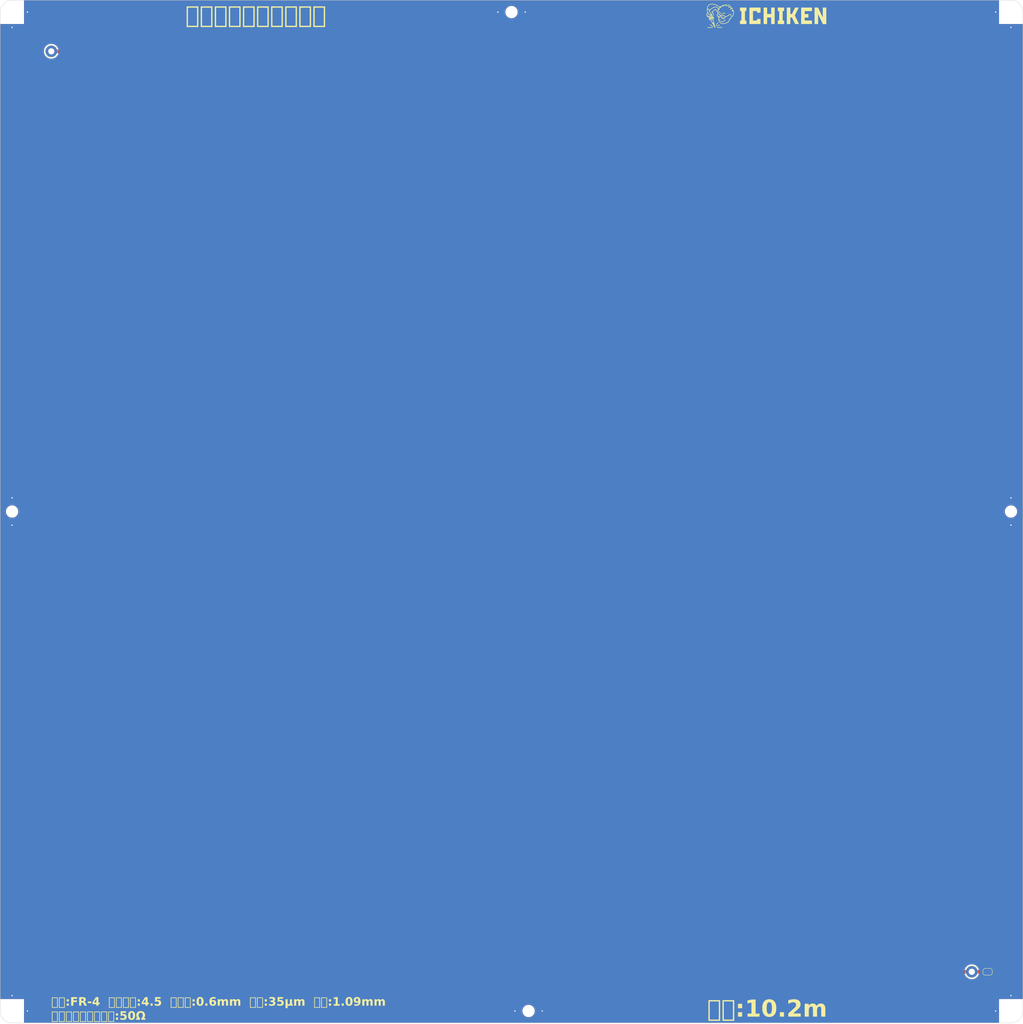
<source format=kicad_pcb>
(kicad_pcb (version 20221018) (generator pcbnew)
  (layers (0 "F.Cu" signal) (31 "B.Cu" signal) (34 "B.Paste" user) (35 "F.Paste" user) (36 "B.SilkS" user "B.Silkscreen") (37 "F.SilkS" user "F.Silkscreen") (38 "B.Mask" user) (39 "F.Mask" user) (44 "Edge.Cuts" user))
  (net 0 "")
  (net 1 "Net-(JP1-A)")
  (net 2 "GND")
  (footprint "MountingHole:MountingHole_3.2mm_M3" (layer "F.Cu") (at 203.2 -47.244)
    (fp_text reference "REF**" hide)
    (fp_text value "MountingHole_3.2mm_M3" hide)
  )
  (footprint "MountingHole:MountingHole_3.2mm_M3" (layer "F.Cu") (at 208.28 250.444)
    (fp_text reference "REF**" hide)
    (fp_text value "MountingHole_3.2mm_M3" hide)
  )
  (footprint "MountingHole:MountingHole_3.2mm_M3" (layer "F.Cu") (at 54.356 101.6)
    (fp_text reference "REF**" hide)
    (fp_text value "MountingHole_3.2mm_M3" hide)
  )
  (footprint "MountingHole:MountingHole_3.2mm_M3" (layer "F.Cu") (at 352.044 250.444)
    (fp_text reference "REF**" hide)
    (fp_text value "MountingHole_3.2mm_M3" hide)
  )
  (footprint "MountingHole:MountingHole_3.2mm_M3" (layer "F.Cu") (at 54.356 250.444)
    (fp_text reference "REF**" hide)
    (fp_text value "MountingHole_3.2mm_M3" hide)
  )
  (footprint "TestPoint:TestPoint_Loop_D2.50mm_Drill1.85mm" (layer "F.Cu") (at 66.04 -35.56)
    (fp_text reference "TP1" hide)
    (fp_text value "TestPoint")
  )
  (footprint "MountingHole:MountingHole_3.2mm_M3" (layer "F.Cu") (at 54.356 -47.244)
    (fp_text reference "REF**" hide)
    (fp_text value "MountingHole_3.2mm_M3" hide)
  )
  (footprint "MountingHole:MountingHole_3.2mm_M3" (layer "F.Cu") (at 352.044 -47.244)
    (fp_text reference "REF**" hide)
    (fp_text value "MountingHole_3.2mm_M3" hide)
  )
  (footprint "Jumper:SolderJumper-2_P1.3mm_Open_RoundedPad1.0x1.5mm" (layer "F.Cu") (at 345.074 238.76)
    (fp_text reference "JP1" hide)
    (fp_text value "Jumper_2_Open")
  )
  (footprint "TestPoint:TestPoint_Loop_D2.50mm_Drill1.85mm" (layer "F.Cu") (at 340.36 238.76)
    (fp_text reference "TP2" hide)
    (fp_text value "TestPoint")
  )
  (footprint "MountingHole:MountingHole_3.2mm_M3" (layer "F.Cu") (at 352.044 101.6)
    (fp_text reference "REF**" hide)
    (fp_text value "MountingHole_3.2mm_M3" hide)
  )
  (gr_poly (pts (xy 284.435023 -47.545096) (xy 284.013277 -47.545096) (xy 284.013277 -44.733898) (xy 284.435023 -44.733898) (xy 284.435023 -43.679798) (xy 282.537431 -43.679798) (xy 282.537431 -44.733898) (xy 282.959178 -44.733898) (xy 282.959178 -47.545096) (xy 282.537431 -47.545096) (xy 282.537431 -48.599195) (xy 284.435023 -48.599195)) (fill solid) (layer "F.SilkS"))
  (gr_poly (pts (xy 262.384576 -43.559592) (xy 262.388559 -43.559391) (xy 262.392541 -43.558995) (xy 262.396515 -43.558401) (xy 262.400476 -43.557609) (xy 262.404415 -43.556615) (xy 262.408325 -43.555418) (xy 262.4122 -43.554017) (xy 262.416033 -43.552408) (xy 262.419816 -43.550592) (xy 262.423542 -43.548564) (xy 263.207767 -43.095862) (xy 263.207767 -43.095598) (xy 263.211387 -43.093385) (xy 263.214853 -43.091018) (xy 263.218163 -43.088504) (xy 263.221315 -43.08585) (xy 263.224308 -43.083063) (xy 263.22714 -43.080149) (xy 263.229808 -43.077117) (xy 263.232312 -43.073972) (xy 263.234648 -43.070723) (xy 263.236815 -43.067375) (xy 263.238811 -43.063936) (xy 263.240635 -43.060414) (xy 263.242284 -43.056814) (xy 263.243757 -43.053145) (xy 263.245051 -43.049413) (xy 263.246165 -43.045625) (xy 263.247097 -43.041788) (xy 263.247845 -43.037909) (xy 263.248406 -43.033995) (xy 263.24878 -43.030054) (xy 263.248965 -43.026092) (xy 263.248957 -43.022116) (xy 263.248756 -43.018134) (xy 263.24836 -43.014152) (xy 263.247767 -43.010177) (xy 263.246974 -43.006217) (xy 263.24598 -43.002278) (xy 263.244784 -42.998367) (xy 263.243382 -42.994492) (xy 263.241774 -42.990659) (xy 263.239957 -42.986876) (xy 263.23793 -42.98315) (xy 263.23491 -42.978373) (xy 263.231616 -42.973867) (xy 263.228065 -42.969638) (xy 263.224275 -42.965691) (xy 263.220263 -42.962031) (xy 263.216048 -42.958663) (xy 263.211645 -42.955591) (xy 263.207073 -42.952822) (xy 263.202349 -42.950359) (xy 263.197491 -42.948209) (xy 263.192515 -42.946375) (xy 263.18744 -42.944864) (xy 263.182283 -42.94368) (xy 263.177061 -42.942827) (xy 263.171792 -42.942312) (xy 263.166492 -42.94214) (xy 263.163863 -42.942183) (xy 263.161236 -42.942313) (xy 263.158611 -42.94253) (xy 263.155992 -42.942834) (xy 263.153378 -42.943225) (xy 263.150772 -42.943702) (xy 263.148176 -42.944267) (xy 263.14559 -42.944918) (xy 263.143017 -42.945656) (xy 263.140458 -42.94648) (xy 263.137914 -42.947392) (xy 263.135387 -42.94839) (xy 263.132879 -42.949475) (xy 263.130391 -42.950647) (xy 263.127925 -42.951906) (xy 263.125482 -42.953252) (xy 262.341257 -43.405954) (xy 262.337637 -43.408167) (xy 262.334172 -43.410534) (xy 262.330861 -43.413048) (xy 262.327709 -43.415702) (xy 262.324716 -43.418489) (xy 262.321884 -43.421402) (xy 262.319216 -43.424435) (xy 262.316713 -43.42758) (xy 262.314377 -43.430829) (xy 262.312209 -43.434177) (xy 262.310213 -43.437615) (xy 262.308389 -43.441138) (xy 262.30674 -43.444737) (xy 262.305268 -43.448407) (xy 262.303973 -43.452139) (xy 262.302859 -43.455927) (xy 262.301928 -43.459764) (xy 262.30118 -43.463643) (xy 262.300618 -43.467556) (xy 262.300244 -43.471498) (xy 262.30006 -43.47546) (xy 262.300067 -43.479436) (xy 262.300268 -43.483418) (xy 262.300664 -43.4874) (xy 262.301258 -43.491375) (xy 262.30205 -43.495335) (xy 262.303044 -43.499274) (xy 262.304241 -43.503185) (xy 262.305642 -43.50706) (xy 262.30725 -43.510892) (xy 262.309067 -43.514675) (xy 262.311095 -43.518402) (xy 262.313307 -43.522021) (xy 262.315674 -43.525487) (xy 262.318188 -43.528797) (xy 262.320842 -43.53195) (xy 262.32363 -43.534943) (xy 262.326543 -43.537775) (xy 262.329575 -43.540443) (xy 262.33272 -43.542946) (xy 262.33597 -43.545282) (xy 262.339317 -43.54745) (xy 262.342756 -43.549446) (xy 262.346278 -43.55127) (xy 262.349878 -43.552919) (xy 262.353547 -43.554391) (xy 262.35728 -43.555686) (xy 262.361068 -43.5568) (xy 262.364905 -43.557731) (xy 262.368783 -43.558479) (xy 262.372697 -43.559041) (xy 262.376638 -43.559415) (xy 262.3806 -43.559599)) (fill solid) (layer "F.SilkS"))
  (gr_poly (pts (xy 277.406102 -47.066993) (xy 276.352 -47.066993) (xy 276.352 -47.545095) (xy 275.157407 -47.545095) (xy 275.157407 -44.733898) (xy 276.352 -44.733898) (xy 276.352 -45.212) (xy 277.406102 -45.212) (xy 277.406102 -43.679798) (xy 274.103043 -43.679798) (xy 274.103043 -48.599195) (xy 277.406102 -48.599195)) (fill solid) (layer "F.SilkS"))
  (gr_poly (pts (xy 263.098501 -42.731953) (xy 263.102685 -42.731636) (xy 263.106807 -42.731114) (xy 263.110863 -42.730391) (xy 263.114847 -42.729474) (xy 263.118754 -42.728366) (xy 263.122579 -42.727074) (xy 263.126317 -42.725603) (xy 263.129963 -42.723957) (xy 263.133511 -42.722142) (xy 263.136957 -42.720162) (xy 263.140296 -42.718024) (xy 263.143521 -42.715732) (xy 263.146629 -42.713291) (xy 263.149613 -42.710706) (xy 263.152469 -42.707983) (xy 263.155192 -42.705127) (xy 263.157777 -42.702142) (xy 263.160218 -42.699035) (xy 263.16251 -42.695809) (xy 263.164648 -42.692471) (xy 263.166628 -42.689025) (xy 263.168443 -42.685477) (xy 263.170089 -42.681831) (xy 263.171561 -42.678093) (xy 263.172853 -42.674268) (xy 263.17396 -42.67036) (xy 263.174877 -42.666376) (xy 263.1756 -42.662321) (xy 263.176122 -42.658199) (xy 263.17644 -42.654015) (xy 263.176546 -42.649775) (xy 263.17644 -42.645535) (xy 263.176122 -42.641352) (xy 263.1756 -42.637229) (xy 263.174877 -42.633174) (xy 263.17396 -42.62919) (xy 263.172853 -42.625283) (xy 263.171561 -42.621458) (xy 263.170089 -42.61772) (xy 263.168443 -42.614074) (xy 263.166628 -42.610526) (xy 263.164648 -42.60708) (xy 263.16251 -42.603742) (xy 263.160218 -42.600516) (xy 263.157777 -42.597408) (xy 263.155192 -42.594424) (xy 263.152469 -42.591568) (xy 263.149613 -42.588845) (xy 263.146629 -42.58626) (xy 263.143521 -42.583819) (xy 263.140296 -42.581527) (xy 263.136957 -42.579389) (xy 263.133511 -42.577409) (xy 263.129963 -42.575594) (xy 263.126317 -42.573948) (xy 263.122579 -42.572477) (xy 263.118754 -42.571185) (xy 263.114847 -42.570077) (xy 263.110863 -42.56916) (xy 263.106807 -42.568437) (xy 263.102685 -42.567915) (xy 263.098501 -42.567597) (xy 263.094261 -42.567491) (xy 261.627411 -42.567491) (xy 261.623171 -42.567597) (xy 261.618988 -42.567915) (xy 261.614865 -42.568437) (xy 261.61081 -42.56916) (xy 261.606826 -42.570077) (xy 261.602918 -42.571185) (xy 261.599093 -42.572477) (xy 261.595355 -42.573948) (xy 261.591709 -42.575594) (xy 261.588161 -42.577409) (xy 261.584715 -42.579389) (xy 261.581377 -42.581527) (xy 261.578151 -42.583819) (xy 261.575044 -42.58626) (xy 261.572059 -42.588845) (xy 261.569203 -42.591568) (xy 261.56648 -42.594424) (xy 261.563895 -42.597408) (xy 261.561454 -42.600516) (xy 261.559162 -42.603742) (xy 261.557024 -42.60708) (xy 261.555044 -42.610526) (xy 261.553229 -42.614074) (xy 261.551583 -42.61772) (xy 261.550112 -42.621458) (xy 261.54882 -42.625283) (xy 261.547712 -42.62919) (xy 261.546795 -42.633174) (xy 261.546072 -42.637229) (xy 261.54555 -42.641352) (xy 261.545233 -42.645535) (xy 261.545126 -42.649775) (xy 261.545233 -42.654015) (xy 261.54555 -42.658199) (xy 261.546072 -42.662321) (xy 261.546795 -42.666376) (xy 261.547712 -42.67036) (xy 261.54882 -42.674268) (xy 261.550112 -42.678093) (xy 261.551583 -42.681831) (xy 261.553229 -42.685477) (xy 261.555044 -42.689025) (xy 261.557024 -42.692471) (xy 261.559162 -42.695809) (xy 261.561454 -42.699035) (xy 261.563895 -42.702142) (xy 261.56648 -42.705127) (xy 261.569203 -42.707983) (xy 261.572059 -42.710706) (xy 261.575044 -42.713291) (xy 261.578151 -42.715732) (xy 261.581377 -42.718024) (xy 261.584715 -42.720162) (xy 261.588161 -42.722142) (xy 261.591709 -42.723957) (xy 261.595355 -42.725603) (xy 261.599093 -42.727074) (xy 261.602918 -42.728366) (xy 261.606826 -42.729474) (xy 261.61081 -42.730391) (xy 261.614865 -42.731114) (xy 261.618987 -42.731636) (xy 261.623171 -42.731953) (xy 261.627411 -42.73206) (xy 263.094261 -42.73206)) (fill solid) (layer "F.SilkS"))
  (gr_poly (pts (xy 286.290546 -46.687581) (xy 286.775528 -46.687581) (xy 287.696277 -48.599195) (xy 288.806732 -48.599195) (xy 287.619019 -46.223766) (xy 288.877112 -43.679798) (xy 287.717444 -43.679798) (xy 286.77579 -45.633481) (xy 286.29081 -45.633481) (xy 286.29081 -43.679798) (xy 286.290677 -43.679665) (xy 286.290546 -43.679533) (xy 285.236446 -43.679533) (xy 285.236446 -48.599195) (xy 286.290546 -48.599195)) (fill solid) (layer "F.SilkS"))
  (gr_poly (pts (xy 266.630092 -46.994247) (xy 266.664431 -46.991934) (xy 266.697695 -46.988386) (xy 266.729764 -46.983604) (xy 266.760516 -46.97759) (xy 266.789832 -46.970344) (xy 266.817591 -46.961869) (xy 266.843671 -46.952164) (xy 266.847551 -46.950463) (xy 266.851298 -46.948589) (xy 266.854911 -46.946548) (xy 266.858388 -46.944348) (xy 266.861724 -46.941994) (xy 266.864918 -46.939494) (xy 266.867966 -46.936854) (xy 266.870865 -46.934082) (xy 266.873614 -46.931182) (xy 266.876209 -46.928164) (xy 266.878646 -46.925032) (xy 266.880925 -46.921794) (xy 266.883041 -46.918456) (xy 266.884991 -46.915026) (xy 266.886774 -46.911509) (xy 266.888386 -46.907913) (xy 266.889824 -46.904243) (xy 266.891086 -46.900508) (xy 266.892168 -46.896713) (xy 266.893069 -46.892865) (xy 266.893784 -46.888972) (xy 266.894312 -46.885038) (xy 266.89465 -46.881072) (xy 266.894794 -46.87708) (xy 266.894742 -46.873069) (xy 266.894491 -46.869045) (xy 266.894038 -46.865015) (xy 266.893381 -46.860985) (xy 266.892516 -46.856963) (xy 266.891442 -46.852955) (xy 266.890154 -46.848968) (xy 266.88865 -46.845008) (xy 266.886949 -46.841129) (xy 266.885075 -46.837381) (xy 266.883034 -46.833768) (xy 266.880834 -46.830291) (xy 266.87848 -46.826955) (xy 266.87598 -46.823761) (xy 266.87334 -46.820713) (xy 266.870568 -46.817814) (xy 266.867669 -46.815065) (xy 266.86465 -46.81247) (xy 266.861518 -46.810033) (xy 266.85828 -46.807754) (xy 266.854942 -46.805638) (xy 266.851512 -46.803688) (xy 266.847995 -46.801905) (xy 266.844399 -46.800293) (xy 266.840729 -46.798855) (xy 266.836994 -46.797593) (xy 266.833199 -46.796511) (xy 266.829352 -46.79561) (xy 266.825458 -46.794895) (xy 266.821524 -46.794367) (xy 266.817558 -46.79403) (xy 266.813566 -46.793885) (xy 266.809555 -46.793937) (xy 266.805531 -46.794188) (xy 266.801501 -46.794641) (xy 266.797471 -46.795298) (xy 266.793449 -46.796163) (xy 266.789441 -46.797238) (xy 266.785454 -46.798525) (xy 266.781494 -46.800029) (xy 266.754842 -46.809899) (xy 266.727239 -46.818114) (xy 266.698781 -46.824729) (xy 266.669566 -46.829801) (xy 266.639691 -46.833384) (xy 266.609252 -46.835533) (xy 266.578345 -46.836304) (xy 266.547069 -46.835752) (xy 266.515519 -46.833932) (xy 266.483793 -46.830899) (xy 266.4202 -46.821418) (xy 266.357063 -46.80775) (xy 266.295157 -46.790338) (xy 266.235257 -46.769624) (xy 266.178138 -46.74605) (xy 266.124575 -46.720058) (xy 266.075342 -46.692091) (xy 266.031214 -46.662591) (xy 266.011306 -46.647404) (xy 265.992966 -46.631999) (xy 265.976289 -46.616433) (xy 265.961372 -46.600759) (xy 265.948313 -46.585034) (xy 265.937209 -46.569312) (xy 265.934154 -46.564832) (xy 265.930855 -46.560622) (xy 265.927327 -46.556683) (xy 265.923587 -46.55302) (xy 265.919649 -46.549633) (xy 265.915531 -46.546527) (xy 265.911247 -46.543704) (xy 265.906815 -46.541167) (xy 265.902249 -46.538918) (xy 265.897565 -46.53696) (xy 265.89278 -46.535296) (xy 265.887909 -46.533928) (xy 265.882969 -46.53286) (xy 265.877975 -46.532093) (xy 265.872942 -46.531631) (xy 265.867888 -46.531477) (xy 265.865011 -46.531526) (xy 265.862136 -46.531676) (xy 265.859266 -46.531925) (xy 265.856403 -46.532275) (xy 265.85355 -46.532725) (xy 265.850708 -46.533277) (xy 265.84788 -46.53393) (xy 265.845068 -46.534685) (xy 265.842275 -46.535542) (xy 265.839502 -46.536502) (xy 265.836753 -46.537565) (xy 265.83403 -46.538732) (xy 265.831334 -46.540002) (xy 265.828669 -46.541377) (xy 265.826036 -46.542857) (xy 265.823438 -46.544441) (xy 265.819922 -46.546824) (xy 265.816566 -46.549352) (xy 265.813374 -46.552021) (xy 265.810345 -46.554821) (xy 265.807483 -46.557747) (xy 265.804788 -46.56079) (xy 265.802262 -46.563945) (xy 265.799907 -46.567204) (xy 265.797723 -46.570559) (xy 265.795714 -46.574005) (xy 265.793879 -46.577533) (xy 265.792221 -46.581137) (xy 265.790742 -46.584809) (xy 265.789442 -46.588543) (xy 265.788324 -46.592332) (xy 265.787389 -46.596167) (xy 265.786638 -46.600043) (xy 265.786073 -46.603953) (xy 265.785696 -46.607888) (xy 265.785508 -46.611843) (xy 265.78551 -46.615809) (xy 265.785705 -46.619781) (xy 265.786094 -46.62375) (xy 265.786678 -46.627711) (xy 265.787458 -46.631655) (xy 265.788438 -46.635575) (xy 265.789617 -46.639465) (xy 265.790998 -46.643318) (xy 265.792582 -46.647126) (xy 265.79437 -46.650882) (xy 265.796365 -46.65458) (xy 265.798567 -46.658212) (xy 265.815969 -46.683354) (xy 265.835485 -46.707852) (xy 265.857047 -46.731664) (xy 265.880588 -46.754748) (xy 265.906038 -46.777061) (xy 265.933331 -46.798562) (xy 265.962397 -46.819207) (xy 265.993168 -46.838956) (xy 266.025576 -46.857764) (xy 266.059554 -46.875592) (xy 266.095032 -46.892395) (xy 266.131942 -46.908132) (xy 266.170217 -46.92276) (xy 266.209787 -46.936238) (xy 266.250586 -46.948523) (xy 266.292544 -46.959573) (xy 266.292544 -46.959308) (xy 266.331136 -46.96816) (xy 266.369737 -46.975767) (xy 266.408227 -46.98213) (xy 266.446486 -46.98725) (xy 266.484393 -46.991129) (xy 266.521828 -46.993766) (xy 266.558669 -46.995164) (xy 266.594798 -46.995324)) (fill solid) (layer "F.SilkS"))
  (gr_poly (pts (xy 295.95498 -45.661527) (xy 295.95498 -48.599195) (xy 297.009079 -48.599195) (xy 297.009079 -43.679533) (xy 295.95498 -43.679533) (xy 294.563538 -46.617202) (xy 294.563538 -43.679533) (xy 293.509439 -43.679533) (xy 293.509439 -48.599195) (xy 294.563538 -48.599195)) (fill solid) (layer "F.SilkS"))
  (gr_poly (pts (xy 264.657611 -44.185861) (xy 264.661594 -44.18566) (xy 264.665576 -44.185263) (xy 264.669551 -44.18467) (xy 264.673511 -44.183877) (xy 264.67745 -44.182884) (xy 264.681361 -44.181687) (xy 264.685236 -44.180285) (xy 264.689068 -44.178677) (xy 264.692851 -44.17686) (xy 264.696578 -44.174833) (xy 264.696578 -44.174569) (xy 264.700197 -44.172356) (xy 264.703663 -44.169989) (xy 264.706973 -44.167475) (xy 264.710126 -44.164821) (xy 264.713119 -44.162034) (xy 264.71595 -44.15912) (xy 264.718619 -44.156088) (xy 264.721122 -44.152943) (xy 264.723458 -44.149693) (xy 264.725625 -44.146346) (xy 264.727622 -44.142907) (xy 264.729446 -44.139385) (xy 264.731095 -44.135785) (xy 264.732567 -44.132116) (xy 264.733862 -44.128384) (xy 264.734975 -44.124595) (xy 264.735907 -44.120758) (xy 264.736655 -44.11688) (xy 264.737217 -44.112966) (xy 264.737591 -44.109025) (xy 264.737775 -44.105063) (xy 264.737768 -44.101087) (xy 264.737567 -44.097104) (xy 264.737171 -44.093122) (xy 264.736577 -44.089148) (xy 264.735785 -44.085187) (xy 264.734791 -44.081248) (xy 264.733594 -44.077338) (xy 264.732193 -44.073463) (xy 264.730584 -44.06963) (xy 264.728768 -44.065847) (xy 264.72674 -44.062121) (xy 264.262396 -43.257523) (xy 264.259376 -43.252746) (xy 264.256082 -43.24824) (xy 264.252531 -43.244011) (xy 264.248742 -43.240064) (xy 264.24473 -43.236404) (xy 264.240514 -43.233036) (xy 264.236112 -43.229964) (xy 264.23154 -43.227195) (xy 264.226816 -43.224732) (xy 264.221957 -43.222582) (xy 264.216982 -43.220748) (xy 264.211907 -43.219237) (xy 264.206749 -43.218052) (xy 264.201527 -43.2172) (xy 264.196258 -43.216685) (xy 264.190959 -43.216512) (xy 264.18833 -43.216556) (xy 264.185703 -43.216686) (xy 264.183078 -43.216903) (xy 264.180458 -43.217207) (xy 264.177845 -43.217598) (xy 264.175239 -43.218075) (xy 264.172642 -43.218639) (xy 264.170057 -43.21929) (xy 264.167484 -43.220028) (xy 264.164924 -43.220853) (xy 264.162381 -43.221765) (xy 264.159854 -43.222763) (xy 264.157346 -43.223848) (xy 264.154858 -43.22502) (xy 264.152391 -43.226279) (xy 264.149948 -43.227625) (xy 264.146329 -43.229837) (xy 264.142863 -43.232204) (xy 264.139553 -43.234718) (xy 264.136401 -43.237372) (xy 264.133407 -43.24016) (xy 264.130576 -43.243073) (xy 264.127908 -43.246106) (xy 264.125404 -43.24925) (xy 264.123068 -43.2525) (xy 264.120901 -43.255847) (xy 264.118904 -43.259286) (xy 264.117081 -43.262808) (xy 264.115432 -43.266408) (xy 264.113959 -43.270077) (xy 264.112665 -43.27381) (xy 264.111551 -43.277598) (xy 264.110619 -43.281435) (xy 264.109871 -43.285313) (xy 264.10931 -43.289227) (xy 264.108936 -43.293168) (xy 264.108751 -43.29713) (xy 264.108759 -43.301106) (xy 264.108959 -43.305089) (xy 264.109356 -43.309071) (xy 264.109949 -43.313046) (xy 264.110742 -43.317006) (xy 264.111736 -43.320945) (xy 264.112932 -43.324855) (xy 264.114334 -43.328731) (xy 264.115942 -43.332563) (xy 264.117759 -43.336346) (xy 264.119786 -43.340073) (xy 264.58413 -44.144671) (xy 264.586343 -44.14829) (xy 264.58871 -44.151756) (xy 264.591224 -44.155066) (xy 264.593878 -44.158219) (xy 264.596665 -44.161212) (xy 264.599578 -44.164043) (xy 264.602611 -44.166712) (xy 264.605755 -44.169215) (xy 264.609005 -44.171551) (xy 264.612353 -44.173718) (xy 264.615791 -44.175715) (xy 264.619314 -44.177538) (xy 264.622913 -44.179188) (xy 264.626583 -44.18066) (xy 264.630315 -44.181954) (xy 264.634103 -44.183068) (xy 264.63794 -44.184) (xy 264.641819 -44.184748) (xy 264.645732 -44.18531) (xy 264.649674 -44.185684) (xy 264.653636 -44.185868)) (fill solid) (layer "F.SilkS"))
  (gr_poly (pts (xy 266.888607 -44.98171) (xy 266.892555 -44.981443) (xy 266.896493 -44.980987) (xy 266.900414 -44.980341) (xy 266.904311 -44.979504) (xy 266.908175 -44.978476) (xy 266.912001 -44.977256) (xy 266.91578 -44.975843) (xy 266.919505 -44.974238) (xy 266.923169 -44.972438) (xy 266.926765 -44.970445) (xy 266.930285 -44.968256) (xy 266.933722 -44.965872) (xy 266.937069 -44.963291) (xy 266.94028 -44.960545) (xy 266.943316 -44.95767) (xy 266.946174 -44.954673) (xy 266.948855 -44.951562) (xy 266.951358 -44.948343) (xy 266.953682 -44.945025) (xy 266.955826 -44.941614) (xy 266.957789 -44.938118) (xy 266.959571 -44.934544) (xy 266.961171 -44.9309) (xy 266.962588 -44.927192) (xy 266.963821 -44.923428) (xy 266.964869 -44.919616) (xy 266.965733 -44.915762) (xy 266.96641 -44.911874) (xy 266.966901 -44.90796) (xy 266.967204 -44.904026) (xy 266.967318 -44.90008) (xy 266.967244 -44.89613) (xy 266.966979 -44.892182) (xy 266.966524 -44.888244) (xy 266.965877 -44.884323) (xy 266.965039 -44.880426) (xy 266.964007 -44.876562) (xy 266.962781 -44.872736) (xy 266.961361 -44.868957) (xy 266.959745 -44.865232) (xy 266.957934 -44.861568) (xy 266.955925 -44.857972) (xy 266.953719 -44.854452) (xy 266.951314 -44.851015) (xy 266.948711 -44.847668) (xy 266.914986 -44.807933) (xy 266.879461 -44.769236) (xy 266.84223 -44.731643) (xy 266.803392 -44.695219) (xy 266.763043 -44.660028) (xy 266.721278 -44.626137) (xy 266.678195 -44.593611) (xy 266.633889 -44.562513) (xy 266.588459 -44.532911) (xy 266.541999 -44.504867) (xy 266.494607 -44.478449) (xy 266.446378 -44.45372) (xy 266.397411 -44.430746) (xy 266.3478 -44.409593) (xy 266.297643 -44.390324) (xy 266.247036 -44.373006) (xy 266.200064 -44.35878) (xy 266.153439 -44.346461) (xy 266.107212 -44.336045) (xy 266.06143 -44.327531) (xy 266.016145 -44.320913) (xy 265.971406 -44.316191) (xy 265.927262 -44.313359) (xy 265.883763 -44.312416) (xy 265.854747 -44.312847) (xy 265.826049 -44.314139) (xy 265.797685 -44.31629) (xy 265.76967 -44.3193) (xy 265.742016 -44.323167) (xy 265.714741 -44.32789) (xy 265.687857 -44.333468) (xy 265.661381 -44.3399) (xy 265.635326 -44.347184) (xy 265.609707 -44.355321) (xy 265.58454 -44.364307) (xy 265.559838 -44.374143) (xy 265.535618 -44.384826) (xy 265.511892 -44.396357) (xy 265.488677 -44.408733) (xy 265.465986 -44.421954) (xy 265.462418 -44.424239) (xy 265.459009 -44.426676) (xy 265.455759 -44.429256) (xy 265.452671 -44.431974) (xy 265.449746 -44.434821) (xy 265.446986 -44.437791) (xy 265.444392 -44.440877) (xy 265.441967 -44.444071) (xy 265.439711 -44.447367) (xy 265.437627 -44.450758) (xy 265.435715 -44.454235) (xy 265.433979 -44.457793) (xy 265.432418 -44.461425) (xy 265.431036 -44.465122) (xy 265.429833 -44.468879) (xy 265.428812 -44.472688) (xy 265.427974 -44.476541) (xy 265.42732 -44.480433) (xy 265.426852 -44.484355) (xy 265.426572 -44.488301) (xy 265.426482 -44.492264) (xy 265.426583 -44.496236) (xy 265.426877 -44.500211) (xy 265.427365 -44.504181) (xy 265.428049 -44.50814) (xy 265.428932 -44.51208) (xy 265.430013 -44.515994) (xy 265.431296 -44.519875) (xy 265.432781 -44.523717) (xy 265.43447 -44.527511) (xy 265.436366 -44.531252) (xy 265.438469 -44.534931) (xy 265.438733 -44.535195) (xy 265.441019 -44.538763) (xy 265.443455 -44.542172) (xy 265.446036 -44.545422) (xy 265.448753 -44.54851) (xy 265.451601 -44.551435) (xy 265.454571 -44.554195) (xy 265.457656 -44.556789) (xy 265.460851 -44.559214) (xy 265.464147 -44.56147) (xy 265.467537 -44.563555) (xy 265.471015 -44.565466) (xy 265.474573 -44.567202) (xy 265.478204 -44.568763) (xy 265.481902 -44.570145) (xy 265.485658 -44.571348) (xy 265.489467 -44.572369) (xy 265.493321 -44.573207) (xy 265.497212 -44.573861) (xy 265.501135 -44.574329) (xy 265.505081 -44.574609) (xy 265.509043 -44.574699) (xy 265.513016 -44.574598) (xy 265.516991 -44.574304) (xy 265.520961 -44.573816) (xy 265.524919 -44.573132) (xy 265.528859 -44.57225) (xy 265.532774 -44.571168) (xy 265.536655 -44.569886) (xy 265.540496 -44.5684) (xy 265.544291 -44.566711) (xy 265.548031 -44.564815) (xy 265.55171 -44.562712) (xy 265.580784 -44.546397) (xy 265.611488 -44.531838) (xy 265.643726 -44.519042) (xy 265.677405 -44.508017) (xy 265.712429 -44.498773) (xy 265.748705 -44.491316) (xy 265.824632 -44.481799) (xy 265.904431 -44.479531) (xy 265.987344 -44.484577) (xy 266.072617 -44.497003) (xy 266.159492 -44.516873) (xy 266.247213 -44.544252) (xy 266.335024 -44.579207) (xy 266.42217 -44.621801) (xy 266.507894 -44.6721) (xy 266.549986 -44.70016) (xy 266.59144 -44.73017) (xy 266.632159 -44.762139) (xy 266.672051 -44.796074) (xy 266.71102 -44.831985) (xy 266.748972 -44.869879) (xy 266.785812 -44.909764) (xy 266.821446 -44.951649) (xy 266.824192 -44.95486) (xy 266.827067 -44.957893) (xy 266.830064 -44.960748) (xy 266.833175 -44.963425) (xy 266.836393 -44.965922) (xy 266.839712 -44.96824) (xy 266.843122 -44.970377) (xy 266.846618 -44.972332) (xy 266.850192 -44.974106) (xy 266.853837 -44.975698) (xy 266.857545 -44.977107) (xy 266.861309 -44.978331) (xy 266.865121 -44.979372) (xy 266.868975 -44.980228) (xy 266.872862 -44.980898) (xy 266.876777 -44.981382) (xy 266.880711 -44.981679) (xy 266.884657 -44.981789)) (fill solid) (layer "F.SilkS"))
  (gr_poly (pts (xy 292.742673 -47.545096) (xy 290.564096 -47.545096) (xy 290.564096 -46.666414) (xy 291.674551 -46.666414) (xy 291.674551 -45.612314) (xy 290.564096 -45.612314) (xy 290.564096 -44.733633) (xy 292.742673 -44.733633) (xy 292.742673 -43.679533) (xy 289.509732 -43.679533) (xy 289.509732 -48.599195) (xy 292.742673 -48.599195)) (fill solid) (layer "F.SilkS"))
  (gr_poly (pts (xy 265.146707 -43.496709) (xy 265.150648 -43.496335) (xy 265.154562 -43.495773) (xy 265.15844 -43.495025) (xy 265.162277 -43.494093) (xy 265.166065 -43.492979) (xy 265.169798 -43.491685) (xy 265.173467 -43.490212) (xy 265.177067 -43.488563) (xy 265.180589 -43.48674) (xy 265.184028 -43.484743) (xy 265.187375 -43.482576) (xy 265.190625 -43.48024) (xy 265.193769 -43.477737) (xy 265.196802 -43.475068) (xy 265.199715 -43.472237) (xy 265.202503 -43.469244) (xy 265.205157 -43.466091) (xy 265.207671 -43.462781) (xy 265.210038 -43.459315) (xy 265.21225 -43.455695) (xy 265.214278 -43.451969) (xy 265.216095 -43.448186) (xy 265.217703 -43.444353) (xy 265.219104 -43.440478) (xy 265.220301 -43.436568) (xy 265.221295 -43.432629) (xy 265.222087 -43.428668) (xy 265.222681 -43.424694) (xy 265.223077 -43.420712) (xy 265.223278 -43.416729) (xy 265.223285 -43.412753) (xy 265.223101 -43.408791) (xy 265.222727 -43.40485) (xy 265.222165 -43.400936) (xy 265.221418 -43.397058) (xy 265.220486 -43.393221) (xy 265.219372 -43.389433) (xy 265.218078 -43.3857) (xy 265.216605 -43.382031) (xy 265.214956 -43.378431) (xy 265.213132 -43.374909) (xy 265.211136 -43.37147) (xy 265.208969 -43.368123) (xy 265.206632 -43.364873) (xy 265.204129 -43.361728) (xy 265.201461 -43.358696) (xy 265.198629 -43.355782) (xy 265.195636 -43.352995) (xy 265.192484 -43.350341) (xy 265.189173 -43.347827) (xy 265.185708 -43.34546) (xy 265.182088 -43.343247) (xy 264.499199 -42.949018) (xy 264.499199 -42.949283) (xy 264.496755 -42.947894) (xy 264.494289 -42.946603) (xy 264.491801 -42.945408) (xy 264.489293 -42.94431) (xy 264.486766 -42.943306) (xy 264.484223 -42.942395) (xy 264.481663 -42.941577) (xy 264.47909 -42.94085) (xy 264.476504 -42.940212) (xy 264.473908 -42.939664) (xy 264.471302 -42.939203) (xy 264.468689 -42.938828) (xy 264.466069 -42.938539) (xy 264.463445 -42.938334) (xy 264.460817 -42.938211) (xy 264.458188 -42.938171) (xy 264.452845 -42.938341) (xy 264.447544 -42.938848) (xy 264.442299 -42.939688) (xy 264.437129 -42.940858) (xy 264.432048 -42.942353) (xy 264.427074 -42.94417) (xy 264.422222 -42.946305) (xy 264.419847 -42.94749) (xy 264.417508 -42.948754) (xy 264.415209 -42.950095) (xy 264.41295 -42.951513) (xy 264.410734 -42.953007) (xy 264.408563 -42.954578) (xy 264.406439 -42.956224) (xy 264.404364 -42.957945) (xy 264.40234 -42.959741) (xy 264.400368 -42.961611) (xy 264.398452 -42.963555) (xy 264.396593 -42.965571) (xy 264.394793 -42.967661) (xy 264.393054 -42.969822) (xy 264.391378 -42.972056) (xy 264.389768 -42.97436) (xy 264.388225 -42.976736) (xy 264.386751 -42.979181) (xy 264.384723 -42.982908) (xy 264.382906 -42.986691) (xy 264.381298 -42.990523) (xy 264.379897 -42.994398) (xy 264.3787 -42.998309) (xy 264.377706 -43.002248) (xy 264.376914 -43.006208) (xy 264.37632 -43.010183) (xy 264.375924 -43.014165) (xy 264.375723 -43.018147) (xy 264.375716 -43.022123) (xy 264.3759 -43.026085) (xy 264.376274 -43.030026) (xy 264.376836 -43.03394) (xy 264.377584 -43.037819) (xy 264.378515 -43.041656) (xy 264.379629 -43.045444) (xy 264.380924 -43.049176) (xy 264.382396 -43.052845) (xy 264.384045 -43.056445) (xy 264.385869 -43.059967) (xy 264.387865 -43.063406) (xy 264.390033 -43.066754) (xy 264.392369 -43.070003) (xy 264.394872 -43.073148) (xy 264.39754 -43.07618) (xy 264.400372 -43.079094) (xy 264.403365 -43.081881) (xy 264.406518 -43.084536) (xy 264.409828 -43.08705) (xy 264.413293 -43.089416) (xy 264.416913 -43.091629) (xy 265.099802 -43.485858) (xy 265.103529 -43.487885) (xy 265.107312 -43.489702) (xy 265.111145 -43.49131) (xy 265.11502 -43.492712) (xy 265.11893 -43.493908) (xy 265.122869 -43.494902) (xy 265.12683 -43.495695) (xy 265.130804 -43.496288) (xy 265.134786 -43.496685) (xy 265.138769 -43.496885) (xy 265.142745 -43.496893)) (fill solid) (layer "F.SilkS"))
  (gr_poly (pts (xy 262.971326 -49.709207) (xy 263.094405 -49.703252) (xy 263.214005 -49.69359) (xy 263.330135 -49.680434) (xy 263.442803 -49.663999) (xy 263.552019 -49.644498) (xy 263.657792 -49.622147) (xy 263.760131 -49.597158) (xy 263.859044 -49.569747) (xy 263.954542 -49.540127) (xy 264.046633 -49.508513) (xy 264.135327 -49.475119) (xy 264.220631 -49.440158) (xy 264.302556 -49.403846) (xy 264.38111 -49.366396) (xy 264.456303 -49.328023) (xy 264.528143 -49.288941) (xy 264.59664 -49.249363) (xy 264.723639 -49.16958) (xy 264.837374 -49.090386) (xy 264.937916 -49.013496) (xy 265.025337 -48.940622) (xy 265.099711 -48.873479) (xy 265.16111 -48.813779) (xy 265.209607 -48.763237) (xy 265.222588 -48.778298) (xy 265.235831 -48.793136) (xy 265.263081 -48.822247) (xy 265.291318 -48.850776) (xy 265.3205 -48.878926) (xy 265.350588 -48.906903) (xy 265.38154 -48.93491) (xy 265.44588 -48.991837) (xy 265.450298 -48.995439) (xy 265.454909 -48.998703) (xy 265.459695 -49.001625) (xy 265.464636 -49.004202) (xy 265.469716 -49.00643) (xy 265.474915 -49.008306) (xy 265.480216 -49.009826) (xy 265.4856 -49.010986) (xy 265.49105 -49.011784) (xy 265.496546 -49.012216) (xy 265.502071 -49.012277) (xy 265.507606 -49.011966) (xy 265.513134 -49.011278) (xy 265.518635 -49.01021) (xy 265.524093 -49.008757) (xy 265.529488 -49.006918) (xy 265.534701 -49.004713) (xy 265.539715 -49.002176) (xy 265.544518 -48.999322) (xy 265.549096 -48.996165) (xy 265.553437 -48.992722) (xy 265.557528 -48.989008) (xy 265.561356 -48.985036) (xy 265.564909 -48.980824) (xy 265.568173 -48.976385) (xy 265.571136 -48.971734) (xy 265.573786 -48.966888) (xy 265.576108 -48.961861) (xy 265.578091 -48.956667) (xy 265.579722 -48.951323) (xy 265.580987 -48.945843) (xy 265.581875 -48.940243) (xy 265.595105 -48.835733) (xy 265.625852 -48.884014) (xy 265.658263 -48.930727) (xy 265.692333 -48.975865) (xy 265.728058 -49.019424) (xy 265.765431 -49.061396) (xy 265.80445 -49.101777) (xy 265.845109 -49.14056) (xy 265.887403 -49.17774) (xy 265.931328 -49.21331) (xy 265.97688 -49.247266) (xy 266.024053 -49.2796) (xy 266.072843 -49.310308) (xy 266.123245 -49.339384) (xy 266.175255 -49.366821) (xy 266.228868 -49.392614) (xy 266.284079 -49.416758) (xy 266.289282 -49.418708) (xy 266.29456 -49.420296) (xy 266.299896 -49.421521) (xy 266.305271 -49.422388) (xy 266.310667 -49.422899) (xy 266.316068 -49.423055) (xy 266.321455 -49.422859) (xy 266.326809 -49.422314) (xy 266.332115 -49.421421) (xy 266.337352 -49.420184) (xy 266.342505 -49.418604) (xy 266.347554 -49.416683) (xy 266.352483 -49.414425) (xy 266.357273 -49.411831) (xy 266.361906 -49.408904) (xy 266.366365 -49.405645) (xy 266.370639 -49.402095) (xy 266.374629 -49.3983) (xy 266.378329 -49.394277) (xy 266.381731 -49.390043) (xy 266.384832 -49.385614) (xy 266.387624 -49.381005) (xy 266.390102 -49.376233) (xy 266.392261 -49.371316) (xy 266.394094 -49.366267) (xy 266.395596 -49.361105) (xy 266.39676 -49.355846) (xy 266.397581 -49.350504) (xy 266.398054 -49.345098) (xy 266.398172 -49.339643) (xy 266.39793 -49.334155) (xy 266.397321 -49.328651) (xy 266.377477 -49.191862) (xy 266.423368 -49.231182) (xy 266.470366 -49.267984) (xy 266.518486 -49.302277) (xy 266.567742 -49.334067) (xy 266.61815 -49.363361) (xy 266.669724 -49.390166) (xy 266.722481 -49.414489) (xy 266.776436 -49.436337) (xy 266.831602 -49.455717) (xy 266.887996 -49.472635) (xy 266.945633 -49.4871) (xy 267.004527 -49.499118) (xy 267.064694 -49.508695) (xy 267.126149 -49.515839) (xy 267.188907 -49.520557) (xy 267.252983 -49.522856) (xy 267.258012 -49.522605) (xy 267.263062 -49.522054) (xy 267.268111 -49.521206) (xy 267.273137 -49.520065) (xy 267.278118 -49.518634) (xy 267.283033 -49.516916) (xy 267.287858 -49.514916) (xy 267.292572 -49.512636) (xy 267.297152 -49.51008) (xy 267.301577 -49.507252) (xy 267.305825 -49.504155) (xy 267.309873 -49.500792) (xy 267.313699 -49.497167) (xy 267.315522 -49.495258) (xy 267.317282 -49.493284) (xy 267.318975 -49.491246) (xy 267.320598 -49.489146) (xy 267.32215 -49.486982) (xy 267.323627 -49.484756) (xy 267.326346 -49.48017) (xy 267.328747 -49.475451) (xy 267.330829 -49.470616) (xy 267.33259 -49.465681) (xy 267.334028 -49.460662) (xy 267.335143 -49.455576) (xy 267.335931 -49.450439) (xy 267.336393 -49.445267) (xy 267.336526 -49.440076) (xy 267.336329 -49.434883) (xy 267.3358 -49.429704) (xy 267.334938 -49.424555) (xy 267.333741 -49.419452) (xy 267.332207 -49.414413) (xy 267.330336 -49.409452) (xy 267.328125 -49.404587) (xy 267.318973 -49.385371) (xy 267.310642 -49.366907) (xy 267.3031 -49.349185) (xy 267.296313 -49.332194) (xy 267.290246 -49.315925) (xy 267.284867 -49.300365) (xy 267.280141 -49.285506) (xy 267.276035 -49.271336) (xy 267.272515 -49.257845) (xy 267.269547 -49.245023) (xy 267.267098 -49.232859) (xy 267.265133 -49.221342) (xy 267.26362 -49.210463) (xy 267.262524 -49.20021) (xy 267.261812 -49.190574) (xy 267.26145 -49.181543) (xy 267.371862 -49.239209) (xy 267.425991 -49.265674) (xy 267.479582 -49.290494) (xy 267.53277 -49.313617) (xy 267.585691 -49.334994) (xy 267.638477 -49.354575) (xy 267.691266 -49.372308) (xy 267.74419 -49.388143) (xy 267.797386 -49.402031) (xy 267.850988 -49.41392) (xy 267.905132 -49.423761) (xy 267.959951 -49.431502) (xy 268.015581 -49.437095) (xy 268.072156 -49.440487) (xy 268.129813 -49.441629) (xy 268.134052 -49.441522) (xy 268.138236 -49.441204) (xy 268.142358 -49.440682) (xy 268.146414 -49.439959) (xy 268.150398 -49.439042) (xy 268.154305 -49.437935) (xy 268.15813 -49.436643) (xy 268.161868 -49.435171) (xy 268.165514 -49.433525) (xy 268.169062 -49.43171) (xy 268.172508 -49.429731) (xy 268.175846 -49.427592) (xy 268.179072 -49.4253) (xy 268.182179 -49.422859) (xy 268.185164 -49.420275) (xy 268.18802 -49.417552) (xy 268.190743 -49.414695) (xy 268.193328 -49.411711) (xy 268.195768 -49.408603) (xy 268.198061 -49.405378) (xy 268.200199 -49.402039) (xy 268.202178 -49.398593) (xy 268.203994 -49.395045) (xy 268.20564 -49.391399) (xy 268.207111 -49.387661) (xy 268.208403 -49.383836) (xy 268.20951 -49.379929) (xy 268.210428 -49.375945) (xy 268.211151 -49.371889) (xy 268.211673 -49.367767) (xy 268.21199 -49.363583) (xy 268.212097 -49.359343) (xy 268.211361 -49.310468) (xy 268.209209 -49.263519) (xy 268.205726 -49.218436) (xy 268.200997 -49.17516) (xy 268.195107 -49.133633) (xy 268.188141 -49.093797) (xy 268.180183 -49.055591) (xy 268.171318 -49.018957) (xy 268.161632 -48.983836) (xy 268.151209 -48.950169) (xy 268.140135 -48.917898) (xy 268.128493 -48.886963) (xy 268.116369 -48.857305) (xy 268.103848 -48.828866) (xy 268.091014 -48.801587) (xy 268.077953 -48.775408) (xy 268.099855 -48.782026) (xy 268.121298 -48.789341) (xy 268.142267 -48.797292) (xy 268.162747 -48.805822) (xy 268.182724 -48.814871) (xy 268.202181 -48.82438) (xy 268.221104 -48.83429) (xy 268.239477 -48.844543) (xy 268.257286 -48.855078) (xy 268.274514 -48.865839) (xy 268.291148 -48.876764) (xy 268.307172 -48.887796) (xy 268.337327 -48.909944) (xy 268.364861 -48.93181) (xy 268.38965 -48.952922) (xy 268.411573 -48.972809) (xy 268.430511 -48.991) (xy 268.44634 -49.007022) (xy 268.468189 -49.030673) (xy 268.476151 -49.039991) (xy 268.479903 -49.044306) (xy 268.483904 -49.048317) (xy 268.488137 -49.052018) (xy 268.492584 -49.055403) (xy 268.497228 -49.058465) (xy 268.502052 -49.061199) (xy 268.507037 -49.063598) (xy 268.512167 -49.065656) (xy 268.517425 -49.067366) (xy 268.522791 -49.068723) (xy 268.528251 -49.069721) (xy 268.533785 -49.070352) (xy 268.539376 -49.070611) (xy 268.545007 -49.070493) (xy 268.550661 -49.069989) (xy 268.55632 -49.069095) (xy 268.561902 -49.06777) (xy 268.567328 -49.066086) (xy 268.572584 -49.064054) (xy 268.577656 -49.061687) (xy 268.582532 -49.058998) (xy 268.587197 -49.055998) (xy 268.591639 -49.052702) (xy 268.595842 -49.049119) (xy 268.599795 -49.045264) (xy 268.603483 -49.041149) (xy 268.606892 -49.036785) (xy 268.61001 -49.032186) (xy 268.612822 -49.027364) (xy 268.615315 -49.02233) (xy 268.617476 -49.017099) (xy 268.619291 -49.011681) (xy 268.631723 -48.966211) (xy 268.642534 -48.920079) (xy 268.651734 -48.873417) (xy 268.659334 -48.826357) (xy 268.665343 -48.77903) (xy 268.669771 -48.731568) (xy 268.672629 -48.684103) (xy 268.673927 -48.636766) (xy 268.673675 -48.58969) (xy 268.671882 -48.543007) (xy 268.668559 -48.496847) (xy 268.663716 -48.451343) (xy 268.657363 -48.406626) (xy 268.64951 -48.362829) (xy 268.640167 -48.320083) (xy 268.629345 -48.27852) (xy 268.645193 -48.2917) (xy 268.661053 -48.305589) (xy 268.676875 -48.320108) (xy 268.692609 -48.335178) (xy 268.708205 -48.350722) (xy 268.723613 -48.366659) (xy 268.738783 -48.382912) (xy 268.753666 -48.399402) (xy 268.782366 -48.432777) (xy 268.809315 -48.466155) (xy 268.834112 -48.498907) (xy 268.856358 -48.530404) (xy 268.859505 -48.534706) (xy 268.862889 -48.538776) (xy 268.866496 -48.542605) (xy 268.870314 -48.546184) (xy 268.87433 -48.549504) (xy 268.878532 -48.552556) (xy 268.882908 -48.555331) (xy 268.887445 -48.557821) (xy 268.892131 -48.560016) (xy 268.896954 -48.561908) (xy 268.9019 -48.563488) (xy 268.906959 -48.564746) (xy 268.912116 -48.565674) (xy 268.91736 -48.566263) (xy 268.922679 -48.566503) (xy 268.928059 -48.566387) (xy 268.93073 -48.566244) (xy 268.933384 -48.566013) (xy 268.936018 -48.565697) (xy 268.938632 -48.565296) (xy 268.941224 -48.564811) (xy 268.943791 -48.564243) (xy 268.946332 -48.563594) (xy 268.948845 -48.562865) (xy 268.951329 -48.562057) (xy 268.953782 -48.56117) (xy 268.956202 -48.560207) (xy 268.958587 -48.559169) (xy 268.960936 -48.558056) (xy 268.963247 -48.55687) (xy 268.965517 -48.555612) (xy 268.967746 -48.554282) (xy 268.969932 -48.552883) (xy 268.972072 -48.551416) (xy 268.974166 -48.549881) (xy 268.976211 -48.54828) (xy 268.978205 -48.546613) (xy 268.980148 -48.544883) (xy 268.982036 -48.54309) (xy 268.983869 -48.541235) (xy 268.985645 -48.53932) (xy 268.987361 -48.537345) (xy 268.989017 -48.535313) (xy 268.99061 -48.533223) (xy 268.992139 -48.531078) (xy 268.993601 -48.528878) (xy 268.994996 -48.526624) (xy 268.996321 -48.524318) (xy 269.01794 -48.481257) (xy 269.03698 -48.434635) (xy 269.053471 -48.384917) (xy 269.067444 -48.332566) (xy 269.078931 -48.278046) (xy 269.087962 -48.221821) (xy 269.094568 -48.164355) (xy 269.098781 -48.106111) (xy 269.100631 -48.047555) (xy 269.100149 -47.98915) (xy 269.097367 -47.931359) (xy 269.092315 -47.874646) (xy 269.085025 -47.819477) (xy 269.075526 -47.766313) (xy 269.063852 -47.715621) (xy 269.050031 -47.667862) (xy 269.061627 -47.67388) (xy 269.07285 -47.68011) (xy 269.083701 -47.686526) (xy 269.094182 -47.693104) (xy 269.104292 -47.699819) (xy 269.114035 -47.706644) (xy 269.123409 -47.713555) (xy 269.132416 -47.720527) (xy 269.141058 -47.727533) (xy 269.149334 -47.73455) (xy 269.164797 -47.748513) (xy 269.178811 -47.762213) (xy 269.191385 -47.775448) (xy 269.202527 -47.788017) (xy 269.212244 -47.799717) (xy 269.220544 -47.810347) (xy 269.227435 -47.819704) (xy 269.23702 -47.833793) (xy 269.241061 -47.84037) (xy 269.244468 -47.845673) (xy 269.248224 -47.85066) (xy 269.252308 -47.855318) (xy 269.256696 -47.859635) (xy 269.261367 -47.863599) (xy 269.266297 -47.867197) (xy 269.271464 -47.870416) (xy 269.276846 -47.873245) (xy 269.282421 -47.875671) (xy 269.288164 -47.877681) (xy 269.294056 -47.879263) (xy 269.300072 -47.880405) (xy 269.30619 -47.881095) (xy 269.312388 -47.881319) (xy 269.318644 -47.881066) (xy 269.324934 -47.880323) (xy 269.328041 -47.879769) (xy 269.331107 -47.879104) (xy 269.334132 -47.878327) (xy 269.337112 -47.877443) (xy 269.34293 -47.875356) (xy 269.34854 -47.87286) (xy 269.353924 -47.869973) (xy 269.359062 -47.866709) (xy 269.363936 -47.863087) (xy 269.368524 -47.859123) (xy 269.372809 -47.854833) (xy 269.376771 -47.850234) (xy 269.38039 -47.845343) (xy 269.383647 -47.840176) (xy 269.386522 -47.834751) (xy 269.387811 -47.831946) (xy 269.388997 -47.829083) (xy 269.390078 -47.826163) (xy 269.391052 -47.823189) (xy 269.391916 -47.820163) (xy 269.392667 -47.817087) (xy 269.393461 -47.817617) (xy 269.40692 -47.748827) (xy 269.430246 -47.59239) (xy 269.45036 -47.366947) (xy 269.455125 -47.234173) (xy 269.454183 -47.091137) (xy 269.445898 -46.940171) (xy 269.428637 -46.783603) (xy 269.400764 -46.623764) (xy 269.360644 -46.462984) (xy 269.306643 -46.303593) (xy 269.273926 -46.225146) (xy 269.237126 -46.147921) (xy 269.196038 -46.072208) (xy 269.150458 -45.998298) (xy 269.100181 -45.926483) (xy 269.045004 -45.857055) (xy 269.041896 -45.853545) (xy 269.038631 -45.850259) (xy 269.03522 -45.847196) (xy 269.031672 -45.844359) (xy 269.027999 -45.841746) (xy 269.02421 -45.839358) (xy 269.020317 -45.837196) (xy 269.01633 -45.835259) (xy 269.012259 -45.83355) (xy 269.008115 -45.832066) (xy 269.003908 -45.83081) (xy 268.999649 -45.829782) (xy 268.995348 -45.828981) (xy 268.991016 -45.828409) (xy 268.986662 -45.828065) (xy 268.982298 -45.82795) (xy 268.978774 -45.828028) (xy 268.975249 -45.82826) (xy 268.97173 -45.828646) (xy 268.968221 -45.829186) (xy 268.96473 -45.82988) (xy 268.961262 -45.830727) (xy 268.957823 -45.831726) (xy 268.954417 -45.832878) (xy 268.951053 -45.834182) (xy 268.947734 -45.835637) (xy 268.944468 -45.837244) (xy 268.941259 -45.839001) (xy 268.938113 -45.840908) (xy 268.935037 -45.842966) (xy 268.932037 -45.845173) (xy 268.929117 -45.84753) (xy 268.925957 -45.850348) (xy 268.922975 -45.85329) (xy 268.920173 -45.85635) (xy 268.917552 -45.85952) (xy 268.91511 -45.862792) (xy 268.91285 -45.86616) (xy 268.910772 -45.869616) (xy 268.908876 -45.873153) (xy 268.907163 -45.876763) (xy 268.905634 -45.88044) (xy 268.904289 -45.884177) (xy 268.903128 -45.887964) (xy 268.902152 -45.891797) (xy 268.901363 -45.895667) (xy 268.90076 -45.899566) (xy 268.900344 -45.903489) (xy 268.900115 -45.907427) (xy 268.900075 -45.911373) (xy 268.900223 -45.915321) (xy 268.900561 -45.919262) (xy 268.901088 -45.923189) (xy 268.901806 -45.927096) (xy 268.902716 -45.930974) (xy 268.903816 -45.934817) (xy 268.90511 -45.938618) (xy 268.906595 -45.942368) (xy 268.908275 -45.946062) (xy 268.910148 -45.949691) (xy 268.912216 -45.953248) (xy 268.914479 -45.956727) (xy 268.916937 -45.960119) (xy 268.919592 -45.963417) (xy 268.95876 -46.012124) (xy 268.995209 -46.062361) (xy 269.029028 -46.113991) (xy 269.060304 -46.166882) (xy 269.089126 -46.220898) (xy 269.115581 -46.275905) (xy 269.139758 -46.331769) (xy 269.161744 -46.388355) (xy 269.199494 -46.503154) (xy 269.229536 -46.619228) (xy 269.252572 -46.735501) (xy 269.269305 -46.850896) (xy 269.280439 -46.964337) (xy 269.286676 -47.07475) (xy 269.288719 -47.181057) (xy 269.287272 -47.282183) (xy 269.283038 -47.377052) (xy 269.276719 -47.464589) (xy 269.260641 -47.613359) (xy 269.244821 -47.599862) (xy 269.228016 -47.586422) (xy 269.210223 -47.573134) (xy 269.191435 -47.560091) (xy 269.17165 -47.547387) (xy 269.150861 -47.535117) (xy 269.129065 -47.523375) (xy 269.106256 -47.512255) (xy 269.08243 -47.501851) (xy 269.057583 -47.492258) (xy 269.031709 -47.483569) (xy 269.004805 -47.475879) (xy 268.976865 -47.469282) (xy 268.947884 -47.463872) (xy 268.917859 -47.459743) (xy 268.886784 -47.45699) (xy 268.883368 -47.456793) (xy 268.879968 -47.456745) (xy 268.876587 -47.456844) (xy 268.873231 -47.457087) (xy 268.869901 -47.457472) (xy 268.866602 -47.457997) (xy 268.863337 -47.458658) (xy 268.860111 -47.459454) (xy 268.856926 -47.460381) (xy 268.853787 -47.461438) (xy 268.850698 -47.462621) (xy 268.847661 -47.463929) (xy 268.844681 -47.465358) (xy 268.841761 -47.466907) (xy 268.838905 -47.468572) (xy 268.836116 -47.470351) (xy 268.833399 -47.472242) (xy 268.830757 -47.474242) (xy 268.828194 -47.476349) (xy 268.825713 -47.47856) (xy 268.823318 -47.480872) (xy 268.821012 -47.483283) (xy 268.818801 -47.485791) (xy 268.816686 -47.488393) (xy 268.814672 -47.491086) (xy 268.812762 -47.493868) (xy 268.810961 -47.496737) (xy 268.809271 -47.499689) (xy 268.807697 -47.502723) (xy 268.806242 -47.505836) (xy 268.80491 -47.509025) (xy 268.803705 -47.512288) (xy 268.80266 -47.515596) (xy 268.801759 -47.518921) (xy 268.800999 -47.522258) (xy 268.80038 -47.525604) (xy 268.7999 -47.528954) (xy 268.799559 -47.532305) (xy 268.799354 -47.535653) (xy 268.799285 -47.538994) (xy 268.79935 -47.542324) (xy 268.799549 -47.54564) (xy 268.79988 -47.548937) (xy 268.800342 -47.552211) (xy 268.800933 -47.555459) (xy 268.801653 -47.558677) (xy 268.8025 -47.56186) (xy 268.803473 -47.565006) (xy 268.804571 -47.56811) (xy 268.805792 -47.571168) (xy 268.807136 -47.574176) (xy 268.808601 -47.577131) (xy 268.810186 -47.580029) (xy 268.811889 -47.582865) (xy 268.81371 -47.585637) (xy 268.815648 -47.588339) (xy 268.8177 -47.590968) (xy 268.819867 -47.593521) (xy 268.822146 -47.595993) (xy 268.824537 -47.598381) (xy 268.827038 -47.60068) (xy 268.829648 -47.602887) (xy 268.832365 -47.604998) (xy 268.83519 -47.607009) (xy 268.842696 -47.613123) (xy 268.850069 -47.621092) (xy 268.86433 -47.64227) (xy 268.8778 -47.669894) (xy 268.89031 -47.703313) (xy 268.901686 -47.741877) (xy 268.911757 -47.784937) (xy 268.920352 -47.831843) (xy 268.927298 -47.881944) (xy 268.932424 -47.93459) (xy 268.935559 -47.989133) (xy 268.93653 -48.04492) (xy 268.935165 -48.101304) (xy 268.931294 -48.157633) (xy 268.924745 -48.213258) (xy 268.915345 -48.267529) (xy 268.902924 -48.319796) (xy 268.862554 -48.273614) (xy 268.840299 -48.249751) (xy 268.816801 -48.225774) (xy 268.792162 -48.201985) (xy 268.766485 -48.178684) (xy 268.739871 -48.156173) (xy 268.712423 -48.134753) (xy 268.684243 -48.114725) (xy 268.655434 -48.096391) (xy 268.626098 -48.080051) (xy 268.596337 -48.066007) (xy 268.581329 -48.05994) (xy 268.566254 -48.054559) (xy 268.551123 -48.049903) (xy 268.53595 -48.04601) (xy 268.520748 -48.042916) (xy 268.505529 -48.040659) (xy 268.490306 -48.039277) (xy 268.475092 -48.038809) (xy 268.47232 -48.038856) (xy 268.469563 -48.038996) (xy 268.466822 -48.039229) (xy 268.464099 -48.039553) (xy 268.461397 -48.039966) (xy 268.458717 -48.040469) (xy 268.456062 -48.041059) (xy 268.453433 -48.041736) (xy 268.450832 -48.042497) (xy 268.448261 -48.043343) (xy 268.445723 -48.044272) (xy 268.443219 -48.045283) (xy 268.440751 -48.046374) (xy 268.438322 -48.047544) (xy 268.435932 -48.048793) (xy 268.433585 -48.05012) (xy 268.431282 -48.051522) (xy 268.429025 -48.052998) (xy 268.426816 -48.054549) (xy 268.424658 -48.056172) (xy 268.422551 -48.057866) (xy 268.420499 -48.059631) (xy 268.418503 -48.061464) (xy 268.416565 -48.063365) (xy 268.414687 -48.065333) (xy 268.412871 -48.067367) (xy 268.411119 -48.069464) (xy 268.409433 -48.071625) (xy 268.407815 -48.073848) (xy 268.406267 -48.076132) (xy 268.404792 -48.078475) (xy 268.40339 -48.080877) (xy 268.400838 -48.085804) (xy 268.39864 -48.09085) (xy 268.396795 -48.095996) (xy 268.395304 -48.101226) (xy 268.394166 -48.10652) (xy 268.393381 -48.111862) (xy 268.39295 -48.117233) (xy 268.392873 -48.122615) (xy 268.393149 -48.127992) (xy 268.393778 -48.133345) (xy 268.394761 -48.138655) (xy 268.396097 -48.143906) (xy 268.397787 -48.14908) (xy 268.39983 -48.154158) (xy 268.402227 -48.159123) (xy 268.404977 -48.163957) (xy 268.420286 -48.190985) (xy 268.434702 -48.220669) (xy 268.448139 -48.252846) (xy 268.460511 -48.287356) (xy 268.471731 -48.324038) (xy 268.481712 -48.362731) (xy 268.490369 -48.403274) (xy 268.497615 -48.445506) (xy 268.503363 -48.489268) (xy 268.507527 -48.534397) (xy 268.510021 -48.580732) (xy 268.510757 -48.628114) (xy 268.509651 -48.676381) (xy 268.506614 -48.725373) (xy 268.501562 -48.774928) (xy 268.494407 -48.824886) (xy 268.446673 -48.78551) (xy 268.41997 -48.765304) (xy 268.391442 -48.745077) (xy 268.361137 -48.725071) (xy 268.329105 -48.70553) (xy 268.295393 -48.686697) (xy 268.260052 -48.668815) (xy 268.223129 -48.652126) (xy 268.184673 -48.636874) (xy 268.144734 -48.623302) (xy 268.103361 -48.611652) (xy 268.060601 -48.602169) (xy 268.016504 -48.595094) (xy 267.971119 -48.59067) (xy 267.924494 -48.589142) (xy 267.921722 -48.589189) (xy 267.918965 -48.58933) (xy 267.916224 -48.589562) (xy 267.913502 -48.589886) (xy 267.9108 -48.5903) (xy 267.90812 -48.590802) (xy 267.905464 -48.591392) (xy 267.902835 -48.592069) (xy 267.900234 -48.592831) (xy 267.897664 -48.593677) (xy 267.895125 -48.594605) (xy 267.892621 -48.595616) (xy 267.890153 -48.596707) (xy 267.887724 -48.597878) (xy 267.885334 -48.599127) (xy 267.882987 -48.600453) (xy 267.880684 -48.601855) (xy 267.878427 -48.603332) (xy 267.876219 -48.604882) (xy 267.87406 -48.606505) (xy 267.871954 -48.6082) (xy 267.869901 -48.609964) (xy 267.867905 -48.611797) (xy 267.865967 -48.613699) (xy 267.864089 -48.615667) (xy 267.862273 -48.6177) (xy 267.860521 -48.619798) (xy 267.858835 -48.621959) (xy 267.857217 -48.624182) (xy 267.855669 -48.626465) (xy 267.854193 -48.628809) (xy 267.852792 -48.631211) (xy 267.85024 -48.636138) (xy 267.848041 -48.641183) (xy 267.846195 -48.64633) (xy 267.844701 -48.651559) (xy 267.843559 -48.656853) (xy 267.842769 -48.662195) (xy 267.84233 -48.667566) (xy 267.842241 -48.672949) (xy 267.842503 -48.678325) (xy 267.843115 -48.683678) (xy 267.844077 -48.688988) (xy 267.845387 -48.694239) (xy 267.847047 -48.699413) (xy 267.849055 -48.704491) (xy 267.851411 -48.709456) (xy 267.854114 -48.71429) (xy 267.884387 -48.764642) (xy 267.915118 -48.818556) (xy 267.945179 -48.877066) (xy 267.959606 -48.908367) (xy 267.973442 -48.941203) (xy 267.986546 -48.975705) (xy 267.998778 -49.012) (xy 268.009995 -49.050219) (xy 268.020058 -49.09049) (xy 268.028824 -49.132942) (xy 268.036154 -49.177705) (xy 268.041905 -49.224907) (xy 268.045937 -49.274677) (xy 267.995813 -49.270361) (xy 267.946446 -49.264079) (xy 267.897688 -49.255865) (xy 267.849389 -49.245751) (xy 267.801402 -49.233769) (xy 267.753578 -49.21995) (xy 267.705769 -49.204329) (xy 267.657827 -49.186935) (xy 267.609602 -49.167802) (xy 267.560946 -49.146962) (xy 267.511712 -49.124446) (xy 267.46175 -49.100288) (xy 267.35905 -49.047171) (xy 267.251658 -48.987869) (xy 267.248534 -48.986205) (xy 267.245364 -48.984684) (xy 267.242153 -48.983306) (xy 267.238906 -48.982071) (xy 267.235627 -48.980979) (xy 267.232321 -48.980027) (xy 267.228991 -48.979217) (xy 267.225642 -48.978547) (xy 267.22228 -48.978017) (xy 267.218907 -48.977626) (xy 267.215529 -48.977374) (xy 267.212149 -48.97726) (xy 267.208773 -48.977285) (xy 267.205405 -48.977446) (xy 267.202048 -48.977744) (xy 267.198709 -48.978179) (xy 267.19539 -48.978749) (xy 267.192096 -48.979454) (xy 267.188833 -48.980294) (xy 267.185603 -48.981267) (xy 267.182412 -48.982375) (xy 267.179264 -48.983615) (xy 267.176163 -48.984988) (xy 267.173114 -48.986492) (xy 267.170122 -48.988128) (xy 267.167189 -48.989895) (xy 267.164322 -48.991793) (xy 267.161525 -48.99382) (xy 267.158801 -48.995976) (xy 267.156155 -48.998261) (xy 267.153592 -49.000674) (xy 267.151117 -49.003215) (xy 267.141632 -49.014627) (xy 267.135598 -49.023335) (xy 267.129115 -49.034134) (xy 267.122492 -49.047089) (xy 267.11604 -49.062267) (xy 267.110066 -49.079734) (xy 267.104881 -49.099556) (xy 267.100793 -49.1218) (xy 267.098112 -49.146532) (xy 267.097147 -49.173817) (xy 267.098208 -49.203724) (xy 267.101604 -49.236316) (xy 267.107643 -49.271662) (xy 267.116636 -49.309827) (xy 267.128892 -49.350877) (xy 267.069119 -49.34305) (xy 267.010736 -49.33256) (xy 266.953726 -49.319399) (xy 266.898072 -49.303558) (xy 266.843755 -49.285029) (xy 266.790759 -49.263804) (xy 266.739066 -49.239873) (xy 266.688658 -49.213228) (xy 266.639519 -49.183861) (xy 266.59163 -49.151763) (xy 266.544975 -49.116926) (xy 266.499535 -49.07934) (xy 266.455294 -49.038999) (xy 266.412233 -48.995892) (xy 266.370336 -48.950012) (xy 266.329586 -48.90135) (xy 266.325299 -48.896437) (xy 266.320693 -48.891923) (xy 266.315794 -48.887816) (xy 266.310631 -48.884123) (xy 266.30523 -48.880854) (xy 266.29962 -48.878017) (xy 266.293828 -48.875619) (xy 266.287881 -48.873668) (xy 266.281807 -48.872174) (xy 266.275633 -48.871143) (xy 266.269387 -48.870584) (xy 266.263097 -48.870506) (xy 266.256789 -48.870916) (xy 266.250492 -48.871822) (xy 266.244233 -48.873233) (xy 266.23804 -48.875157) (xy 266.231971 -48.877518) (xy 266.226179 -48.880322) (xy 266.22068 -48.883543) (xy 266.215488 -48.887158) (xy 266.21062 -48.891144) (xy 266.206093 -48.895476) (xy 266.201921 -48.900132) (xy 266.198121 -48.905088) (xy 266.194708 -48.910319) (xy 266.191699 -48.915803) (xy 266.189109 -48.921515) (xy 266.186954 -48.927432) (xy 266.185251 -48.933531) (xy 266.184014 -48.939788) (xy 266.183261 -48.946178) (xy 266.183006 -48.952679) (xy 266.183845 -48.968273) (xy 266.187736 -49.007581) (xy 266.196736 -49.081416) (xy 266.212904 -49.200594) (xy 266.161991 -49.171794) (xy 266.113024 -49.141244) (xy 266.065992 -49.108933) (xy 266.020883 -49.074847) (xy 265.977684 -49.038973) (xy 265.936382 -49.001299) (xy 265.896965 -48.961812) (xy 265.859421 -48.9205) (xy 265.823737 -48.877348) (xy 265.789902 -48.832345) (xy 265.757902 -48.785478) (xy 265.727725 -48.736734) (xy 265.699359 -48.6861) (xy 265.672791 -48.633564) (xy 265.648009 -48.579112) (xy 265.625 -48.522732) (xy 265.623648 -48.519473) (xy 265.622171 -48.516298) (xy 265.618862 -48.510204) (xy 265.615102 -48.504469) (xy 265.610919 -48.499109) (xy 265.606343 -48.494143) (xy 265.601402 -48.489589) (xy 265.596124 -48.485465) (xy 265.590538 -48.481787) (xy 265.584674 -48.478575) (xy 265.578559 -48.475846) (xy 265.572222 -48.473617) (xy 265.565692 -48.471907) (xy 265.558998 -48.470733) (xy 265.552168 -48.470114) (xy 265.545232 -48.470066) (xy 265.541732 -48.470263) (xy 265.538217 -48.470609) (xy 265.534719 -48.471103) (xy 265.531272 -48.471742) (xy 265.52788 -48.472522) (xy 265.524544 -48.473439) (xy 265.521269 -48.474491) (xy 265.518056 -48.475675) (xy 265.51491 -48.476986) (xy 265.511833 -48.478422) (xy 265.508828 -48.47998) (xy 265.505898 -48.481656) (xy 265.503046 -48.483448) (xy 265.500275 -48.485352) (xy 265.497588 -48.487365) (xy 265.494988 -48.489483) (xy 265.492479 -48.491704) (xy 265.490062 -48.494024) (xy 265.487742 -48.496441) (xy 265.485521 -48.49895) (xy 265.483402 -48.501549) (xy 265.481388 -48.504234) (xy 265.479482 -48.507003) (xy 265.477688 -48.509852) (xy 265.476007 -48.512778) (xy 265.474444 -48.515778) (xy 265.473 -48.518848) (xy 265.47168 -48.521986) (xy 265.470487 -48.525187) (xy 265.469422 -48.52845) (xy 265.468489 -48.53177) (xy 265.467692 -48.535145) (xy 265.467033 -48.538572) (xy 265.466515 -48.542046) (xy 265.438733 -48.763502) (xy 265.403124 -48.729286) (xy 265.369635 -48.694981) (xy 265.338291 -48.660114) (xy 265.309116 -48.624212) (xy 265.282135 -48.586801) (xy 265.257372 -48.547409) (xy 265.234852 -48.505561) (xy 265.214598 -48.460786) (xy 265.196636 -48.412609) (xy 265.18099 -48.360558) (xy 265.167683 -48.304159) (xy 265.156741 -48.242939) (xy 265.148189 -48.176424) (xy 265.142049 -48.104143) (xy 265.138348 -48.02562) (xy 265.137109 -47.940384) (xy 265.137109 -47.939855) (xy 265.13692 -47.935001) (xy 265.136453 -47.930173) (xy 265.135711 -47.925384) (xy 265.134694 -47.920647) (xy 265.133405 -47.915975) (xy 265.131844 -47.911382) (xy 265.130013 -47.90688) (xy 265.127914 -47.902482) (xy 265.125549 -47.898202) (xy 265.122918 -47.894054) (xy 265.120024 -47.890049) (xy 265.116868 -47.886202) (xy 265.113451 -47.882525) (xy 265.109776 -47.879032) (xy 265.105843 -47.875736) (xy 265.101654 -47.87265) (xy 265.098118 -47.870323) (xy 265.094508 -47.868202) (xy 265.090831 -47.866286) (xy 265.087096 -47.864574) (xy 265.083308 -47.863064) (xy 265.079475 -47.861754) (xy 265.075604 -47.860644) (xy 265.071703 -47.859731) (xy 265.067778 -47.859015) (xy 265.063836 -47.858495) (xy 265.059885 -47.858168) (xy 265.055932 -47.858033) (xy 265.051983 -47.858089) (xy 265.048046 -47.858334) (xy 265.044129 -47.858768) (xy 265.040238 -47.859388) (xy 265.03638 -47.860194) (xy 265.032562 -47.861183) (xy 265.028793 -47.862355) (xy 265.025077 -47.863708) (xy 265.021424 -47.86524) (xy 265.01784 -47.866951) (xy 265.014331 -47.868839) (xy 265.010906 -47.870902) (xy 265.007571 -47.873139) (xy 265.004334 -47.875548) (xy 265.001201 -47.878129) (xy 264.99818 -47.88088) (xy 264.995277 -47.883799) (xy 264.992501 -47.886885) (xy 264.989858 -47.890137) (xy 264.987354 -47.893553) (xy 264.981281 -47.902337) (xy 264.964765 -47.925137) (xy 264.938576 -47.96019) (xy 264.903481 -48.005736) (xy 264.870311 -47.896821) (xy 264.836306 -47.764556) (xy 264.82049 -47.691439) (xy 264.806264 -47.614611) (xy 264.794228 -47.534781) (xy 264.784981 -47.452657) (xy 264.779123 -47.36895) (xy 264.777254 -47.284366) (xy 264.779973 -47.199616) (xy 264.787879 -47.115409) (xy 264.801573 -47.032452) (xy 264.821653 -46.951455) (xy 264.834276 -46.911914) (xy 264.84872 -46.873128) (xy 264.865061 -46.835186) (xy 264.883373 -46.798177) (xy 264.922691 -46.787609) (xy 264.962639 -46.775134) (xy 265.002896 -46.760875) (xy 265.043136 -46.744951) (xy 265.083037 -46.727484) (xy 265.122275 -46.708597) (xy 265.160526 -46.688409) (xy 265.197467 -46.667043) (xy 265.232774 -46.64462) (xy 265.266123 -46.621261) (xy 265.29719 -46.597087) (xy 265.325653 -46.572219) (xy 265.338807 -46.559563) (xy 265.351188 -46.54678) (xy 265.362756 -46.533883) (xy 265.37347 -46.520889) (xy 265.383291 -46.507813) (xy 265.392177 -46.49467) (xy 265.400088 -46.481474) (xy 265.406984 -46.468242) (xy 265.412172 -46.456991) (xy 265.417121 -46.445186) (xy 265.421836 -46.432852) (xy 265.426319 -46.420018) (xy 265.434605 -46.392958) (xy 265.442008 -46.364228) (xy 265.448555 -46.334046) (xy 265.454274 -46.302634) (xy 265.459193 -46.27021) (xy 265.46334 -46.236996) (xy 265.471017 -46.238942) (xy 265.478764 -46.240605) (xy 265.48658 -46.241977) (xy 265.494462 -46.243049) (xy 265.502405 -46.24381) (xy 265.510407 -46.244252) (xy 265.518465 -46.244365) (xy 265.526575 -46.24414) (xy 265.535672 -46.243499) (xy 265.544702 -46.242471) (xy 265.553663 -46.241062) (xy 265.56255 -46.239274) (xy 265.57136 -46.237113) (xy 265.580088 -46.234583) (xy 265.588731 -46.231687) (xy 265.597285 -46.228431) (xy 265.605746 -46.224817) (xy 265.61411 -46.220852) (xy 265.622373 -46.216539) (xy 265.630532 -46.211882) (xy 265.638582 -46.206885) (xy 265.64652 -46.201553) (xy 265.654341 -46.19589) (xy 265.662042 -46.1899) (xy 265.665949 -46.201497) (xy 265.670034 -46.212864) (xy 265.674299 -46.223986) (xy 265.678748 -46.23485) (xy 265.683385 -46.245444) (xy 265.688213 -46.255752) (xy 265.693235 -46.265762) (xy 265.698455 -46.27546) (xy 265.703877 -46.284832) (xy 265.709504 -46.293866) (xy 265.71534 -46.302546) (xy 265.721387 -46.31086) (xy 265.72765 -46.318795) (xy 265.734132 -46.326336) (xy 265.740837 -46.33347) (xy 265.747767 -46.340184) (xy 265.769768 -46.357819) (xy 265.794416 -46.372562) (xy 265.821518 -46.384544) (xy 265.850881 -46.393892) (xy 265.882312 -46.400738) (xy 265.915619 -46.40521) (xy 265.950608 -46.407439) (xy 265.987087 -46.407553) (xy 266.024862 -46.405683) (xy 266.063741 -46.401959) (xy 266.144036 -46.389464) (xy 266.22643 -46.371106) (xy 266.309378 -46.347923) (xy 266.391338 -46.32095) (xy 266.470764 -46.291225) (xy 266.546115 -46.259786) (xy 266.615844 -46.227669) (xy 266.67841 -46.195912) (xy 266.732269 -46.165552) (xy 266.775876 -46.137626) (xy 266.807688 -46.113171) (xy 266.817666 -46.103785) (xy 266.827059 -46.093693) (xy 266.835865 -46.08291) (xy 266.844085 -46.07145) (xy 266.851715 -46.059325) (xy 266.858755 -46.046552) (xy 266.865202 -46.033143) (xy 266.871056 -46.019112) (xy 266.876314 -46.004473) (xy 266.880976 -45.989241) (xy 266.885039 -45.973428) (xy 266.888502 -45.95705) (xy 266.891363 -45.94012) (xy 266.893622 -45.922652) (xy 266.895276 -45.90466) (xy 266.896323 -45.886159) (xy 267.833742 -46.337802) (xy 267.855427 -46.375771) (xy 267.878648 -46.411548) (xy 267.90331 -46.445071) (xy 267.929319 -46.476274) (xy 267.956578 -46.505095) (xy 267.984993 -46.531469) (xy 268.01447 -46.555333) (xy 268.044913 -46.576622) (xy 268.076227 -46.595272) (xy 268.108317 -46.611219) (xy 268.141089 -46.624401) (xy 268.174447 -46.634751) (xy 268.191316 -46.638845) (xy 268.208297 -46.642208) (xy 268.225376 -46.64483) (xy 268.242543 -46.646706) (xy 268.259785 -46.647825) (xy 268.27709 -46.648181) (xy 268.294448 -46.647766) (xy 268.311845 -46.646571) (xy 268.330348 -46.644433) (xy 268.348599 -46.64145) (xy 268.366587 -46.637627) (xy 268.384308 -46.632974) (xy 268.401753 -46.627497) (xy 268.418914 -46.621205) (xy 268.452359 -46.606205) (xy 268.484584 -46.588037) (xy 268.51553 -46.566762) (xy 268.545139 -46.542442) (xy 268.573352 -46.515139) (xy 268.600111 -46.484915) (xy 268.625358 -46.451833) (xy 268.649033 -46.415954) (xy 268.671078 -46.377341) (xy 268.691436 -46.336054) (xy 268.710046 -46.292157) (xy 268.726851 -46.245711) (xy 268.741792 -46.196779) (xy 268.75848 -46.128492) (xy 268.77079 -46.059491) (xy 268.778796 -45.990113) (xy 268.782575 -45.920699) (xy 268.782201 -45.851587) (xy 268.777748 -45.783116) (xy 268.769292 -45.715626) (xy 268.756907 -45.649455) (xy 268.740667 -45.584944) (xy 268.720649 -45.52243) (xy 268.696926 -45.462253) (xy 268.669573 -45.404753) (xy 268.638666 -45.350268) (xy 268.604279 -45.299137) (xy 268.585803 -45.274936) (xy 268.566486 -45.2517) (xy 268.546336 -45.229473) (xy 268.525363 -45.208296) (xy 268.507244 -45.191476) (xy 268.488819 -45.175743) (xy 268.47011 -45.161102) (xy 268.451139 -45.147553) (xy 268.431931 -45.135101) (xy 268.412505 -45.123747) (xy 268.392886 -45.113495) (xy 268.373096 -45.104348) (xy 268.353157 -45.096307) (xy 268.333091 -45.089375) (xy 268.312922 -45.083556) (xy 268.292671 -45.078853) (xy 268.272361 -45.075266) (xy 268.252015 -45.072801) (xy 268.231655 -45.071458) (xy 268.211303 -45.071242) (xy 268.207957 -45.002732) (xy 268.200314 -44.92272) (xy 268.194422 -44.879471) (xy 268.186904 -44.834633) (xy 268.177577 -44.788633) (xy 268.166257 -44.741902) (xy 268.152761 -44.694866) (xy 268.136904 -44.647955) (xy 268.118503 -44.601597) (xy 268.097375 -44.556222) (xy 268.073335 -44.512257) (xy 268.0462 -44.470132) (xy 268.031414 -44.449893) (xy 268.015786 -44.430275) (xy 267.999292 -44.411331) (xy 267.981909 -44.393115) (xy 267.916794 -44.332246) (xy 267.843201 -44.271439) (xy 267.761744 -44.211228) (xy 267.673037 -44.152145) (xy 267.577693 -44.094725) (xy 267.476326 -44.039499) (xy 267.369549 -43.987002) (xy 267.257976 -43.937767) (xy 267.14222 -43.892326) (xy 267.022895 -43.851215) (xy 266.900615 -43.814965) (xy 266.775992 -43.78411) (xy 266.649641 -43.759183) (xy 266.522174 -43.740718) (xy 266.394206 -43.729248) (xy 266.266351 -43.725306) (xy 266.175408 -43.727534) (xy 266.087612 -43.734097) (xy 266.002944 -43.744814) (xy 265.921386 -43.759504) (xy 265.84292 -43.777986) (xy 265.767528 -43.80008) (xy 265.695192 -43.825604) (xy 265.625894 -43.854377) (xy 265.559616 -43.886219) (xy 265.496339 -43.920948) (xy 265.436047 -43.958384) (xy 265.378721 -43.998345) (xy 265.324343 -44.040651) (xy 265.272894 -44.085121) (xy 265.224358 -44.131573) (xy 265.178715 -44.179827) (xy 265.135948 -44.229702) (xy 265.096038 -44.281017) (xy 265.058969 -44.333591) (xy 265.024721 -44.387242) (xy 264.993277 -44.441791) (xy 264.964619 -44.497056) (xy 264.938728 -44.552856) (xy 264.915587 -44.60901) (xy 264.877481 -44.721657) (xy 264.850158 -44.83355) (xy 264.833473 -44.94324) (xy 264.827282 -45.049281) (xy 264.819594 -45.083227) (xy 264.814681 -45.117684) (xy 264.812534 -45.152638) (xy 264.812611 -45.157135) (xy 264.975684 -45.157135) (xy 264.976664 -45.138279) (xy 264.978888 -45.119788) (xy 264.982362 -45.101673) (xy 264.98709 -45.083941) (xy 264.991687 -45.072044) (xy 264.997823 -45.061181) (xy 265.005404 -45.051312) (xy 265.014337 -45.042399) (xy 265.024527 -45.034403) (xy 265.035879 -45.027285) (xy 265.0483 -45.021005) (xy 265.061695 -45.015526) (xy 265.075969 -45.010807) (xy 265.091029 -45.00681) (xy 265.123128 -45.000825) (xy 265.157239 -44.99726) (xy 265.192605 -44.995802) (xy 265.228474 -44.996139) (xy 265.264092 -44.997959) (xy 265.298702 -45.000951) (xy 265.331553 -45.004802) (xy 265.388956 -45.013833) (xy 265.430267 -45.022558) (xy 265.434409 -45.023513) (xy 265.438547 -45.024247) (xy 265.442674 -45.024764) (xy 265.446784 -45.025067) (xy 265.45087 -45.025162) (xy 265.454928 -45.025051) (xy 265.45895 -45.024738) (xy 265.462931 -45.024228) (xy 265.466864 -45.023524) (xy 265.470743 -45.02263) (xy 265.474562 -45.02155) (xy 265.478316 -45.020288) (xy 265.481996 -45.018848) (xy 265.485599 -45.017233) (xy 265.489117 -45.015448) (xy 265.492544 -45.013496) (xy 265.495874 -45.011381) (xy 265.499101 -45.009108) (xy 265.502219 -45.006679) (xy 265.505221 -45.004099) (xy 265.508102 -45.001372) (xy 265.510856 -44.998502) (xy 265.513476 -44.995491) (xy 265.515955 -44.992346) (xy 265.518289 -44.989068) (xy 265.52047 -44.985663) (xy 265.522493 -44.982134) (xy 265.524351 -44.978484) (xy 265.526038 -44.974718) (xy 265.527549 -44.97084) (xy 265.528877 -44.966854) (xy 265.530015 -44.962762) (xy 265.530923 -44.958619) (xy 265.531614 -44.95448) (xy 265.532092 -44.950349) (xy 265.532361 -44.946235) (xy 265.532425 -44.942143) (xy 265.532287 -44.938079) (xy 265.531951 -44.93405) (xy 265.531421 -44.930061) (xy 265.5307 -44.92612) (xy 265.529792 -44.922233) (xy 265.5287 -44.918406) (xy 265.527429 -44.914644) (xy 265.525982 -44.910955) (xy 265.524363 -44.907345) (xy 265.522575 -44.90382) (xy 265.520622 -44.900387) (xy 265.518508 -44.897051) (xy 265.516237 -44.893819) (xy 265.513811 -44.890697) (xy 265.511236 -44.887692) (xy 265.508514 -44.88481) (xy 265.505649 -44.882056) (xy 265.502645 -44.879439) (xy 265.499505 -44.876963) (xy 265.496234 -44.874635) (xy 265.492835 -44.872461) (xy 265.489311 -44.870448) (xy 265.485666 -44.868602) (xy 265.481905 -44.86693) (xy 265.47803 -44.865437) (xy 265.474045 -44.864129) (xy 265.469955 -44.863014) (xy 265.435856 -44.85525) (xy 265.408693 -44.849927) (xy 265.375961 -44.844361) (xy 265.338541 -44.839093) (xy 265.297314 -44.834662) (xy 265.25316 -44.831608) (xy 265.23026 -44.830766) (xy 265.206959 -44.83047) (xy 265.182324 -44.830818) (xy 265.157515 -44.831913) (xy 265.132656 -44.833833) (xy 265.107872 -44.836655) (xy 265.095547 -44.838429) (xy 265.083287 -44.840457) (xy 265.071107 -44.842749) (xy 265.059024 -44.845316) (xy 265.047052 -44.848166) (xy 265.035207 -44.85131) (xy 265.023505 -44.854757) (xy 265.011961 -44.858516) (xy 265.032876 -44.77286) (xy 265.061052 -44.686616) (xy 265.096572 -44.600627) (xy 265.139523 -44.515736) (xy 265.18999 -44.432788) (xy 265.248058 -44.352626) (xy 265.313813 -44.276094) (xy 265.387339 -44.204036) (xy 265.427043 -44.169949) (xy 265.468722 -44.137296) (xy 265.512386 -44.106183) (xy 265.558047 -44.076716) (xy 265.605714 -44.049001) (xy 265.655399 -44.023142) (xy 265.707112 -43.999246) (xy 265.760864 -43.977417) (xy 265.816666 -43.957761) (xy 265.874527 -43.940384) (xy 265.93446 -43.92539) (xy 265.996474 -43.912887) (xy 266.06058 -43.902978) (xy 266.126789 -43.89577) (xy 266.195111 -43.891368) (xy 266.265557 -43.889877) (xy 266.381243 -43.89349) (xy 266.497876 -43.904012) (xy 266.614805 -43.920965) (xy 266.731377 -43.943872) (xy 266.846939 -43.972257) (xy 266.96084 -44.005642) (xy 267.072427 -44.043549) (xy 267.181048 -44.085503) (xy 267.286051 -44.131025) (xy 267.386783 -44.179639) (xy 267.482592 -44.230868) (xy 267.572826 -44.284234) (xy 267.656832 -44.33926) (xy 267.733958 -44.39547) (xy 267.803553 -44.452386) (xy 267.864963 -44.509531) (xy 267.883499 -44.529386) (xy 267.90074 -44.550522) (xy 267.916733 -44.572814) (xy 267.931524 -44.596136) (xy 267.945159 -44.620366) (xy 267.957685 -44.645378) (xy 267.969148 -44.671049) (xy 267.979594 -44.697253) (xy 267.989069 -44.723866) (xy 267.99762 -44.750764) (xy 268.012136 -44.804917) (xy 268.02351 -44.858717) (xy 268.032114 -44.911168) (xy 268.038318 -44.961275) (xy 268.042492 -45.008043) (xy 268.045008 -45.050476) (xy 268.046236 -45.087579) (xy 268.046308 -45.141815) (xy 268.045673 -45.162787) (xy 268.04553 -45.167836) (xy 268.045692 -45.172853) (xy 268.046153 -45.177826) (xy 268.04691 -45.182742) (xy 268.047956 -45.187589) (xy 268.049288 -45.192353) (xy 268.050899 -45.197021) (xy 268.052785 -45.201582) (xy 268.05494 -45.206021) (xy 268.05736 -45.210327) (xy 268.06004 -45.214486) (xy 268.062975 -45.218486) (xy 268.066159 -45.222314) (xy 268.069588 -45.225957) (xy 268.073256 -45.229402) (xy 268.077159 -45.232637) (xy 268.081253 -45.235626) (xy 268.085489 -45.238339) (xy 268.089854 -45.240775) (xy 268.094336 -45.242931) (xy 268.098922 -45.244805) (xy 268.103599 -45.246394) (xy 268.108354 -45.247697) (xy 268.113175 -45.24871) (xy 268.118049 -45.249432) (xy 268.122962 -45.24986) (xy 268.127903 -45.249993) (xy 268.132858 -45.249826) (xy 268.137815 -45.249359) (xy 268.14276 -45.248589) (xy 268.147681 -45.247514) (xy 268.152566 -45.246131) (xy 268.162686 -45.243177) (xy 268.172706 -45.240752) (xy 268.182622 -45.23884) (xy 268.19243 -45.237422) (xy 268.202128 -45.23648) (xy 268.211712 -45.235997) (xy 268.22118 -45.235955) (xy 268.230527 -45.236337) (xy 268.239751 -45.237124) (xy 268.248849 -45.2383) (xy 268.257817 -45.239846) (xy 268.266652 -45.241745) (xy 268.275351 -45.243979) (xy 268.283911 -45.24653) (xy 268.292328 -45.249381) (xy 268.3006 -45.252514) (xy 268.316694 -45.259555) (xy 268.332167 -45.267512) (xy 268.346993 -45.276243) (xy 268.361148 -45.285607) (xy 268.374605 -45.295463) (xy 268.387338 -45.305668) (xy 268.399323 -45.316083) (xy 268.410534 -45.326564) (xy 268.439455 -45.357162) (xy 268.467029 -45.391738) (xy 268.493026 -45.430039) (xy 268.517215 -45.471816) (xy 268.539365 -45.516815) (xy 268.559246 -45.564787) (xy 268.576627 -45.615478) (xy 268.591278 -45.668637) (xy 268.602967 -45.724013) (xy 268.611465 -45.781355) (xy 268.616541 -45.840411) (xy 268.617963 -45.900929) (xy 268.615503 -45.962658) (xy 268.608928 -46.025345) (xy 268.598008 -46.088741) (xy 268.582513 -46.152593) (xy 268.571621 -46.188831) (xy 268.559609 -46.223201) (xy 268.546517 -46.255657) (xy 268.532383 -46.286154) (xy 268.517248 -46.314646) (xy 268.509317 -46.328126) (xy 268.501151 -46.341088) (xy 268.492754 -46.353527) (xy 268.484132 -46.365435) (xy 268.475288 -46.376809) (xy 268.466229 -46.387642) (xy 268.456959 -46.397928) (xy 268.447483 -46.407663) (xy 268.437807 -46.416839) (xy 268.427934 -46.425452) (xy 268.41787 -46.433496) (xy 268.40762 -46.440965) (xy 268.397189 -46.447853) (xy 268.386581 -46.454156) (xy 268.375803 -46.459866) (xy 268.364858 -46.464979) (xy 268.353751 -46.469489) (xy 268.342488 -46.47339) (xy 268.331074 -46.476677) (xy 268.319512 -46.479343) (xy 268.30781 -46.481384) (xy 268.29597 -46.482793) (xy 268.284357 -46.483508) (xy 268.27274 -46.483623) (xy 268.261129 -46.483145) (xy 268.249532 -46.482079) (xy 268.23796 -46.480433) (xy 268.226419 -46.478212) (xy 268.214921 -46.475424) (xy 268.203473 -46.472073) (xy 268.192085 -46.468167) (xy 268.180765 -46.463712) (xy 268.169524 -46.458715) (xy 268.158369 -46.453181) (xy 268.136355 -46.440529) (xy 268.114796 -46.425808) (xy 268.093764 -46.409069) (xy 268.073332 -46.390362) (xy 268.053571 -46.369738) (xy 268.034553 -46.347248) (xy 268.01635 -46.322942) (xy 267.999036 -46.296872) (xy 267.98268 -46.269088) (xy 267.967357 -46.239641) (xy 267.965804 -46.2366) (xy 267.964124 -46.233631) (xy 267.962322 -46.230738) (xy 267.960399 -46.227925) (xy 267.95836 -46.225195) (xy 267.956209 -46.222553) (xy 267.953948 -46.220003) (xy 267.951581 -46.217548) (xy 267.949112 -46.215192) (xy 267.946544 -46.21294) (xy 267.943881 -46.210794) (xy 267.941126 -46.208759) (xy 267.938283 -46.206839) (xy 267.935354 -46.205037) (xy 267.932345 -46.203358) (xy 267.929257 -46.201806) (xy 266.87648 -45.694335) (xy 266.867907 -45.65927) (xy 266.85789 -45.624071) (xy 266.846468 -45.58896) (xy 266.833679 -45.554155) (xy 266.819562 -45.519878) (xy 266.804154 -45.486347) (xy 266.787494 -45.453784) (xy 266.769621 -45.422409) (xy 266.750573 -45.392441) (xy 266.730388 -45.364102) (xy 266.709105 -45.33761) (xy 266.698063 -45.325126) (xy 266.686761 -45.313186) (xy 266.675204 -45.301818) (xy 266.663396 -45.29105) (xy 266.651342 -45.280909) (xy 266.639048 -45.271423) (xy 266.626517 -45.262619) (xy 266.613755 -45.254524) (xy 266.600766 -45.247167) (xy 266.587555 -45.240574) (xy 266.578878 -45.236742) (xy 266.569918 -45.233178) (xy 266.560683 -45.229882) (xy 266.551183 -45.226849) (xy 266.541425 -45.224077) (xy 266.531419 -45.221561) (xy 266.521172 -45.219301) (xy 266.510693 -45.217291) (xy 266.499991 -45.215529) (xy 266.489075 -45.214012) (xy 266.477952 -45.212738) (xy 266.466632 -45.211701) (xy 266.443432 -45.210333) (xy 266.419544 -45.209882) (xy 266.371018 -45.211541) (xy 266.320632 -45.21638) (xy 266.268895 -45.224194) (xy 266.216315 -45.234778) (xy 266.163403 -45.247926) (xy 266.110666 -45.263433) (xy 266.058613 -45.281093) (xy 266.007754 -45.300701) (xy 265.958596 -45.322051) (xy 265.91165 -45.344939) (xy 265.867424 -45.369158) (xy 265.826427 -45.394504) (xy 265.789168 -45.42077) (xy 265.756155 -45.447752) (xy 265.7414 -45.461447) (xy 265.727898 -45.475244) (xy 265.715711 -45.489117) (xy 265.704905 -45.503041) (xy 265.693691 -45.520321) (xy 265.683182 -45.540089) (xy 265.6734 -45.562162) (xy 265.66437 -45.586356) (xy 265.656113 -45.612485) (xy 265.648652 -45.640367) (xy 265.642011 -45.669817) (xy 265.636212 -45.700651) (xy 265.631278 -45.732685) (xy 265.627232 -45.765735) (xy 265.624097 -45.799617) (xy 265.621896 -45.834146) (xy 265.620755 -45.866207) (xy 265.785958 -45.866207) (xy 265.787848 -45.817805) (xy 265.791644 -45.771207) (xy 265.797319 -45.727403) (xy 265.804844 -45.687381) (xy 265.814193 -45.652127) (xy 265.825339 -45.62263) (xy 265.831577 -45.610349) (xy 265.838255 -45.599878) (xy 265.848459 -45.587054) (xy 265.860446 -45.574298) (xy 265.874106 -45.561644) (xy 265.889331 -45.549124) (xy 265.906012 -45.53677) (xy 265.92404 -45.524613) (xy 265.943305 -45.512687) (xy 265.9637 -45.501024) (xy 265.985115 -45.489655) (xy 266.007441 -45.478612) (xy 266.030569 -45.467929) (xy 266.05439 -45.457636) (xy 266.078796 -45.447767) (xy 266.103678 -45.438353) (xy 266.128926 -45.429427) (xy 266.154432 -45.42102) (xy 266.058388 -45.782441) (xy 266.057383 -45.786561) (xy 266.056597 -45.79068) (xy 266.056027 -45.794793) (xy 266.055669 -45.798894) (xy 266.05552 -45.802975) (xy 266.055575 -45.807031) (xy 266.05583 -45.811056) (xy 266.056284 -45.815043) (xy 266.05693 -45.818985) (xy 266.057766 -45.822877) (xy 266.058788 -45.826713) (xy 266.059992 -45.830485) (xy 266.061375 -45.834187) (xy 266.062932 -45.837815) (xy 266.064661 -45.84136) (xy 266.066557 -45.844817) (xy 266.068616 -45.848179) (xy 266.070835 -45.85144) (xy 266.07321 -45.854595) (xy 266.075738 -45.857635) (xy 266.078414 -45.860557) (xy 266.081235 -45.863352) (xy 266.084198 -45.866014) (xy 266.087298 -45.868538) (xy 266.090531 -45.870917) (xy 266.093895 -45.873145) (xy 266.097384 -45.875215) (xy 266.100997 -45.877122) (xy 266.104728 -45.878858) (xy 266.108574 -45.880418) (xy 266.112531 -45.881795) (xy 266.116596 -45.882983) (xy 266.120716 -45.883964) (xy 266.124835 -45.884727) (xy 266.128949 -45.885276) (xy 266.133049 -45.885614) (xy 266.13713 -45.885745) (xy 266.141187 -45.885673) (xy 266.145211 -45.885402) (xy 266.149198 -45.884934) (xy 266.15314 -45.884274) (xy 266.157032 -45.883426) (xy 266.160868 -45.882393) (xy 266.16464 -45.881178) (xy 266.168343 -45.879786) (xy 266.17197 -45.87822) (xy 266.175515 -45.876485) (xy 266.178972 -45.874582) (xy 266.182334 -45.872517) (xy 266.185595 -45.870293) (xy 266.18875 -45.867913) (xy 266.191791 -45.865382) (xy 266.194712 -45.862702) (xy 266.197507 -45.859879) (xy 266.200169 -45.856914) (xy 266.202693 -45.853813) (xy 266.205072 -45.850578) (xy 266.2073 -45.847213) (xy 266.20937 -45.843723) (xy 266.211277 -45.84011) (xy 266.213013 -45.836379) (xy 266.214573 -45.832532) (xy 266.21595 -45.828575) (xy 266.217138 -45.82451) (xy 266.335671 -45.379216) (xy 266.3497 -45.377469) (xy 266.363494 -45.376003) (xy 266.377028 -45.374827) (xy 266.390278 -45.373949) (xy 266.40322 -45.373378) (xy 266.415829 -45.373123) (xy 266.42808 -45.373192) (xy 266.43995 -45.373593) (xy 266.451413 -45.374336) (xy 266.462446 -45.375428) (xy 266.473024 -45.376878) (xy 266.483122 -45.378695) (xy 266.492717 -45.380887) (xy 266.501783 -45.383463) (xy 266.510297 -45.386431) (xy 266.518233 -45.389799) (xy 266.534981 -45.399095) (xy 266.551716 -45.411372) (xy 266.568335 -45.426428) (xy 266.584731 -45.444064) (xy 266.6008 -45.464077) (xy 266.616437 -45.486268) (xy 266.631537 -45.510435) (xy 266.645994 -45.536378) (xy 266.659705 -45.563897) (xy 266.672563 -45.592789) (xy 266.684463 -45.622856) (xy 266.695302 -45.653895) (xy 266.704973 -45.685706) (xy 266.713372 -45.718088) (xy 266.720393 -45.750841) (xy 266.725932 -45.783764) (xy 266.728561 -45.804191) (xy 266.730425 -45.823689) (xy 266.731562 -45.842243) (xy 266.732013 -45.859835) (xy 266.731817 -45.87645) (xy 266.731015 -45.892069) (xy 266.729646 -45.906676) (xy 266.727751 -45.920256) (xy 266.725368 -45.93279) (xy 266.722539 -45.944263) (xy 266.719303 -45.954658) (xy 266.7157 -45.963957) (xy 266.713773 -45.968191) (xy 266.711769 -45.972146) (xy 266.709694 -45.975818) (xy 266.707552 -45.979205) (xy 266.705348 -45.982307) (xy 266.703087 -45.985121) (xy 266.700774 -45.987644) (xy 266.698415 -45.989874) (xy 266.66602 -46.014748) (xy 266.62461 -46.040698) (xy 266.575542 -46.067193) (xy 266.520177 -46.093702) (xy 266.459872 -46.119695) (xy 266.395987 -46.144641) (xy 266.32988 -46.16801) (xy 266.262911 -46.189271) (xy 266.196437 -46.207893) (xy 266.131819 -46.223346) (xy 266.070414 -46.235099) (xy 266.013582 -46.242621) (xy 265.962682 -46.245383) (xy 265.93988 -46.244813) (xy 265.919071 -46.242853) (xy 265.900424 -46.239438) (xy 265.88411 -46.234502) (xy 265.870297 -46.227976) (xy 265.859156 -46.219797) (xy 265.859156 -46.220062) (xy 265.850647 -46.210912) (xy 265.842679 -46.199868) (xy 265.835247 -46.187052) (xy 265.82835 -46.172588) (xy 265.816144 -46.13921) (xy 265.806033 -46.100722) (xy 265.79799 -46.058112) (xy 265.791989 -46.012367) (xy 265.788001 -45.964476) (xy 265.785999 -45.915427) (xy 265.785958 -45.866207) (xy 265.620755 -45.866207) (xy 265.620651 -45.869139) (xy 265.620385 -45.904411) (xy 265.621122 -45.939779) (xy 265.622884 -45.975057) (xy 265.621025 -45.977178) (xy 265.619221 -45.979373) (xy 265.617479 -45.981643) (xy 265.615806 -45.983987) (xy 265.614207 -45.986406) (xy 265.613438 -45.987643) (xy 265.612689 -45.988898) (xy 265.611962 -45.990173) (xy 265.611257 -45.991466) (xy 265.610576 -45.992777) (xy 265.609919 -45.994108) (xy 265.60702 -45.999774) (xy 265.60408 -46.005218) (xy 265.601103 -46.010441) (xy 265.598094 -46.015448) (xy 265.595057 -46.02024) (xy 265.591996 -46.024822) (xy 265.588914 -46.029196) (xy 265.585817 -46.033365) (xy 265.582708 -46.037333) (xy 265.579592 -46.041102) (xy 265.576473 -46.044676) (xy 265.573354 -46.048058) (xy 265.57024 -46.05125) (xy 265.567136 -46.054257) (xy 265.560971 -46.059724) (xy 265.554893 -46.064485) (xy 265.548936 -46.068563) (xy 265.543132 -46.071984) (xy 265.537514 -46.074772) (xy 265.532117 -46.076953) (xy 265.526973 -46.078551) (xy 265.522116 -46.079591) (xy 265.517579 -46.080097) (xy 265.516786 -46.080098) (xy 265.515133 -46.080185) (xy 265.513496 -46.0802) (xy 265.511877 -46.080144) (xy 265.510275 -46.08002) (xy 265.508691 -46.079829) (xy 265.507123 -46.079574) (xy 265.505573 -46.079256) (xy 265.504041 -46.078878) (xy 265.502525 -46.078441) (xy 265.501028 -46.077948) (xy 265.499548 -46.0774) (xy 265.498085 -46.0768) (xy 265.495213 -46.07545) (xy 265.492411 -46.073913) (xy 265.489681 -46.072206) (xy 265.487023 -46.070344) (xy 265.484437 -46.068343) (xy 265.481923 -46.066219) (xy 265.479482 -46.063989) (xy 265.477115 -46.061667) (xy 265.474821 -46.05927) (xy 265.472601 -46.056814) (xy 265.472579 -46.028659) (xy 265.47213 -46.001037) (xy 265.471271 -45.974084) (xy 265.470021 -45.947938) (xy 265.468399 -45.922735) (xy 265.466424 -45.89861) (xy 265.464114 -45.875701) (xy 265.461488 -45.854143) (xy 265.461488 -45.852291) (xy 265.461488 -45.852242) (xy 265.461485 -45.852195) (xy 265.461482 -45.852149) (xy 265.461477 -45.852105) (xy 265.461471 -45.852062) (xy 265.461464 -45.85202) (xy 265.461456 -45.851979) (xy 265.461447 -45.85194) (xy 265.461427 -45.851865) (xy 265.461405 -45.851794) (xy 265.461381 -45.851726) (xy 265.461356 -45.851663) (xy 265.461308 -45.851545) (xy 265.461285 -45.851489) (xy 265.461265 -45.851436) (xy 265.461248 -45.851384) (xy 265.461235 -45.851333) (xy 265.46123 -45.851308) (xy 265.461227 -45.851283) (xy 265.461225 -45.851258) (xy 265.461224 -45.851233) (xy 265.460551 -45.847526) (xy 265.459722 -45.84385) (xy 265.458737 -45.84021) (xy 265.457594 -45.836615) (xy 265.456293 -45.833069) (xy 265.454833 -45.829578) (xy 265.453214 -45.82615) (xy 265.451434 -45.82279) (xy 265.449493 -45.819505) (xy 265.44739 -45.8163) (xy 265.445124 -45.813181) (xy 265.442695 -45.810156) (xy 265.440101 -45.80723) (xy 265.437342 -45.80441) (xy 265.434417 -45.801701) (xy 265.431326 -45.79911) (xy 265.369114 -45.747962) (xy 265.311292 -45.697354) (xy 265.257904 -45.647354) (xy 265.208993 -45.598031) (xy 265.164603 -45.549454) (xy 265.124777 -45.501691) (xy 265.089558 -45.454811) (xy 265.058991 -45.408883) (xy 265.045464 -45.386297) (xy 265.033117 -45.363975) (xy 265.021955 -45.341924) (xy 265.011982 -45.320155) (xy 265.003204 -45.298675) (xy 264.995627 -45.277493) (xy 264.989256 -45.256617) (xy 264.984097 -45.236056) (xy 264.980155 -45.215819) (xy 264.977435 -45.195914) (xy 264.975943 -45.17635) (xy 264.975684 -45.157135) (xy 264.812611 -45.157135) (xy 264.813143 -45.188072) (xy 264.8165 -45.223971) (xy 264.822594 -45.26032) (xy 264.831417 -45.297102) (xy 264.842959 -45.334304) (xy 264.85721 -45.371908) (xy 264.874163 -45.4099) (xy 264.893807 -45.448264) (xy 264.916132 -45.486985) (xy 264.941131 -45.526046) (xy 264.968793 -45.565434) (xy 264.999109 -45.605131) (xy 265.03207 -45.645123) (xy 264.993184 -45.658642) (xy 264.953996 -45.673974) (xy 264.914777 -45.690935) (xy 264.875796 -45.709342) (xy 264.837321 -45.729011) (xy 264.799623 -45.749758) (xy 264.762971 -45.7714) (xy 264.727633 -45.793752) (xy 264.69388 -45.816632) (xy 264.661981 -45.839855) (xy 264.632205 -45.863238) (xy 264.604821 -45.886596) (xy 264.580099 -45.909747) (xy 264.558309 -45.932507) (xy 264.539719 -45.954691) (xy 264.531708 -45.96551) (xy 264.524599 -45.976116) (xy 264.505341 -46.010447) (xy 264.48758 -46.050116) (xy 264.471504 -46.094349) (xy 264.457299 -46.14237) (xy 264.445156 -46.193402) (xy 264.43526 -46.246672) (xy 264.427801 -46.301402) (xy 264.422966 -46.356819) (xy 264.421154 -46.406377) (xy 264.584357 -46.406377) (xy 264.586146 -46.364425) (xy 264.589774 -46.321894) (xy 264.595197 -46.279459) (xy 264.602371 -46.237798) (xy 264.611253 -46.197585) (xy 264.621797 -46.159498) (xy 264.633962 -46.124212) (xy 264.647702 -46.092405) (xy 264.662975 -46.064752) (xy 264.669016 -46.05601) (xy 264.676382 -46.046781) (xy 264.685007 -46.037113) (xy 264.694828 -46.027053) (xy 264.705778 -46.016646) (xy 264.717794 -46.005941) (xy 264.730811 -45.994984) (xy 264.744764 -45.983822) (xy 264.759588 -45.972502) (xy 264.775218 -45.961071) (xy 264.80864 -45.938062) (xy 264.844511 -45.915171) (xy 264.882314 -45.892772) (xy 264.813258 -46.198101) (xy 264.812426 -46.202266) (xy 264.811811 -46.206421) (xy 264.81141 -46.210561) (xy 264.81122 -46.21468) (xy 264.811236 -46.218771) (xy 264.811453 -46.222829) (xy 264.81187 -46.226847) (xy 264.812481 -46.230819) (xy 264.813282 -46.234739) (xy 264.814271 -46.238601) (xy 264.815442 -46.242399) (xy 264.816793 -46.246126) (xy 264.818318 -46.249778) (xy 264.820015 -46.253346) (xy 264.82188 -46.256827) (xy 264.823908 -46.260212) (xy 264.826095 -46.263497) (xy 264.828439 -46.266675) (xy 264.830934 -46.26974) (xy 264.833577 -46.272686) (xy 264.836365 -46.275507) (xy 264.839293 -46.278196) (xy 264.842357 -46.280748) (xy 264.845554 -46.283157) (xy 264.848879 -46.285416) (xy 264.85233 -46.287519) (xy 264.855901 -46.28946) (xy 264.859589 -46.291234) (xy 264.863391 -46.292833) (xy 264.867301 -46.294253) (xy 264.871318 -46.295486) (xy 264.875435 -46.296526) (xy 264.8796 -46.297335) (xy 264.883755 -46.297927) (xy 264.887895 -46.298307) (xy 264.892014 -46.298478) (xy 264.896105 -46.298444) (xy 264.900163 -46.29821) (xy 264.904181 -46.297779) (xy 264.908153 -46.297155) (xy 264.912073 -46.296341) (xy 264.915935 -46.295343) (xy 264.919732 -46.294163) (xy 264.92346 -46.292806) (xy 264.927111 -46.291274) (xy 264.93068 -46.289574) (xy 264.93416 -46.287707) (xy 264.937546 -46.285678) (xy 264.940831 -46.283491) (xy 264.944009 -46.28115) (xy 264.947074 -46.278659) (xy 264.95002 -46.276021) (xy 264.95284 -46.27324) (xy 264.95553 -46.270321) (xy 264.958082 -46.267267) (xy 264.96049 -46.264082) (xy 264.962749 -46.260769) (xy 264.964852 -46.257334) (xy 264.966794 -46.253779) (xy 264.968567 -46.250108) (xy 264.970167 -46.246326) (xy 264.971586 -46.242437) (xy 264.972819 -46.238443) (xy 264.97386 -46.234349) (xy 265.070698 -45.805988) (xy 265.082454 -45.802023) (xy 265.094101 -45.798274) (xy 265.105631 -45.794762) (xy 265.117033 -45.791503) (xy 265.128299 -45.788517) (xy 265.139419 -45.785823) (xy 265.150384 -45.783438) (xy 265.161185 -45.781383) (xy 265.177631 -45.796862) (xy 265.194428 -45.812347) (xy 265.211578 -45.827845) (xy 265.229084 -45.843361) (xy 265.24695 -45.858902) (xy 265.265179 -45.874475) (xy 265.283774 -45.890084) (xy 265.302737 -45.905737) (xy 265.305308 -45.936079) (xy 265.307165 -45.968043) (xy 265.308309 -46.001292) (xy 265.30874 -46.03549) (xy 265.308458 -46.070298) (xy 265.307463 -46.10538) (xy 265.305755 -46.140398) (xy 265.303333 -46.175016) (xy 265.300198 -46.208896) (xy 265.296351 -46.2417) (xy 265.29179 -46.273093) (xy 265.286516 -46.302735) (xy 265.280528 -46.330292) (xy 265.273828 -46.355424) (xy 265.266414 -46.377795) (xy 265.258288 -46.397068) (xy 265.258287 -46.397597) (xy 265.247919 -46.414757) (xy 265.233141 -46.43293) (xy 265.214327 -46.451863) (xy 265.191856 -46.471304) (xy 265.166102 -46.491001) (xy 265.137443 -46.510702) (xy 265.106255 -46.530154) (xy 265.072913 -46.549104) (xy 265.037795 -46.567301) (xy 265.001277 -46.584493) (xy 264.963734 -46.600426) (xy 264.925545 -46.614849) (xy 264.887083 -46.627509) (xy 264.848727 -46.638155) (xy 264.810852 -46.646533) (xy 264.773835 -46.652391) (xy 264.76064 -46.653815) (xy 264.747861 -46.654816) (xy 264.735525 -46.655398) (xy 264.723655 -46.655566) (xy 264.712279 -46.655325) (xy 264.701421 -46.654679) (xy 264.691107 -46.653634) (xy 264.681363 -46.652193) (xy 264.672214 -46.650361) (xy 264.663687 -46.648143) (xy 264.655805 -46.645544) (xy 264.652115 -46.644103) (xy 264.648596 -46.642568) (xy 264.645252 -46.640941) (xy 264.642085 -46.639221) (xy 264.639098 -46.637409) (xy 264.636296 -46.635505) (xy 264.633681 -46.633511) (xy 264.631256 -46.631427) (xy 264.629025 -46.629254) (xy 264.626991 -46.626991) (xy 264.620567 -46.61822) (xy 264.614684 -46.608035) (xy 264.609337 -46.596522) (xy 264.604522 -46.583765) (xy 264.596461 -46.554858) (xy 264.590458 -46.521989) (xy 264.586469 -46.485835) (xy 264.58445 -46.447072) (xy 264.584357 -46.406377) (xy 264.421154 -46.406377) (xy 264.420943 -46.412145) (xy 264.42192 -46.466606) (xy 264.426086 -46.519426) (xy 264.433627 -46.569829) (xy 264.444733 -46.61704) (xy 264.451682 -46.639206) (xy 264.459591 -46.660284) (xy 264.468486 -46.680175) (xy 264.478389 -46.698784) (xy 264.489324 -46.716014) (xy 264.501315 -46.731766) (xy 264.507629 -46.738932) (xy 264.514583 -46.746107) (xy 264.522201 -46.753238) (xy 264.530511 -46.760271) (xy 264.539536 -46.767154) (xy 264.549303 -46.773833) (xy 264.559838 -46.780256) (xy 264.571165 -46.78637) (xy 264.583312 -46.79212) (xy 264.596302 -46.797455) (xy 264.610162 -46.80232) (xy 264.624917 -46.806664) (xy 264.640593 -46.810432) (xy 264.657216 -46.813573) (xy 264.674811 -46.816031) (xy 264.693403 -46.817756) (xy 264.685219 -46.839371) (xy 264.677527 -46.861151) (xy 264.670319 -46.883083) (xy 264.663584 -46.905159) (xy 264.651494 -46.949701) (xy 264.641181 -46.994696) (xy 264.632567 -47.040063) (xy 264.625575 -47.085721) (xy 264.620126 -47.13159) (xy 264.616145 -47.177589) (xy 264.564952 -47.215275) (xy 264.514477 -47.256169) (xy 264.464893 -47.299925) (xy 264.416372 -47.346199) (xy 264.369086 -47.394645) (xy 264.323209 -47.444917) (xy 264.278912 -47.49667) (xy 264.236368 -47.54956) (xy 264.19575 -47.60324) (xy 264.157229 -47.657366) (xy 264.120979 -47.711591) (xy 264.087172 -47.765572) (xy 264.05598 -47.818961) (xy 264.027576 -47.871415) (xy 264.002133 -47.922587) (xy 263.979822 -47.972133) (xy 263.947398 -47.957731) (xy 263.908498 -47.936699) (xy 263.863917 -47.909558) (xy 263.814445 -47.876829) (xy 263.760876 -47.839032) (xy 263.704001 -47.796688) (xy 263.644615 -47.750316) (xy 263.583509 -47.700439) (xy 263.521476 -47.647575) (xy 263.459308 -47.592246) (xy 263.397799 -47.534973) (xy 263.33774 -47.476275) (xy 263.279925 -47.416673) (xy 263.225145 -47.356688) (xy 263.174194 -47.29684) (xy 263.127863 -47.237649) (xy 263.161984 -47.203763) (xy 263.195235 -47.168043) (xy 263.227236 -47.130433) (xy 263.257609 -47.090872) (xy 263.285971 -47.049302) (xy 263.311945 -47.005664) (xy 263.33515 -46.959898) (xy 263.355207 -46.911947) (xy 263.371735 -46.861751) (xy 263.384354 -46.809252) (xy 263.392686 -46.754389) (xy 263.395125 -46.726054) (xy 263.396349 -46.697106) (xy 263.396312 -46.667537) (xy 263.394965 -46.637341) (xy 263.392262 -46.60651) (xy 263.388154 -46.575038) (xy 263.382594 -46.542915) (xy 263.375534 -46.510136) (xy 263.366928 -46.476692) (xy 263.356728 -46.442576) (xy 263.334631 -46.371329) (xy 263.314891 -46.304001) (xy 263.297085 -46.240542) (xy 263.280793 -46.180903) (xy 263.261002 -46.108956) (xy 263.251549 -46.075798) (xy 263.242221 -46.044515) (xy 263.23289 -46.015106) (xy 263.223429 -45.987571) (xy 263.213708 -45.961908) (xy 263.2036 -45.938115) (xy 263.198362 -45.92692) (xy 263.192978 -45.916192) (xy 263.187434 -45.905932) (xy 263.181713 -45.896138) (xy 263.1758 -45.886811) (xy 263.169678 -45.877951) (xy 263.163331 -45.869557) (xy 263.156744 -45.86163) (xy 263.149901 -45.854169) (xy 263.142784 -45.847174) (xy 263.135379 -45.840645) (xy 263.12767 -45.834582) (xy 263.11964 -45.828985) (xy 263.111274 -45.823853) (xy 263.102555 -45.819186) (xy 263.093467 -45.814985) (xy 263.091273 -45.814138) (xy 263.089061 -45.813372) (xy 263.086835 -45.812668) (xy 263.084604 -45.812008) (xy 263.080148 -45.810743) (xy 263.077935 -45.810101) (xy 263.075741 -45.809428) (xy 263.094214 -45.809003) (xy 263.112518 -45.808222) (xy 263.130637 -45.807083) (xy 263.148555 -45.805583) (xy 263.166257 -45.803721) (xy 263.183729 -45.801494) (xy 263.200956 -45.798899) (xy 263.217921 -45.795934) (xy 263.234611 -45.792598) (xy 263.251009 -45.788887) (xy 263.267101 -45.784799) (xy 263.282872 -45.780332) (xy 263.298307 -45.775484) (xy 263.31339 -45.770252) (xy 263.328106 -45.764634) (xy 263.342441 -45.758628) (xy 263.360342 -45.75029) (xy 263.377525 -45.741355) (xy 263.393979 -45.731836) (xy 263.409694 -45.721744) (xy 263.424659 -45.711091) (xy 263.438862 -45.699888) (xy 263.452294 -45.688147) (xy 263.464943 -45.67588) (xy 263.476797 -45.663098) (xy 263.487848 -45.649813) (xy 263.498082 -45.636037) (xy 263.507491 -45.621781) (xy 263.516062 -45.607057) (xy 263.523785 -45.591876) (xy 263.53065 -45.57625) (xy 263.536645 -45.560191) (xy 263.541377 -45.544827) (xy 263.545156 -45.529394) (xy 263.547984 -45.513896) (xy 263.549864 -45.498336) (xy 263.550797 -45.482717) (xy 263.550786 -45.467042) (xy 263.549832 -45.451313) (xy 263.547939 -45.435535) (xy 263.545108 -45.41971) (xy 263.541341 -45.403841) (xy 263.53664 -45.387932) (xy 263.531008 -45.371984) (xy 263.524446 -45.356002) (xy 263.516957 -45.339988) (xy 263.508543 -45.323946) (xy 263.499206 -45.307878) (xy 263.488948 -45.291788) (xy 263.477772 -45.275678) (xy 263.452671 -45.243412) (xy 263.42392 -45.211105) (xy 263.391537 -45.178782) (xy 263.355539 -45.146466) (xy 263.315943 -45.114183) (xy 263.272765 -45.081956) (xy 263.226024 -45.04981) (xy 263.651474 -44.053918) (xy 263.652702 -44.050874) (xy 263.653805 -44.047796) (xy 263.654784 -44.044686) (xy 263.655637 -44.041549) (xy 263.656365 -44.038387) (xy 263.656966 -44.035203) (xy 263.657442 -44.032001) (xy 263.657791 -44.028783) (xy 263.658012 -44.025553) (xy 263.658106 -44.022313) (xy 263.658073 -44.019067) (xy 263.657911 -44.015818) (xy 263.65762 -44.01257) (xy 263.6572 -44.009324) (xy 263.656651 -44.006084) (xy 263.655972 -44.002854) (xy 263.653739 -43.994364) (xy 263.649221 -43.97948) (xy 263.642117 -43.959499) (xy 263.637501 -43.948001) (xy 263.632126 -43.935716) (xy 263.625954 -43.922804) (xy 263.618948 -43.909428) (xy 263.61107 -43.89575) (xy 263.602282 -43.881931) (xy 263.592547 -43.868134) (xy 263.581827 -43.854521) (xy 263.570084 -43.841253) (xy 263.557282 -43.828494) (xy 263.925582 -42.996379) (xy 263.926494 -42.994184) (xy 263.927343 -42.991966) (xy 263.928129 -42.989726) (xy 263.928852 -42.987466) (xy 263.929512 -42.985187) (xy 263.930107 -42.982892) (xy 263.930639 -42.98058) (xy 263.931105 -42.978255) (xy 263.931507 -42.975918) (xy 263.931843 -42.973569) (xy 263.932113 -42.971212) (xy 263.932317 -42.968846) (xy 263.932454 -42.966474) (xy 263.932524 -42.964098) (xy 263.932526 -42.961719) (xy 263.932461 -42.959338) (xy 263.921613 -42.710894) (xy 263.921434 -42.707879) (xy 263.921144 -42.704888) (xy 263.920747 -42.701924) (xy 263.920243 -42.698988) (xy 263.919634 -42.696084) (xy 263.918923 -42.693213) (xy 263.91811 -42.690378) (xy 263.917198 -42.687582) (xy 263.916188 -42.684826) (xy 263.915083 -42.682113) (xy 263.913883 -42.679446) (xy 263.912591 -42.676826) (xy 263.911208 -42.674257) (xy 263.909736 -42.67174) (xy 263.908177 -42.669278) (xy 263.906532 -42.666874) (xy 263.904804 -42.664529) (xy 263.902993 -42.662246) (xy 263.901103 -42.660028) (xy 263.899134 -42.657877) (xy 263.897088 -42.655794) (xy 263.894968 -42.653783) (xy 263.892774 -42.651847) (xy 263.890508 -42.649986) (xy 263.888173 -42.648204) (xy 263.88577 -42.646503) (xy 263.8833 -42.644886) (xy 263.880766 -42.643354) (xy 263.878169 -42.641911) (xy 263.875511 -42.640558) (xy 263.872794 -42.639298) (xy 263.870019 -42.638133) (xy 263.868131 -42.637414) (xy 263.866237 -42.636744) (xy 263.864338 -42.636122) (xy 263.862433 -42.63555) (xy 263.860524 -42.635025) (xy 263.858611 -42.634548) (xy 263.856694 -42.634118) (xy 263.854773 -42.633735) (xy 263.852849 -42.633398) (xy 263.850922 -42.633108) (xy 263.848994 -42.632863) (xy 263.847063 -42.632664) (xy 263.84513 -42.63251) (xy 263.843197 -42.6324) (xy 263.841262 -42.632335) (xy 263.839328 -42.632313) (xy 263.835459 -42.632406) (xy 263.831599 -42.632683) (xy 263.827752 -42.633145) (xy 263.823928 -42.633789) (xy 263.820134 -42.634614) (xy 263.816376 -42.63562) (xy 263.812662 -42.636804) (xy 263.809 -42.638167) (xy 263.805397 -42.639706) (xy 263.80186 -42.641421) (xy 263.798397 -42.64331) (xy 263.795014 -42.645372) (xy 263.79172 -42.647607) (xy 263.788522 -42.650012) (xy 263.785427 -42.652588) (xy 263.782442 -42.655332) (xy 263.59353 -42.836835) (xy 263.591961 -42.838394) (xy 263.590431 -42.839995) (xy 263.588942 -42.841637) (xy 263.587494 -42.843317) (xy 263.58609 -42.845035) (xy 263.58473 -42.846788) (xy 263.583418 -42.848575) (xy 263.582153 -42.850395) (xy 263.580938 -42.852246) (xy 263.579774 -42.854126) (xy 263.578662 -42.856034) (xy 263.577605 -42.857969) (xy 263.576604 -42.859928) (xy 263.57566 -42.861911) (xy 263.574775 -42.863915) (xy 263.573951 -42.865939) (xy 263.240576 -43.706256) (xy 263.232353 -43.706585) (xy 263.224208 -43.707169) (xy 263.216146 -43.707997) (xy 263.208171 -43.709058) (xy 263.200288 -43.710342) (xy 263.192502 -43.711838) (xy 263.177241 -43.715426) (xy 263.162427 -43.719735) (xy 263.148098 -43.724683) (xy 263.134293 -43.730184) (xy 263.12105 -43.736154) (xy 263.108409 -43.742509) (xy 263.096409 -43.749163) (xy 263.085087 -43.756033) (xy 263.074484 -43.763034) (xy 263.064636 -43.770082) (xy 263.055585 -43.777091) (xy 263.047367 -43.783978) (xy 263.040022 -43.790658) (xy 263.038409 -43.792221) (xy 263.036847 -43.793831) (xy 263.035334 -43.795486) (xy 263.03387 -43.797186) (xy 263.032456 -43.798927) (xy 263.031092 -43.800709) (xy 263.029777 -43.802528) (xy 263.028512 -43.804384) (xy 263.027297 -43.806273) (xy 263.026131 -43.808195) (xy 263.025015 -43.810147) (xy 263.023948 -43.812127) (xy 263.022931 -43.814133) (xy 263.021964 -43.816164) (xy 263.021046 -43.818218) (xy 263.020178 -43.820292) (xy 262.631769 -44.816183) (xy 262.611236 -44.813237) (xy 262.590929 -44.810573) (xy 262.570876 -44.808226) (xy 262.551105 -44.806228) (xy 262.531644 -44.804615) (xy 262.512521 -44.803421) (xy 262.493764 -44.80268) (xy 262.475401 -44.802425) (xy 262.440994 -44.80314) (xy 262.407838 -44.805282) (xy 262.375954 -44.808845) (xy 262.345366 -44.813823) (xy 262.330565 -44.81684) (xy 262.316096 -44.82021) (xy 262.301962 -44.82393) (xy 262.288166 -44.828) (xy 262.27471 -44.83242) (xy 262.261598 -44.837188) (xy 262.248832 -44.842304) (xy 262.236416 -44.847768) (xy 262.224351 -44.853578) (xy 262.212641 -44.859733) (xy 262.201289 -44.866234) (xy 262.190297 -44.873079) (xy 262.179668 -44.880268) (xy 262.169405 -44.887799) (xy 262.159511 -44.895673) (xy 262.149988 -44.903888) (xy 262.14084 -44.912444) (xy 262.132069 -44.92134) (xy 262.123678 -44.930575) (xy 262.11567 -44.940148) (xy 262.108047 -44.950059) (xy 262.100813 -44.960307) (xy 262.09397 -44.970892) (xy 262.087522 -44.981812) (xy 262.07937 -44.997182) (xy 262.072084 -45.012725) (xy 262.070985 -45.015413) (xy 262.276963 -45.015413) (xy 262.288901 -45.007889) (xy 262.30178 -45.000995) (xy 262.315584 -44.994738) (xy 262.330293 -44.98912) (xy 262.345889 -44.984148) (xy 262.362353 -44.979825) (xy 262.379667 -44.976156) (xy 262.397812 -44.973146) (xy 262.416769 -44.9708) (xy 262.436519 -44.969121) (xy 262.457045 -44.968116) (xy 262.478328 -44.967788) (xy 262.500348 -44.968143) (xy 262.523088 -44.969184) (xy 262.546528 -44.970916) (xy 262.570651 -44.973345) (xy 262.536255 -45.061451) (xy 262.535216 -45.064191) (xy 262.534283 -45.066955) (xy 262.533453 -45.069739) (xy 262.532729 -45.072543) (xy 262.532108 -45.075363) (xy 262.53159 -45.078199) (xy 262.531176 -45.081047) (xy 262.530864 -45.083907) (xy 262.530655 -45.086777) (xy 262.530547 -45.089653) (xy 262.530543 -45.091614) (xy 262.700826 -45.091614) (xy 263.165434 -43.900195) (xy 263.166922 -43.899236) (xy 263.167349 -43.898957) (xy 263.167778 -43.898669) (xy 263.168201 -43.898375) (xy 263.168609 -43.898078) (xy 263.167551 -43.903635) (xy 263.16765 -43.910514) (xy 263.336355 -43.910514) (xy 263.720001 -42.943462) (xy 263.76498 -42.900335) (xy 263.767097 -42.947695) (xy 263.339795 -43.912895) (xy 263.339343 -43.912565) (xy 263.338811 -43.912188) (xy 263.337678 -43.911407) (xy 263.336355 -43.910514) (xy 263.16765 -43.910514) (xy 263.167666 -43.911656) (xy 263.168352 -43.920462) (xy 263.169668 -43.929941) (xy 263.171677 -43.939978) (xy 263.174438 -43.95046) (xy 263.178015 -43.961273) (xy 263.182468 -43.972304) (xy 263.187857 -43.98344) (xy 263.194246 -43.994566) (xy 263.197833 -44.00009) (xy 263.201693 -44.005569) (xy 263.205834 -44.010989) (xy 263.210262 -44.016336) (xy 263.214986 -44.021595) (xy 263.220013 -44.026753) (xy 263.22535 -44.031794) (xy 263.231007 -44.036706) (xy 263.236989 -44.041473) (xy 263.243305 -44.046082) (xy 263.249963 -44.050519) (xy 263.25697 -44.054768) (xy 263.264333 -44.058816) (xy 263.272061 -44.062649) (xy 263.280195 -44.066297) (xy 263.288222 -44.06951) (xy 263.296137 -44.072305) (xy 263.303936 -44.074697) (xy 263.311615 -44.076701) (xy 263.319169 -44.078334) (xy 263.326593 -44.07961) (xy 263.333883 -44.080546) (xy 263.341034 -44.081156) (xy 263.348042 -44.081457) (xy 263.354902 -44.081464) (xy 263.361609 -44.081192) (xy 263.36816 -44.080658) (xy 263.374549 -44.079875) (xy 263.380772 -44.078861) (xy 263.386824 -44.077631) (xy 263.392701 -44.0762) (xy 263.398399 -44.074584) (xy 263.403912 -44.072798) (xy 263.409236 -44.070858) (xy 263.4193 -44.066578) (xy 263.428554 -44.061868) (xy 263.436961 -44.056852) (xy 263.444486 -44.051656) (xy 263.451091 -44.046403) (xy 263.45674 -44.041218) (xy 263.458064 -44.039863) (xy 263.459357 -44.038478) (xy 263.460617 -44.037064) (xy 263.461846 -44.03562) (xy 263.463042 -44.034149) (xy 263.464205 -44.032651) (xy 263.465335 -44.031127) (xy 263.466431 -44.029576) (xy 263.467493 -44.028001) (xy 263.46852 -44.026402) (xy 263.469512 -44.02478) (xy 263.47047 -44.023136) (xy 263.471391 -44.021469) (xy 263.472277 -44.019782) (xy 263.473126 -44.018074) (xy 263.473938 -44.016347) (xy 263.480553 -44.001531) (xy 263.480553 -44.000736) (xy 263.482566 -44.005048) (xy 263.484555 -44.009236) (xy 263.485501 -44.011276) (xy 263.486394 -44.013275) (xy 263.48722 -44.015231) (xy 263.487961 -44.01714) (xy 262.973876 -45.22073) (xy 262.960598 -45.22111) (xy 262.945239 -45.220693) (xy 262.927902 -45.219228) (xy 262.918524 -45.218024) (xy 262.908689 -45.216464) (xy 262.898411 -45.214516) (xy 262.887703 -45.212149) (xy 262.876577 -45.209332) (xy 262.865045 -45.206033) (xy 262.853122 -45.202221) (xy 262.840819 -45.197865) (xy 262.828149 -45.192932) (xy 262.815126 -45.187393) (xy 262.808571 -45.184412) (xy 262.802247 -45.181378) (xy 262.796151 -45.178296) (xy 262.790279 -45.175171) (xy 262.784627 -45.172007) (xy 262.779191 -45.168812) (xy 262.773968 -45.165589) (xy 262.768952 -45.162344) (xy 262.759529 -45.15581) (xy 262.750893 -45.149251) (xy 262.74301 -45.14271) (xy 262.73585 -45.136229) (xy 262.729382 -45.12985) (xy 262.723573 -45.123616) (xy 262.718394 -45.117569) (xy 262.713811 -45.111751) (xy 262.709794 -45.106204) (xy 262.706312 -45.100971) (xy 262.703333 -45.096093) (xy 262.700826 -45.091614) (xy 262.530543 -45.091614) (xy 262.530541 -45.092535) (xy 262.530637 -45.095421) (xy 262.530833 -45.098308) (xy 262.531129 -45.101195) (xy 262.531526 -45.104079) (xy 262.532022 -45.106959) (xy 262.53468 -45.118003) (xy 262.537454 -45.127107) (xy 262.541431 -45.138259) (xy 262.546791 -45.1512) (xy 262.553713 -45.165676) (xy 262.562379 -45.181431) (xy 262.572966 -45.198207) (xy 262.585656 -45.21575) (xy 262.600627 -45.233801) (xy 262.609025 -45.242938) (xy 262.618061 -45.252107) (xy 262.627757 -45.261275) (xy 262.638136 -45.27041) (xy 262.649221 -45.27948) (xy 262.661033 -45.288453) (xy 262.673596 -45.297298) (xy 262.686931 -45.305982) (xy 262.701062 -45.314473) (xy 262.716011 -45.322739) (xy 262.731799 -45.330749) (xy 262.748451 -45.338469) (xy 262.764454 -45.345309) (xy 262.780158 -45.351509) (xy 262.795554 -45.357096) (xy 262.810629 -45.362097) (xy 262.825373 -45.366539) (xy 262.839774 -45.370448) (xy 262.853822 -45.373851) (xy 262.867505 -45.376776) (xy 262.880812 -45.379249) (xy 262.893732 -45.381297) (xy 262.906254 -45.382947) (xy 262.918366 -45.384225) (xy 262.930058 -45.385159) (xy 262.941318 -45.385775) (xy 262.962499 -45.386161) (xy 262.981819 -45.385598) (xy 262.99919 -45.384301) (xy 263.014522 -45.382485) (xy 263.027727 -45.380365) (xy 263.038714 -45.378154) (xy 263.047396 -45.376068) (xy 263.057484 -45.37313) (xy 263.061647 -45.371633) (xy 263.065699 -45.369926) (xy 263.069632 -45.368014) (xy 263.073442 -45.365903) (xy 263.077121 -45.363601) (xy 263.080664 -45.361112) (xy 263.084064 -45.358444) (xy 263.087316 -45.355601) (xy 263.090412 -45.352592) (xy 263.093348 -45.349421) (xy 263.096115 -45.346095) (xy 263.09871 -45.34262) (xy 263.101124 -45.339003) (xy 263.103352 -45.335249) (xy 263.105388 -45.331365) (xy 263.107226 -45.327357) (xy 263.159878 -45.204326) (xy 263.160142 -45.204326) (xy 263.179401 -45.218009) (xy 263.19788 -45.231668) (xy 263.215566 -45.245287) (xy 263.232448 -45.258855) (xy 263.248515 -45.272357) (xy 263.263755 -45.285781) (xy 263.278156 -45.299114) (xy 263.291707 -45.312342) (xy 263.304395 -45.325452) (xy 263.31621 -45.338431) (xy 263.32714 -45.351266) (xy 263.337173 -45.363944) (xy 263.346298 -45.376451) (xy 263.354503 -45.388774) (xy 263.361775 -45.400901) (xy 263.368105 -45.412818) (xy 263.349339 -45.422852) (xy 263.326325 -45.431763) (xy 263.299428 -45.439463) (xy 263.269014 -45.445866) (xy 263.235449 -45.450882) (xy 263.199097 -45.454424) (xy 263.160324 -45.456406) (xy 263.119496 -45.456738) (xy 263.076978 -45.455335) (xy 263.033136 -45.452107) (xy 262.988335 -45.446968) (xy 262.94294 -45.43983) (xy 262.897318 -45.430605) (xy 262.851833 -45.419206) (xy 262.806852 -45.405545) (xy 262.762738 -45.389534) (xy 262.735493 -45.378427) (xy 262.708928 -45.366909) (xy 262.683055 -45.355018) (xy 262.657881 -45.342791) (xy 262.633418 -45.330265) (xy 262.609675 -45.317477) (xy 262.586662 -45.304465) (xy 262.564388 -45.291266) (xy 262.522097 -45.264457) (xy 262.482881 -45.237348) (xy 262.446818 -45.210237) (xy 262.413984 -45.183424) (xy 262.38446 -45.157205) (xy 262.358321 -45.13188) (xy 262.335647 -45.107748) (xy 262.316514 -45.085106) (xy 262.301002 -45.064253) (xy 262.289187 -45.045488) (xy 262.284691 -45.036981) (xy 262.281149 -45.029108) (xy 262.278569 -45.021906) (xy 262.276963 -45.015413) (xy 262.070985 -45.015413) (xy 262.065664 -45.028426) (xy 262.060112 -45.04427) (xy 262.055432 -45.060245) (xy 262.051626 -45.076337) (xy 262.048696 -45.09253) (xy 262.046643 -45.108812) (xy 262.045472 -45.125168) (xy 262.045183 -45.141585) (xy 262.04578 -45.158049) (xy 262.047264 -45.174544) (xy 262.049637 -45.191059) (xy 262.052903 -45.207578) (xy 262.057064 -45.224088) (xy 262.062122 -45.240575) (xy 262.06844 -45.257971) (xy 262.071805 -45.265974) (xy 262.260559 -45.265974) (xy 262.281825 -45.285825) (xy 262.304211 -45.30556) (xy 262.327657 -45.325131) (xy 262.352105 -45.344489) (xy 262.377495 -45.363587) (xy 262.403769 -45.382376) (xy 262.430867 -45.400809) (xy 262.458732 -45.418837) (xy 262.487303 -45.436412) (xy 262.516523 -45.453487) (xy 262.546331 -45.470013) (xy 262.57667 -45.485942) (xy 262.60748 -45.501226) (xy 262.638702 -45.515817) (xy 262.670278 -45.529667) (xy 262.702149 -45.542728) (xy 262.732123 -45.553902) (xy 262.763499 -45.564375) (xy 262.796117 -45.574107) (xy 262.829814 -45.583052) (xy 262.864431 -45.59117) (xy 262.899806 -45.598418) (xy 262.935779 -45.604752) (xy 262.972189 -45.610131) (xy 263.008875 -45.614511) (xy 263.045676 -45.61785) (xy 263.082431 -45.620106) (xy 263.118979 -45.621235) (xy 263.15516 -45.621195) (xy 263.190813 -45.619944) (xy 263.225777 -45.617439) (xy 263.25989 -45.613637) (xy 263.231823 -45.623101) (xy 263.201828 -45.630865) (xy 263.170106 -45.63694) (xy 263.136855 -45.641335) (xy 263.102275 -45.644062) (xy 263.066567 -45.645132) (xy 263.029929 -45.644556) (xy 262.992562 -45.642344) (xy 262.954664 -45.638507) (xy 262.916436 -45.633057) (xy 262.878076 -45.626003) (xy 262.839786 -45.617357) (xy 262.801763 -45.60713) (xy 262.764208 -45.595333) (xy 262.727321 -45.581976) (xy 262.691301 -45.56707) (xy 262.661973 -45.553756) (xy 262.632064 -45.539449) (xy 262.601767 -45.524206) (xy 262.571275 -45.50808) (xy 262.540781 -45.491128) (xy 262.510479 -45.473406) (xy 262.480562 -45.454968) (xy 262.451224 -45.435869) (xy 262.422658 -45.416167) (xy 262.395058 -45.395915) (xy 262.368616 -45.375169) (xy 262.343527 -45.353985) (xy 262.319983 -45.332418) (xy 262.298178 -45.310524) (xy 262.278305 -45.288357) (xy 262.260559 -45.265974) (xy 262.071805 -45.265974) (xy 262.075658 -45.275134) (xy 262.083735 -45.292058) (xy 262.092627 -45.308738) (xy 262.102293 -45.32517) (xy 262.112691 -45.34135) (xy 262.123777 -45.357272) (xy 262.13551 -45.372933) (xy 262.147848 -45.388326) (xy 262.160749 -45.403448) (xy 262.174169 -45.418295) (xy 262.188067 -45.432861) (xy 262.202401 -45.447141) (xy 262.217129 -45.461132) (xy 262.232207 -45.474828) (xy 262.247594 -45.488225) (xy 262.158033 -45.519693) (xy 262.040889 -45.563366) (xy 261.973802 -45.589624) (xy 261.902016 -45.618747) (xy 261.82626 -45.650672) (xy 261.747267 -45.685339) (xy 261.722404 -45.697003) (xy 261.698915 -45.709073) (xy 261.676804 -45.721546) (xy 261.656073 -45.734419) (xy 261.636727 -45.747689) (xy 261.618768 -45.761353) (xy 261.602201 -45.775407) (xy 261.587029 -45.789849) (xy 261.573255 -45.804676) (xy 261.560883 -45.819884) (xy 261.549917 -45.83547) (xy 261.544962 -45.843404) (xy 261.540359 -45.851431) (xy 261.53611 -45.859552) (xy 261.532214 -45.867765) (xy 261.528672 -45.87607) (xy 261.525484 -45.884467) (xy 261.522651 -45.892955) (xy 261.520174 -45.901535) (xy 261.518052 -45.910205) (xy 261.516286 -45.918966) (xy 261.514897 -45.927675) (xy 261.513893 -45.936239) (xy 261.513254 -45.944656) (xy 261.512962 -45.952924) (xy 261.51297 -45.954668) (xy 261.677479 -45.954668) (xy 261.677544 -45.952848) (xy 261.677686 -45.95101) (xy 261.677907 -45.949152) (xy 261.678211 -45.947276) (xy 261.679021 -45.943831) (xy 261.680333 -45.939765) (xy 261.682261 -45.935112) (xy 261.684917 -45.929901) (xy 261.688413 -45.924165) (xy 261.692861 -45.917934) (xy 261.698375 -45.911241) (xy 261.705066 -45.904116) (xy 261.713047 -45.896592) (xy 261.722431 -45.888699) (xy 261.733329 -45.880468) (xy 261.745854 -45.871932) (xy 261.760118 -45.863122) (xy 261.776234 -45.854068) (xy 261.794315 -45.844803) (xy 261.814472 -45.835358) (xy 261.869057 -45.811278) (xy 261.922298 -45.788473) (xy 261.973913 -45.766976) (xy 262.023625 -45.746822) (xy 262.116221 -45.710677) (xy 262.197853 -45.680312) (xy 262.119801 -45.866314) (xy 262.111657 -45.868059) (xy 262.103463 -45.869754) (xy 262.086728 -45.873193) (xy 261.986819 -45.894058) (xy 261.935663 -45.905308) (xy 261.884156 -45.917279) (xy 261.832637 -45.930107) (xy 261.781444 -45.943924) (xy 261.730914 -45.958863) (xy 261.681386 -45.975058) (xy 261.680807 -45.973461) (xy 261.680262 -45.971846) (xy 261.679755 -45.970212) (xy 261.67929 -45.968559) (xy 261.67887 -45.966888) (xy 261.678498 -45.965198) (xy 261.678178 -45.963489) (xy 261.677914 -45.961762) (xy 261.677708 -45.960017) (xy 261.677565 -45.958253) (xy 261.677487 -45.95647) (xy 261.677479 -45.954668) (xy 261.51297 -45.954668) (xy 261.513 -45.961039) (xy 261.513347 -45.969) (xy 261.513986 -45.976805) (xy 261.514897 -45.984451) (xy 261.516063 -45.991935) (xy 261.517464 -45.999256) (xy 261.519083 -46.006411) (xy 261.5209 -46.013398) (xy 261.522897 -46.020214) (xy 261.525055 -46.026857) (xy 261.527355 -46.033325) (xy 261.52978 -46.039616) (xy 261.514859 -46.047623) (xy 261.500271 -46.055872) (xy 261.486031 -46.06437) (xy 261.472154 -46.073123) (xy 261.458658 -46.082138) (xy 261.445557 -46.091422) (xy 261.432868 -46.100981) (xy 261.420606 -46.110822) (xy 261.408788 -46.120951) (xy 261.397429 -46.131375) (xy 261.386545 -46.142101) (xy 261.376152 -46.153135) (xy 261.366266 -46.164483) (xy 261.356903 -46.176153) (xy 261.348079 -46.188151) (xy 261.339809 -46.200483) (xy 261.331236 -46.214689) (xy 261.323476 -46.229128) (xy 261.31653 -46.243796) (xy 261.310399 -46.258691) (xy 261.305083 -46.273809) (xy 261.300584 -46.289147) (xy 261.296901 -46.304702) (xy 261.294036 -46.320471) (xy 261.29199 -46.336451) (xy 261.290763 -46.352639) (xy 261.290356 -46.369031) (xy 261.290435 -46.372191) (xy 261.45488 -46.372191) (xy 261.454938 -46.363945) (xy 261.455408 -46.355858) (xy 261.456292 -46.347922) (xy 261.457591 -46.340129) (xy 261.459308 -46.332469) (xy 261.461443 -46.324936) (xy 261.463998 -46.31752) (xy 261.466975 -46.310212) (xy 261.470375 -46.303004) (xy 261.4742 -46.295887) (xy 261.478451 -46.288854) (xy 261.478186 -46.288588) (xy 261.487281 -46.27561) (xy 261.497659 -46.26306) (xy 261.509262 -46.250928) (xy 261.522034 -46.239203) (xy 261.55085 -46.216934) (xy 261.583647 -46.19617) (xy 261.619964 -46.176828) (xy 261.659338 -46.158824) (xy 261.701309 -46.142075) (xy 261.745415 -46.126498) (xy 261.791196 -46.112009) (xy 261.83819 -46.098525) (xy 261.933972 -46.074239) (xy 262.029072 -46.052972) (xy 262.119801 -46.034059) (xy 262.176984 -46.022269) (xy 262.231587 -46.010578) (xy 262.257611 -46.004707) (xy 262.282619 -45.998787) (xy 262.306485 -45.992793) (xy 262.329086 -45.986699) (xy 262.338274 -45.984279) (xy 262.347281 -45.982175) (xy 262.356104 -45.980377) (xy 262.364738 -45.97888) (xy 262.373179 -45.977675) (xy 262.381424 -45.976755) (xy 262.389468 -45.976112) (xy 262.397307 -45.97574) (xy 262.404938 -45.975629) (xy 262.412357 -45.975774) (xy 262.419559 -45.976166) (xy 262.426541 -45.976797) (xy 262.433298 -45.977661) (xy 262.439827 -45.97875) (xy 262.446123 -45.980057) (xy 262.452184 -45.981573) (xy 262.458003 -45.983291) (xy 262.463579 -45.985204) (xy 262.468906 -45.987305) (xy 262.473982 -45.989585) (xy 262.478801 -45.992038) (xy 262.48336 -45.994655) (xy 262.487654 -45.99743) (xy 262.491681 -46.000354) (xy 262.495435 -46.003421) (xy 262.498914 -46.006622) (xy 262.502112 -46.009951) (xy 262.505027 -46.013399) (xy 262.507653 -46.016959) (xy 262.509988 -46.020624) (xy 262.512027 -46.024387) (xy 262.513765 -46.028239) (xy 262.515488 -46.033065) (xy 262.516832 -46.038111) (xy 262.517791 -46.043368) (xy 262.518357 -46.048827) (xy 262.518525 -46.054478) (xy 262.518287 -46.060311) (xy 262.517637 -46.066319) (xy 262.516568 -46.07249) (xy 262.515074 -46.078817) (xy 262.513147 -46.08529) (xy 262.50797 -46.098635) (xy 262.500984 -46.112451) (xy 262.492136 -46.126664) (xy 262.481371 -46.141199) (xy 262.468636 -46.155983) (xy 262.453879 -46.17094) (xy 262.437044 -46.185997) (xy 262.41808 -46.201078) (xy 262.396932 -46.21611) (xy 262.373547 -46.231017) (xy 262.347872 -46.245727) (xy 262.301762 -46.270078) (xy 262.258095 -46.29171) (xy 262.216884 -46.310881) (xy 262.178141 -46.327847) (xy 262.141879 -46.342865) (xy 262.108109 -46.356194) (xy 262.048099 -46.378812) (xy 262.003237 -46.395786) (xy 261.981547 -46.404601) (xy 261.960621 -46.413853) (xy 261.940662 -46.423706) (xy 261.921874 -46.434325) (xy 261.912982 -46.439973) (xy 261.904459 -46.445874) (xy 261.89633 -46.452049) (xy 261.888621 -46.458518) (xy 261.881357 -46.465301) (xy 261.874563 -46.47242) (xy 261.868264 -46.479895) (xy 261.862487 -46.487746) (xy 261.857256 -46.495994) (xy 261.852598 -46.504659) (xy 261.848536 -46.513762) (xy 261.845097 -46.523324) (xy 261.842306 -46.533365) (xy 261.840189 -46.543905) (xy 261.83877 -46.554966) (xy 261.838075 -46.566567) (xy 261.83813 -46.578729) (xy 261.83896 -46.591473) (xy 261.840591 -46.60482) (xy 261.843047 -46.618789) (xy 261.69832 -46.995556) (xy 261.670812 -46.947033) (xy 261.640434 -46.890098) (xy 261.608306 -46.825543) (xy 261.575553 -46.754156) (xy 261.543295 -46.67673) (xy 261.527703 -46.635999) (xy 261.512656 -46.594054) (xy 261.498295 -46.550995) (xy 261.484758 -46.50692) (xy 261.472188 -46.461928) (xy 261.460724 -46.416118) (xy 261.458743 -46.406945) (xy 261.457166 -46.397974) (xy 261.455996 -46.389198) (xy 261.455234 -46.380606) (xy 261.45488 -46.372191) (xy 261.290435 -46.372191) (xy 261.29077 -46.385625) (xy 261.292006 -46.402417) (xy 261.294064 -46.419405) (xy 261.296945 -46.436585) (xy 261.300651 -46.453954) (xy 261.309833 -46.491277) (xy 261.319679 -46.528063) (xy 261.330127 -46.564272) (xy 261.341116 -46.599864) (xy 261.364477 -46.669035) (xy 261.389274 -46.73526) (xy 261.415021 -46.798217) (xy 261.441233 -46.85759) (xy 261.467422 -46.913057) (xy 261.493102 -46.964302) (xy 261.517787 -47.011004) (xy 261.54099 -47.052845) (xy 261.562225 -47.089505) (xy 261.581006 -47.120667) (xy 261.609258 -47.165215) (xy 261.621855 -47.183939) (xy 261.622018 -47.184149) (xy 261.622208 -47.18438) (xy 261.622418 -47.184625) (xy 261.622645 -47.184882) (xy 261.623125 -47.185409) (xy 261.623608 -47.185924) (xy 261.624054 -47.186389) (xy 261.624422 -47.186767) (xy 261.624765 -47.187114) (xy 261.381878 -47.818939) (xy 261.376081 -47.837146) (xy 261.371584 -47.85543) (xy 261.368378 -47.873757) (xy 261.366453 -47.892092) (xy 261.365802 -47.910401) (xy 261.365863 -47.912222) (xy 261.530208 -47.912222) (xy 261.530334 -47.904846) (xy 261.531015 -47.897464) (xy 261.532251 -47.890077) (xy 261.534044 -47.882687) (xy 261.536395 -47.875295) (xy 262.043336 -46.556348) (xy 262.058037 -46.550469) (xy 262.073631 -46.544441) (xy 262.089622 -46.538414) (xy 262.105513 -46.532535) (xy 262.169282 -46.508541) (xy 262.205261 -46.494342) (xy 262.24399 -46.478295) (xy 262.285484 -46.460116) (xy 262.32976 -46.439517) (xy 262.376833 -46.416216) (xy 262.426717 -46.389925) (xy 262.449438 -46.377128) (xy 262.470933 -46.364102) (xy 262.491227 -46.350866) (xy 262.510345 -46.337441) (xy 262.52831 -46.323847) (xy 262.545147 -46.310103) (xy 262.56088 -46.29623) (xy 262.575533 -46.282247) (xy 262.589131 -46.268176) (xy 262.601698 -46.254036) (xy 262.613258 -46.239846) (xy 262.623836 -46.225628) (xy 262.633455 -46.2114) (xy 262.64214 -46.197184) (xy 262.649916 -46.182999) (xy 262.656806 -46.168865) (xy 262.662835 -46.154803) (xy 262.668026 -46.140832) (xy 262.672406 -46.126972) (xy 262.675997 -46.113244) (xy 262.678824 -46.099667) (xy 262.680911 -46.086262) (xy 262.682282 -46.073049) (xy 262.682962 -46.060047) (xy 262.682975 -46.047277) (xy 262.682346 -46.034759) (xy 262.681098 -46.022513) (xy 262.679255 -46.010558) (xy 262.676843 -45.998916) (xy 262.673885 -45.987606) (xy 262.670406 -45.976648) (xy 262.66643 -45.966062) (xy 262.658192 -45.948057) (xy 262.648597 -45.931065) (xy 262.637704 -45.915106) (xy 262.625568 -45.900201) (xy 262.612248 -45.886371) (xy 262.597801 -45.873635) (xy 262.582285 -45.862015) (xy 262.565756 -45.851531) (xy 262.548272 -45.842203) (xy 262.52989 -45.834052) (xy 262.510669 -45.827099) (xy 262.490664 -45.821364) (xy 262.469934 -45.816868) (xy 262.448535 -45.813631) (xy 262.426526 -45.811673) (xy 262.403963 -45.811016) (xy 262.393386 -45.81121) (xy 262.382697 -45.811773) (xy 262.371909 -45.812677) (xy 262.361034 -45.813894) (xy 262.350085 -45.815396) (xy 262.339074 -45.817155) (xy 262.328013 -45.819144) (xy 262.316915 -45.821335) (xy 262.408461 -45.603054) (xy 262.441733 -45.623125) (xy 262.474016 -45.641633) (xy 262.504916 -45.658529) (xy 262.534039 -45.673764) (xy 262.560992 -45.687286) (xy 262.58538 -45.699048) (xy 262.606811 -45.708999) (xy 262.62489 -45.717089) (xy 262.649454 -45.72756) (xy 262.674305 -45.737355) (xy 262.699411 -45.746492) (xy 262.724737 -45.754991) (xy 262.750249 -45.762869) (xy 262.775914 -45.770147) (xy 262.801695 -45.776841) (xy 262.827561 -45.782971) (xy 262.466485 -46.680702) (xy 262.64394 -46.680702) (xy 262.741571 -46.438079) (xy 262.746356 -46.457326) (xy 262.751369 -46.476563) (xy 262.762011 -46.514973) (xy 262.773346 -46.553235) (xy 262.785228 -46.591272) (xy 262.785496 -46.592165) (xy 262.785605 -46.59255) (xy 262.785691 -46.592905) (xy 262.785752 -46.593241) (xy 262.785786 -46.593565) (xy 262.785788 -46.593887) (xy 262.785777 -46.59405) (xy 262.785757 -46.594216) (xy 262.785727 -46.594385) (xy 262.785688 -46.59456) (xy 262.785579 -46.594928) (xy 262.785427 -46.59533) (xy 262.785228 -46.595774) (xy 262.784979 -46.59627) (xy 262.784678 -46.596825) (xy 262.784321 -46.597449) (xy 262.783905 -46.598152) (xy 262.780255 -46.603523) (xy 262.775688 -46.608915) (xy 262.770255 -46.614317) (xy 262.764007 -46.619719) (xy 262.756995 -46.62511) (xy 262.74927 -46.63048) (xy 262.740881 -46.635818) (xy 262.731881 -46.641113) (xy 262.72232 -46.646356) (xy 262.712248 -46.651536) (xy 262.701716 -46.656642) (xy 262.690776 -46.661664) (xy 262.667871 -46.671414) (xy 262.64394 -46.680702) (xy 262.466485 -46.680702) (xy 262.066779 -47.674476) (xy 262.244419 -47.674476) (xy 262.565359 -46.876493) (xy 262.602189 -46.86729) (xy 262.647524 -46.854214) (xy 262.672419 -46.846153) (xy 262.698286 -46.837039) (xy 262.724739 -46.826844) (xy 262.751394 -46.815539) (xy 262.777866 -46.803097) (xy 262.803771 -46.789488) (xy 262.828722 -46.774684) (xy 262.852337 -46.758658) (xy 262.874228 -46.741381) (xy 262.884408 -46.732264) (xy 262.894013 -46.722824) (xy 262.902995 -46.713057) (xy 262.911306 -46.70296) (xy 262.918897 -46.692528) (xy 262.925721 -46.681759) (xy 262.930344 -46.673426) (xy 262.934489 -46.665001) (xy 262.938154 -46.65649) (xy 262.94134 -46.647901) (xy 262.944045 -46.639241) (xy 262.946269 -46.630516) (xy 262.94801 -46.621734) (xy 262.949269 -46.612902) (xy 262.950044 -46.604026) (xy 262.950335 -46.595113) (xy 262.95014 -46.586172) (xy 262.949459 -46.577208) (xy 262.948292 -46.568228) (xy 262.946637 -46.55924) (xy 262.944493 -46.55025) (xy 262.941861 -46.541266) (xy 262.931029 -46.506669) (xy 262.92119 -46.473546) (xy 262.912325 -46.441861) (xy 262.904414 -46.411577) (xy 262.897436 -46.382657) (xy 262.891371 -46.355064) (xy 262.886199 -46.328761) (xy 262.8819 -46.303711) (xy 262.878453 -46.279877) (xy 262.875839 -46.257223) (xy 262.874037 -46.235711) (xy 262.873028 -46.215304) (xy 262.87279 -46.195966) (xy 262.873305 -46.177659) (xy 262.874551 -46.160348) (xy 262.876509 -46.143994) (xy 262.879158 -46.128561) (xy 262.882478 -46.114011) (xy 262.88645 -46.100309) (xy 262.891053 -46.087417) (xy 262.896266 -46.075299) (xy 262.90207 -46.063916) (xy 262.908445 -46.053233) (xy 262.915369 -46.043212) (xy 262.922825 -46.033817) (xy 262.93079 -46.025011) (xy 262.939245 -46.016756) (xy 262.94817 -46.009016) (xy 262.957544 -46.001754) (xy 262.967348 -45.994933) (xy 262.977561 -45.988515) (xy 262.988163 -45.982465) (xy 262.990959 -45.980978) (xy 262.993644 -45.97959) (xy 262.996218 -45.978297) (xy 262.998684 -45.977096) (xy 263.001043 -45.975984) (xy 263.003297 -45.974958) (xy 263.005447 -45.974013) (xy 263.007494 -45.973147) (xy 263.009441 -45.972356) (xy 263.011288 -45.971637) (xy 263.013038 -45.970987) (xy 263.014692 -45.970401) (xy 263.016251 -45.969877) (xy 263.017717 -45.969412) (xy 263.019091 -45.969001) (xy 263.020376 -45.968641) (xy 263.022682 -45.968063) (xy 263.024646 -45.96765) (xy 263.026283 -45.967375) (xy 263.027602 -45.967211) (xy 263.028618 -45.96713) (xy 263.029343 -45.967106) (xy 263.029967 -45.96712) (xy 263.034902 -45.971444) (xy 263.040065 -45.978323) (xy 263.045429 -45.987545) (xy 263.050968 -45.998899) (xy 263.056657 -46.012173) (xy 263.062467 -46.027158) (xy 263.074351 -46.06141) (xy 263.086408 -46.099967) (xy 263.098428 -46.141137) (xy 263.121513 -46.224559) (xy 263.138211 -46.285459) (xy 263.156471 -46.350402) (xy 263.176765 -46.419561) (xy 263.199565 -46.493111) (xy 263.209574 -46.527094) (xy 263.217611 -46.560203) (xy 263.223734 -46.592464) (xy 263.227999 -46.623903) (xy 263.230463 -46.654548) (xy 263.231182 -46.684424) (xy 263.230212 -46.713558) (xy 263.227611 -46.741977) (xy 263.223434 -46.769706) (xy 263.21774 -46.796773) (xy 263.210583 -46.823204) (xy 263.202021 -46.849024) (xy 263.19211 -46.874262) (xy 263.180907 -46.898943) (xy 263.168468 -46.923093) (xy 263.15485 -46.946739) (xy 263.14011 -46.969908) (xy 263.124304 -46.992626) (xy 263.107489 -47.014919) (xy 263.089721 -47.036815) (xy 263.051554 -47.079516) (xy 263.010255 -47.120943) (xy 262.966278 -47.161306) (xy 262.920074 -47.200817) (xy 262.872096 -47.239688) (xy 262.822798 -47.27813) (xy 262.81951 -47.280803) (xy 262.816394 -47.283609) (xy 262.81345 -47.286539) (xy 262.81068 -47.289587) (xy 262.808084 -47.292746) (xy 262.805664 -47.296009) (xy 262.80342 -47.299367) (xy 262.801355 -47.302815) (xy 262.799467 -47.306344) (xy 262.79776 -47.309948) (xy 262.796233 -47.31362) (xy 262.794888 -47.317351) (xy 262.793726 -47.321135) (xy 262.792748 -47.324965) (xy 262.791954 -47.328834) (xy 262.791346 -47.332733) (xy 262.790925 -47.336657) (xy 262.790691 -47.340598) (xy 262.790647 -47.344548) (xy 262.790792 -47.3485) (xy 262.791129 -47.352448) (xy 262.791657 -47.356384) (xy 262.792378 -47.3603) (xy 262.793293 -47.36419) (xy 262.794403 -47.368046) (xy 262.795709 -47.371861) (xy 262.797212 -47.375628) (xy 262.798913 -47.37934) (xy 262.800813 -47.382989) (xy 262.802913 -47.386568) (xy 262.805214 -47.39007) (xy 262.807717 -47.393488) (xy 262.81039 -47.396776) (xy 262.813195 -47.399893) (xy 262.816126 -47.402837) (xy 262.819174 -47.405607) (xy 262.822333 -47.408203) (xy 262.825596 -47.410623) (xy 262.828954 -47.412866) (xy 262.832402 -47.414932) (xy 262.835931 -47.416819) (xy 262.839535 -47.418527) (xy 262.843206 -47.420053) (xy 262.846938 -47.421398) (xy 262.850722 -47.422561) (xy 262.854552 -47.423539) (xy 262.858421 -47.424333) (xy 262.86232 -47.424941) (xy 262.866244 -47.425362) (xy 262.870185 -47.425595) (xy 262.874135 -47.42564) (xy 262.878087 -47.425494) (xy 262.882035 -47.425158) (xy 262.885971 -47.42463) (xy 262.889887 -47.423909) (xy 262.893777 -47.422994) (xy 262.897633 -47.421884) (xy 262.901448 -47.420578) (xy 262.905215 -47.419075) (xy 262.908927 -47.417374) (xy 262.912576 -47.415474) (xy 262.916155 -47.413374) (xy 262.919657 -47.411073) (xy 262.923075 -47.40857) (xy 262.961936 -47.37844) (xy 262.982272 -47.362544) (xy 263.002979 -47.346128) (xy 263.026855 -47.376936) (xy 263.052204 -47.408298) (xy 263.10706 -47.472409) (xy 263.167025 -47.537921) (xy 263.231579 -47.604295) (xy 263.300202 -47.670992) (xy 263.372371 -47.737471) (xy 263.447566 -47.803195) (xy 263.525267 -47.867622) (xy 263.563188 -47.897832) (xy 263.599294 -47.925857) (xy 263.633633 -47.951773) (xy 263.666252 -47.975657) (xy 263.697197 -47.997586) (xy 263.726516 -48.017637) (xy 263.754257 -48.035885) (xy 263.780466 -48.052408) (xy 263.80519 -48.067283) (xy 263.828478 -48.080585) (xy 263.850375 -48.092391) (xy 263.87093 -48.102779) (xy 263.890188 -48.111825) (xy 263.908199 -48.119605) (xy 263.925008 -48.126197) (xy 263.940663 -48.131676) (xy 263.955211 -48.136119) (xy 263.968699 -48.139604) (xy 263.981175 -48.142206) (xy 263.992685 -48.144003) (xy 264.003278 -48.14507) (xy 264.012999 -48.145485) (xy 264.021897 -48.145325) (xy 264.030018 -48.144665) (xy 264.037409 -48.143583) (xy 264.044118 -48.142155) (xy 264.050193 -48.140458) (xy 264.055679 -48.138568) (xy 264.065077 -48.134518) (xy 264.07269 -48.130617) (xy 264.076013 -48.128755) (xy 264.079233 -48.126743) (xy 264.082346 -48.124586) (xy 264.085349 -48.122291) (xy 264.088236 -48.119863) (xy 264.091005 -48.117307) (xy 264.093651 -48.114628) (xy 264.096172 -48.111832) (xy 264.098561 -48.108925) (xy 264.100817 -48.105911) (xy 264.102935 -48.102797) (xy 264.104911 -48.099587) (xy 264.106741 -48.096287) (xy 264.108422 -48.092903) (xy 264.109949 -48.08944) (xy 264.111319 -48.085903) (xy 264.12663 -48.046275) (xy 264.144781 -48.004776) (xy 264.165624 -47.961689) (xy 264.189011 -47.917301) (xy 264.214794 -47.871898) (xy 264.242823 -47.825765) (xy 264.27295 -47.779188) (xy 264.305027 -47.732453) (xy 264.338906 -47.685844) (xy 264.374437 -47.639649) (xy 264.411473 -47.594151) (xy 264.449866 -47.549638) (xy 264.489466 -47.506395) (xy 264.530125 -47.464706) (xy 264.571695 -47.424859) (xy 264.614027 -47.387139) (xy 264.618242 -47.450546) (xy 264.624292 -47.513012) (xy 264.631959 -47.574299) (xy 264.641027 -47.634164) (xy 264.651278 -47.692369) (xy 264.662494 -47.748674) (xy 264.674458 -47.802839) (xy 264.686953 -47.854624) (xy 264.712665 -47.950094) (xy 264.737889 -48.033164) (xy 264.760888 -48.101916) (xy 264.779921 -48.15443) (xy 264.724157 -48.21699) (xy 264.663368 -48.281947) (xy 264.598058 -48.347976) (xy 264.528732 -48.413755) (xy 264.492722 -48.446136) (xy 264.455897 -48.477958) (xy 264.418321 -48.509055) (xy 264.380057 -48.539262) (xy 264.341168 -48.568414) (xy 264.301718 -48.596344) (xy 264.261769 -48.622887) (xy 264.221386 -48.647878) (xy 264.197368 -48.661384) (xy 264.174435 -48.672718) (xy 264.152454 -48.682008) (xy 264.131287 -48.689384) (xy 264.110799 -48.694974) (xy 264.090854 -48.698907) (xy 264.071317 -48.701312) (xy 264.052052 -48.702316) (xy 264.032924 -48.702049) (xy 264.013796 -48.70064) (xy 263.994534 -48.698216) (xy 263.975001 -48.694908) (xy 263.955061 -48.690842) (xy 263.93458 -48.686149) (xy 263.89145 -48.675395) (xy 263.864595 -48.668648) (xy 263.836946 -48.661901) (xy 263.721471 -48.631083) (xy 263.605509 -48.593308) (xy 263.489618 -48.549184) (xy 263.374359 -48.499319) (xy 263.260293 -48.44432) (xy 263.147979 -48.384797) (xy 263.037977 -48.321357) (xy 262.930847 -48.254608) (xy 262.82715 -48.185158) (xy 262.727445 -48.113617) (xy 262.632293 -48.04059) (xy 262.542253 -47.966688) (xy 262.457886 -47.892517) (xy 262.379751 -47.818686) (xy 262.308409 -47.745803) (xy 262.244419 -47.674476) (xy 262.066779 -47.674476) (xy 261.950996 -47.962343) (xy 261.949674 -47.966312) (xy 261.945212 -47.978305) (xy 261.940263 -47.989677) (xy 261.934827 -48.000427) (xy 261.928908 -48.010555) (xy 261.922506 -48.02006) (xy 261.915625 -48.028941) (xy 261.908264 -48.037197) (xy 261.900428 -48.044827) (xy 261.892117 -48.051831) (xy 261.883334 -48.058208) (xy 261.87408 -48.063957) (xy 261.864358 -48.069078) (xy 261.854169 -48.073569) (xy 261.843515 -48.07743) (xy 261.832399 -48.08066) (xy 261.820822 -48.083258) (xy 261.804205 -48.085739) (xy 261.787169 -48.086955) (xy 261.769821 -48.086947) (xy 261.75227 -48.085751) (xy 261.734622 -48.083406) (xy 261.716986 -48.079951) (xy 261.699469 -48.075424) (xy 261.68218 -48.069863) (xy 261.665225 -48.063307) (xy 261.648713 -48.055795) (xy 261.632752 -48.047363) (xy 261.617448 -48.038051) (xy 261.60291 -48.027898) (xy 261.589246 -48.016941) (xy 261.576563 -48.005219) (xy 261.564969 -47.99277) (xy 261.565234 -47.992506) (xy 261.559306 -47.9853) (xy 261.553924 -47.978072) (xy 261.54909 -47.970821) (xy 261.544803 -47.963551) (xy 261.541066 -47.956261) (xy 261.537878 -47.948955) (xy 261.53524 -47.941633) (xy 261.533153 -47.934297) (xy 261.531619 -47.926949) (xy 261.530637 -47.91959) (xy 261.530208 -47.912222) (xy 261.365863 -47.912222) (xy 261.366414 -47.928649) (xy 261.368281 -47.946801) (xy 261.371394 -47.964824) (xy 261.375744 -47.982682) (xy 261.381322 -48.000342) (xy 261.38812 -48.017768) (xy 261.396128 -48.034926) (xy 261.405338 -48.051782) (xy 261.41574 -48.068301) (xy 261.427326 -48.084449) (xy 261.440086 -48.100191) (xy 261.445267 -48.106089) (xy 261.450585 -48.111875) (xy 261.456038 -48.11755) (xy 261.461621 -48.123115) (xy 261.467329 -48.12857) (xy 261.473159 -48.133915) (xy 261.479105 -48.139151) (xy 261.485165 -48.144277) (xy 261.491332 -48.149296) (xy 261.497605 -48.154206) (xy 261.503977 -48.159008) (xy 261.510445 -48.163704) (xy 261.523651 -48.172773) (xy 261.537188 -48.181418) (xy 261.521044 -48.23768) (xy 261.508416 -48.294848) (xy 261.499289 -48.352782) (xy 261.493644 -48.411341) (xy 261.491463 -48.470384) (xy 261.49173 -48.482899) (xy 261.65583 -48.482899) (xy 261.656995 -48.433686) (xy 261.661018 -48.384903) (xy 261.667915 -48.336663) (xy 261.677698 -48.289081) (xy 261.690382 -48.242272) (xy 261.700467 -48.2442) (xy 261.710577 -48.245913) (xy 261.720705 -48.247406) (xy 261.730846 -48.248676) (xy 261.740994 -48.249718) (xy 261.751141 -48.250528) (xy 261.761282 -48.251101) (xy 261.77141 -48.251433) (xy 261.78152 -48.251521) (xy 261.791606 -48.25136) (xy 261.80166 -48.250945) (xy 261.811677 -48.250272) (xy 261.82165 -48.249337) (xy 261.831574 -48.248136) (xy 261.841442 -48.246664) (xy 261.851248 -48.244918) (xy 261.87355 -48.239948) (xy 261.895096 -48.233685) (xy 261.915864 -48.22615) (xy 261.935828 -48.217364) (xy 261.954967 -48.207349) (xy 261.973255 -48.196126) (xy 261.99067 -48.183716) (xy 262.007187 -48.17014) (xy 262.022784 -48.155421) (xy 262.037436 -48.139578) (xy 262.05112 -48.122634) (xy 262.063812 -48.10461) (xy 262.075489 -48.085528) (xy 262.086127 -48.065407) (xy 262.095701 -48.04427) (xy 262.10419 -48.022139) (xy 262.175628 -47.844604) (xy 262.245636 -47.917126) (xy 262.322175 -47.99066) (xy 262.404744 -48.064662) (xy 262.492842 -48.138589) (xy 262.585968 -48.211895) (xy 262.68362 -48.284037) (xy 262.785297 -48.354471) (xy 262.890499 -48.422652) (xy 262.998723 -48.488036) (xy 263.10947 -48.55008) (xy 263.222237 -48.608238) (xy 263.336524 -48.661968) (xy 263.45183 -48.710724) (xy 263.567653 -48.753962) (xy 263.683492 -48.791139) (xy 263.798846 -48.82171) (xy 263.812158 -48.824926) (xy 263.825172 -48.828192) (xy 263.850705 -48.834674) (xy 263.89983 -48.846848) (xy 263.924737 -48.852437) (xy 263.949973 -48.857404) (xy 263.975612 -48.86153) (xy 264.001728 -48.864598) (xy 264.028396 -48.86639) (xy 264.05569 -48.866689) (xy 264.083686 -48.865276) (xy 264.112456 -48.861934) (xy 264.142076 -48.856444) (xy 264.17262 -48.84859) (xy 264.204162 -48.838153) (xy 264.236777 -48.824915) (xy 264.270539 -48.808659) (xy 264.305523 -48.789166) (xy 264.357903 -48.75659) (xy 264.409408 -48.721857) (xy 264.459938 -48.685254) (xy 264.509393 -48.647068) (xy 264.557673 -48.607587) (xy 264.604677 -48.567096) (xy 264.650306 -48.525883) (xy 264.694461 -48.484234) (xy 264.73704 -48.442436) (xy 264.777944 -48.400776) (xy 264.854327 -48.319018) (xy 264.92281 -48.241253) (xy 264.982592 -48.169776) (xy 264.986519 -48.206234) (xy 264.99105 -48.241419) (xy 264.996176 -48.275374) (xy 265.001886 -48.308141) (xy 265.008172 -48.339763) (xy 265.015023 -48.370281) (xy 265.02243 -48.399737) (xy 265.030382 -48.428175) (xy 265.038872 -48.455636) (xy 265.047888 -48.482163) (xy 265.057421 -48.507798) (xy 265.067461 -48.532582) (xy 265.077999 -48.556559) (xy 265.089025 -48.579771) (xy 265.100529 -48.602259) (xy 265.112502 -48.624066) (xy 265.022342 -48.716808) (xy 264.877193 -48.846246) (xy 264.78396 -48.92) (xy 264.676934 -48.997257) (xy 264.5561 -49.076128) (xy 264.421444 -49.154721) (xy 264.27295 -49.231147) (xy 264.110603 -49.303516) (xy 263.934387 -49.369936) (xy 263.744289 -49.428519) (xy 263.540291 -49.477374) (xy 263.322381 -49.514611) (xy 263.090542 -49.538339) (xy 262.969394 -49.544546) (xy 262.844759 -49.546668) (xy 262.767178 -49.544377) (xy 262.690627 -49.537565) (xy 262.615286 -49.526327) (xy 262.541336 -49.510755) (xy 262.468955 -49.490943) (xy 262.398326 -49.466985) (xy 262.329627 -49.438973) (xy 262.263039 -49.407001) (xy 262.198743 -49.371163) (xy 262.136919 -49.331552) (xy 262.077746 -49.288261) (xy 262.021405 -49.241385) (xy 261.968076 -49.191015) (xy 261.91794 -49.137246) (xy 261.871176 -49.080171) (xy 261.849115 -49.050422) (xy 261.827965 -49.019883) (xy 261.8277 -49.019883) (xy 261.79834 -48.973492) (xy 261.771685 -48.926273) (xy 261.74775 -48.878341) (xy 261.726547 -48.829808) (xy 261.708091 -48.780791) (xy 261.692397 -48.731403) (xy 261.679478 -48.681758) (xy 261.669347 -48.63197) (xy 261.66202 -48.582155) (xy 261.657509 -48.532427) (xy 261.65583 -48.482899) (xy 261.49173 -48.482899) (xy 261.49273 -48.529769) (xy 261.497428 -48.589356) (xy 261.505537 -48.649003) (xy 261.517042 -48.70857) (xy 261.531925 -48.767915) (xy 261.550168 -48.826897) (xy 261.571754 -48.885375) (xy 261.596665 -48.943209) (xy 261.624884 -49.000256) (xy 261.656393 -49.056376) (xy 261.691176 -49.111429) (xy 261.740332 -49.180036) (xy 261.793506 -49.244995) (xy 261.850493 -49.306199) (xy 261.911086 -49.363539) (xy 261.97508 -49.41691) (xy 262.042271 -49.466202) (xy 262.112451 -49.51131) (xy 262.185417 -49.552125) (xy 262.260963 -49.588541) (xy 262.338883 -49.620449) (xy 262.418972 -49.647743) (xy 262.501024 -49.670315) (xy 262.584834 -49.688058) (xy 262.670197 -49.700865) (xy 262.756907 -49.708628) (xy 262.844759 -49.711239)) (fill solid) (layer "F.SilkS"))
  (gr_poly (pts (xy 273.189173 -47.545096) (xy 272.767427 -47.545096) (xy 272.767427 -44.733898) (xy 273.189173 -44.733898) (xy 273.189173 -43.679798) (xy 271.291582 -43.679798) (xy 271.291582 -44.733898) (xy 271.713327 -44.733898) (xy 271.713327 -47.545096) (xy 271.291582 -47.545096) (xy 271.291582 -48.599195) (xy 273.189173 -48.599195)) (fill solid) (layer "F.SilkS"))
  (gr_poly (pts (xy 265.051384 -47.358573) (xy 265.067993 -47.356688) (xy 265.084755 -47.353835) (xy 265.101644 -47.350017) (xy 265.118634 -47.345239) (xy 265.1357 -47.339506) (xy 265.152815 -47.332821) (xy 265.169953 -47.325189) (xy 265.187088 -47.316614) (xy 265.204195 -47.3071) (xy 265.221247 -47.296652) (xy 265.221776 -47.296652) (xy 265.251128 -47.276454) (xy 265.279502 -47.254149) (xy 265.306818 -47.229867) (xy 265.332996 -47.203737) (xy 265.357957 -47.175892) (xy 265.381622 -47.146461) (xy 265.403911 -47.115575) (xy 265.424745 -47.083364) (xy 265.444043 -47.04996) (xy 265.461728 -47.015493) (xy 265.477719 -46.980093) (xy 265.491936 -46.943892) (xy 265.504301 -46.907019) (xy 265.514734 -46.869605) (xy 265.523156 -46.831782) (xy 265.529486 -46.793679) (xy 265.529948 -46.789473) (xy 265.530193 -46.785293) (xy 265.530227 -46.781145) (xy 265.530054 -46.777035) (xy 265.529679 -46.772969) (xy 265.529106 -46.768952) (xy 265.528338 -46.76499) (xy 265.527382 -46.761089) (xy 265.526241 -46.757256) (xy 265.524919 -46.753495) (xy 265.523421 -46.749814) (xy 265.521752 -46.746216) (xy 265.519915 -46.74271) (xy 265.517916 -46.7393) (xy 265.515758 -46.735991) (xy 265.513446 -46.732791) (xy 265.510984 -46.729705) (xy 265.508378 -46.726739) (xy 265.50563 -46.723899) (xy 265.502746 -46.72119) (xy 265.49973 -46.718618) (xy 265.496587 -46.71619) (xy 265.493321 -46.71391) (xy 265.489935 -46.711786) (xy 265.486436 -46.709823) (xy 265.482826 -46.708026) (xy 265.479111 -46.706402) (xy 265.475295 -46.704956) (xy 265.471382 -46.703695) (xy 265.467377 -46.702623) (xy 265.463284 -46.701748) (xy 265.459107 -46.701075) (xy 265.458366 -46.700935) (xy 265.457631 -46.700813) (xy 265.456176 -46.700616) (xy 265.45474 -46.700475) (xy 265.453319 -46.70038) (xy 265.451911 -46.700323) (xy 265.450512 -46.700293) (xy 265.44773 -46.700281) (xy 265.443951 -46.700368) (xy 265.440205 -46.700627) (xy 265.436498 -46.701054) (xy 265.432834 -46.701646) (xy 265.429218 -46.7024) (xy 265.425654 -46.703312) (xy 265.422146 -46.704379) (xy 265.418701 -46.705597) (xy 265.41532 -46.706964) (xy 265.412011 -46.708475) (xy 265.408776 -46.710127) (xy 265.405621 -46.711917) (xy 265.40255 -46.713842) (xy 265.399568 -46.715898) (xy 265.396679 -46.718081) (xy 265.393888 -46.720389) (xy 265.391199 -46.722818) (xy 265.388616 -46.725364) (xy 265.386146 -46.728025) (xy 265.383791 -46.730796) (xy 265.381557 -46.733674) (xy 265.379448 -46.736657) (xy 265.377468 -46.73974) (xy 265.375623 -46.74292) (xy 265.373916 -46.746194) (xy 265.372353 -46.749559) (xy 265.370938 -46.75301) (xy 265.369675 -46.756545) (xy 265.368569 -46.76016) (xy 265.367625 -46.763853) (xy 265.366846 -46.767618) (xy 265.366238 -46.771454) (xy 265.363683 -46.78819) (xy 265.360641 -46.804709) (xy 265.357131 -46.821002) (xy 265.353172 -46.837061) (xy 265.348781 -46.852878) (xy 265.343975 -46.868444) (xy 265.338774 -46.883752) (xy 265.333194 -46.898793) (xy 265.327255 -46.913558) (xy 265.320973 -46.92804) (xy 265.307456 -46.956122) (xy 265.292786 -46.98297) (xy 265.277107 -47.00852) (xy 265.260563 -47.032706) (xy 265.243298 -47.055462) (xy 265.225455 -47.076722) (xy 265.207178 -47.09642) (xy 265.188612 -47.11449) (xy 265.1699 -47.130866) (xy 265.151185 -47.145483) (xy 265.132611 -47.158275) (xy 265.123508 -47.163905) (xy 265.114466 -47.169084) (xy 265.105503 -47.173808) (xy 265.096636 -47.178073) (xy 265.087885 -47.181874) (xy 265.079266 -47.185208) (xy 265.070797 -47.188069) (xy 265.062497 -47.190455) (xy 265.054382 -47.192359) (xy 265.046472 -47.193779) (xy 265.038783 -47.194709) (xy 265.031334 -47.195147) (xy 265.024142 -47.195086) (xy 265.017225 -47.194524) (xy 265.010601 -47.193455) (xy 265.004288 -47.191877) (xy 265.000191 -47.190747) (xy 264.996087 -47.189835) (xy 264.991983 -47.189138) (xy 264.987886 -47.188652) (xy 264.983802 -47.188374) (xy 264.979737 -47.1883) (xy 264.975698 -47.188427) (xy 264.971691 -47.188751) (xy 264.967722 -47.189269) (xy 264.963798 -47.189977) (xy 264.959925 -47.190873) (xy 264.95611 -47.191951) (xy 264.952358 -47.193209) (xy 264.948676 -47.194644) (xy 264.945071 -47.196251) (xy 264.941549 -47.198028) (xy 264.938116 -47.199971) (xy 264.934778 -47.202076) (xy 264.931542 -47.20434) (xy 264.928414 -47.206759) (xy 264.925401 -47.209331) (xy 264.922509 -47.212051) (xy 264.919744 -47.214915) (xy 264.917112 -47.217921) (xy 264.914621 -47.221066) (xy 264.912275 -47.224344) (xy 264.910082 -47.227754) (xy 264.908049 -47.231291) (xy 264.90618 -47.234952) (xy 264.904483 -47.238734) (xy 264.902964 -47.242633) (xy 264.90163 -47.246645) (xy 264.9005 -47.250743) (xy 264.899588 -47.254847) (xy 264.898891 -47.258951) (xy 264.898405 -47.263048) (xy 264.898127 -47.267132) (xy 264.898053 -47.271197) (xy 264.89818 -47.275236) (xy 264.898505 -47.279243) (xy 264.899023 -47.283211) (xy 264.899731 -47.287135) (xy 264.900626 -47.291008) (xy 264.901704 -47.294824) (xy 264.902963 -47.298575) (xy 264.904397 -47.302257) (xy 264.906005 -47.305862) (xy 264.907782 -47.309385) (xy 264.909724 -47.312818) (xy 264.911829 -47.316156) (xy 264.914093 -47.319391) (xy 264.916513 -47.322519) (xy 264.919084 -47.325532) (xy 264.921804 -47.328425) (xy 264.924669 -47.33119) (xy 264.927675 -47.333821) (xy 264.930819 -47.336313) (xy 264.934098 -47.338658) (xy 264.937508 -47.340851) (xy 264.941045 -47.342885) (xy 264.944706 -47.344753) (xy 264.948488 -47.34645) (xy 264.952386 -47.347969) (xy 264.956399 -47.349304) (xy 264.971544 -47.35332) (xy 264.986998 -47.356341) (xy 265.002735 -47.358373) (xy 265.018729 -47.35942) (xy 265.034954 -47.359485)) (fill solid) (layer "F.SilkS"))
  (gr_poly (pts (xy 279.374338 -46.687581) (xy 280.568932 -46.687581) (xy 280.568932 -48.599195) (xy 281.623032 -48.599195) (xy 281.623032 -43.679533) (xy 280.568932 -43.679533) (xy 280.568932 -45.633216) (xy 279.374338 -45.633216) (xy 279.374338 -43.679533) (xy 278.320236 -43.679533) (xy 278.320236 -48.599195) (xy 279.374338 -48.599195)) (fill solid) (layer "F.SilkS"))
  (gr_poly (pts (xy 265.939862 -42.731953) (xy 265.944045 -42.731636) (xy 265.948167 -42.731114) (xy 265.952223 -42.730391) (xy 265.956207 -42.729474) (xy 265.960114 -42.728366) (xy 265.963939 -42.727074) (xy 265.967677 -42.725603) (xy 265.971323 -42.723957) (xy 265.974872 -42.722142) (xy 265.978318 -42.720162) (xy 265.981656 -42.718024) (xy 265.984881 -42.715732) (xy 265.987989 -42.713291) (xy 265.990974 -42.710706) (xy 265.99383 -42.707983) (xy 265.996553 -42.705127) (xy 265.999137 -42.702142) (xy 266.001578 -42.699035) (xy 266.003871 -42.695809) (xy 266.006009 -42.692471) (xy 266.007988 -42.689025) (xy 266.009803 -42.685477) (xy 266.011449 -42.681831) (xy 266.012921 -42.678093) (xy 266.014213 -42.674268) (xy 266.01532 -42.67036) (xy 266.016238 -42.666376) (xy 266.01696 -42.662321) (xy 266.017483 -42.658199) (xy 266.0178 -42.654015) (xy 266.017907 -42.649775) (xy 266.0178 -42.645535) (xy 266.017483 -42.641352) (xy 266.01696 -42.637229) (xy 266.016238 -42.633174) (xy 266.01532 -42.62919) (xy 266.014213 -42.625283) (xy 266.012921 -42.621458) (xy 266.011449 -42.61772) (xy 266.009803 -42.614074) (xy 266.007988 -42.610526) (xy 266.006009 -42.60708) (xy 266.003871 -42.603742) (xy 266.001578 -42.600516) (xy 265.999137 -42.597408) (xy 265.996553 -42.594424) (xy 265.99383 -42.591568) (xy 265.990974 -42.588845) (xy 265.987989 -42.58626) (xy 265.984881 -42.583819) (xy 265.981656 -42.581527) (xy 265.978318 -42.579389) (xy 265.974872 -42.577409) (xy 265.971323 -42.575594) (xy 265.967677 -42.573948) (xy 265.963939 -42.572477) (xy 265.960114 -42.571185) (xy 265.956207 -42.570077) (xy 265.952223 -42.56916) (xy 265.948167 -42.568437) (xy 265.944045 -42.567915) (xy 265.939862 -42.567597) (xy 265.935622 -42.567491) (xy 264.535182 -42.567491) (xy 264.530942 -42.567597) (xy 264.526758 -42.567915) (xy 264.522636 -42.568437) (xy 264.518581 -42.56916) (xy 264.514597 -42.570077) (xy 264.510689 -42.571185) (xy 264.506864 -42.572477) (xy 264.503126 -42.573948) (xy 264.49948 -42.575594) (xy 264.495932 -42.577409) (xy 264.492486 -42.579389) (xy 264.489148 -42.581527) (xy 264.485922 -42.583819) (xy 264.482815 -42.58626) (xy 264.47983 -42.588845) (xy 264.476974 -42.591568) (xy 264.474251 -42.594424) (xy 264.471666 -42.597408) (xy 264.469225 -42.600516) (xy 264.466933 -42.603742) (xy 264.464795 -42.60708) (xy 264.462815 -42.610526) (xy 264.461 -42.614074) (xy 264.459354 -42.61772) (xy 264.457883 -42.621458) (xy 264.456591 -42.625283) (xy 264.455483 -42.62919) (xy 264.454566 -42.633174) (xy 264.453843 -42.637229) (xy 264.453321 -42.641352) (xy 264.453004 -42.645535) (xy 264.452897 -42.649775) (xy 264.453004 -42.654015) (xy 264.453321 -42.658199) (xy 264.453843 -42.662321) (xy 264.454566 -42.666376) (xy 264.455483 -42.67036) (xy 264.456591 -42.674268) (xy 264.457883 -42.678093) (xy 264.459354 -42.681831) (xy 264.461 -42.685477) (xy 264.462815 -42.689025) (xy 264.464795 -42.692471) (xy 264.466933 -42.695809) (xy 264.469225 -42.699035) (xy 264.471666 -42.702142) (xy 264.474251 -42.705127) (xy 264.476974 -42.707983) (xy 264.47983 -42.710706) (xy 264.482815 -42.713291) (xy 264.485922 -42.715732) (xy 264.489148 -42.718024) (xy 264.492486 -42.720162) (xy 264.495932 -42.722142) (xy 264.49948 -42.723957) (xy 264.503126 -42.725603) (xy 264.506864 -42.727074) (xy 264.510689 -42.728366) (xy 264.514597 -42.729474) (xy 264.518581 -42.730391) (xy 264.522636 -42.731114) (xy 264.526758 -42.731636) (xy 264.530942 -42.731953) (xy 264.535182 -42.73206) (xy 265.935622 -42.73206)) (fill solid) (layer "F.SilkS"))
  (gr_line (start 54.3 -50.8) (end 352.1 -50.8) (stroke (width 0.1)) (layer "Edge.Cuts"))
  (gr_arc (start 355.6 250.5) (mid 354.574874 252.974874) (end 352.1 254) (stroke (width 0.1)) (layer "Edge.Cuts"))
  (gr_line (start 352.1 254) (end 54.3 254) (stroke (width 0.1)) (layer "Edge.Cuts"))
  (gr_arc (start 54.3 254) (mid 51.825126 252.974874) (end 50.8 250.5) (stroke (width 0.1)) (layer "Edge.Cuts"))
  (gr_line (start 50.8 250.5) (end 50.8 -47.3) (stroke (width 0.1)) (layer "Edge.Cuts"))
  (gr_arc (start 352.1 -50.8) (mid 354.574874 -49.774874) (end 355.6 -47.3) (stroke (width 0.1)) (layer "Edge.Cuts"))
  (gr_arc (start 50.8 -47.3) (mid 51.825126 -49.774874) (end 54.3 -50.8) (stroke (width 0.1)) (layer "Edge.Cuts"))
  (gr_line (start 355.6 -47.3) (end 355.6 250.5) (stroke (width 0.1)) (layer "Edge.Cuts"))
  (gr_text "材質:FR-4  比誘電率:4.5  基板厚:0.6mm  箔厚:35μm  線幅:1.09mm\n特性インピーダンス:50Ω" (at 66.04 253.492) (layer "F.SilkS") (effects (font (size 2.5 2.5) (thickness 0.3) bold) (justify left bottom)))
  (gr_text "電流伝搬速度計測基板" (at 127 -43.18) (layer "F.SilkS") (effects (font (size 5 5) (thickness 0.3) bold) (justify bottom)))
  (gr_text "全長:10.2m" (at 279.4 252.984) (layer "F.SilkS") (effects (font (size 5 5) (thickness 0.3) bold) (justify bottom)))
  (segment (start 340.36 197.66) (end 340.36 196.04) (width 1.09) (layer "F.Cu") (net 1))
  (segment (start 337.36 25.4) (end 69.04 25.4) (width 1.09) (layer "F.Cu") (net 1))
  (segment (start 337.36 208.28) (end 69.04 208.28) (width 1.09) (layer "F.Cu") (net 1))
  (segment (start 66.04 159.56) (end 66.04 157.94) (width 1.09) (layer "F.Cu") (net 1))
  (segment (start 66.04 190.04) (end 66.04 188.42) (width 1.09) (layer "F.Cu") (net 1))
  (segment (start 337.36 10.16) (end 69.04 10.16) (width 1.09) (layer "F.Cu") (net 1))
  (segment (start 69.04 93.98) (end 337.36 93.98) (width 1.09) (layer "F.Cu") (net 1))
  (segment (start 69.04 -12.7) (end 337.36 -12.7) (width 1.09) (layer "F.Cu") (net 1))
  (segment (start 340.36 90.98) (end 340.36 89.36) (width 1.09) (layer "F.Cu") (net 1))
  (segment (start 66.04 -23.32) (end 66.04 -24.94) (width 1.09) (layer "F.Cu") (net 1))
  (segment (start 340.36 151.94) (end 340.36 150.32) (width 1.09) (layer "F.Cu") (net 1))
  (segment (start 337.36 147.32) (end 69.04 147.32) (width 1.09) (layer "F.Cu") (net 1))
  (segment (start 69.04 48.26) (end 337.36 48.26) (width 1.09) (layer "F.Cu") (net 1))
  (segment (start 337.36 -5.08) (end 69.04 -5.08) (width 1.09) (layer "F.Cu") (net 1))
  (segment (start 337.36 162.56) (end 69.04 162.56) (width 1.09) (layer "F.Cu") (net 1))
  (segment (start 337.36 55.88) (end 69.04 55.88) (width 1.09) (layer "F.Cu") (net 1))
  (segment (start 344.424 238.76) (end 69.04 238.76) (width 1.09) (layer "F.Cu") (net 1))
  (segment (start 69.04 63.5) (end 337.36 63.5) (width 1.09) (layer "F.Cu") (net 1))
  (segment (start 340.36 -15.7) (end 340.36 -17.32) (width 1.09) (layer "F.Cu") (net 1))
  (segment (start 69.04 185.42) (end 337.36 185.42) (width 1.09) (layer "F.Cu") (net 1))
  (segment (start 340.36 45.26) (end 340.36 43.64) (width 1.09) (layer "F.Cu") (net 1))
  (segment (start 66.04 174.8) (end 66.04 173.18) (width 1.09) (layer "F.Cu") (net 1))
  (segment (start 69.04 78.74) (end 337.36 78.74) (width 1.09) (layer "F.Cu") (net 1))
  (segment (start 66.04 205.28) (end 66.04 203.66) (width 1.09) (layer "F.Cu") (net 1))
  (segment (start 69.04 2.54) (end 337.36 2.54) (width 1.09) (layer "F.Cu") (net 1))
  (segment (start 340.36 182.42) (end 340.36 180.8) (width 1.09) (layer "F.Cu") (net 1))
  (segment (start 337.36 40.64) (end 69.04 40.64) (width 1.09) (layer "F.Cu") (net 1))
  (segment (start 340.36 121.46) (end 340.36 119.84) (width 1.09) (layer "F.Cu") (net 1))
  (segment (start 340.36 136.7) (end 340.36 135.08) (width 1.09) (layer "F.Cu") (net 1))
  (segment (start 66.04 113.84) (end 66.04 112.22) (width 1.09) (layer "F.Cu") (net 1))
  (segment (start 69.04 109.22) (end 337.36 109.22) (width 1.09) (layer "F.Cu") (net 1))
  (segment (start 66.04 144.32) (end 66.04 142.7) (width 1.09) (layer "F.Cu") (net 1))
  (segment (start 337.36 -20.32) (end 69.04 -20.32) (width 1.09) (layer "F.Cu") (net 1))
  (segment (start 337.36 193.04) (end 69.04 193.04) (width 1.09) (layer "F.Cu") (net 1))
  (segment (start 340.36 -0.46) (end 340.36 -2.08) (width 1.09) (layer "F.Cu") (net 1))
  (segment (start 337.36 116.84) (end 69.04 116.84) (width 1.09) (layer "F.Cu") (net 1))
  (segment (start 340.36 14.78) (end 340.36 13.16) (width 1.09) (layer "F.Cu") (net 1))
  (segment (start 340.36 167.18) (end 340.36 165.56) (width 1.09) (layer "F.Cu") (net 1))
  (segment (start 66.04 83.36) (end 66.04 81.74) (width 1.09) (layer "F.Cu") (net 1))
  (segment (start 69.04 170.18) (end 337.36 170.18) (width 1.09) (layer "F.Cu") (net 1))
  (segment (start 69.04 215.9) (end 337.36 215.9) (width 1.09) (layer "F.Cu") (net 1))
  (segment (start 66.04 -8.08) (end 66.04 -9.7) (width 1.09) (layer "F.Cu") (net 1))
  (segment (start 337.36 132.08) (end 69.04 132.08) (width 1.09) (layer "F.Cu") (net 1))
  (segment (start 337.36 177.8) (end 69.04 177.8) (width 1.09) (layer "F.Cu") (net 1))
  (segment (start 340.36 75.74) (end 340.36 74.12) (width 1.09) (layer "F.Cu") (net 1))
  (segment (start 340.36 30.02) (end 340.36 28.4) (width 1.09) (layer "F.Cu") (net 1))
  (segment (start 337.36 223.52) (end 69.04 223.52) (width 1.09) (layer "F.Cu") (net 1))
  (segment (start 66.04 220.52) (end 66.04 218.9) (width 1.09) (layer "F.Cu") (net 1))
  (segment (start 69.04 200.66) (end 337.36 200.66) (width 1.09) (layer "F.Cu") (net 1))
  (segment (start 66.04 235.76) (end 66.04 234.14) (width 1.09) (layer "F.Cu") (net 1))
  (segment (start 340.36 106.22) (end 340.36 104.6) (width 1.09) (layer "F.Cu") (net 1))
  (segment (start 340.36 -30.94) (end 340.36 -32.56) (width 1.09) (layer "F.Cu") (net 1))
  (segment (start 340.36 60.5) (end 340.36 58.88) (width 1.09) (layer "F.Cu") (net 1))
  (segment (start 337.36 71.12) (end 69.04 71.12) (width 1.09) (layer "F.Cu") (net 1))
  (segment (start 69.04 17.78) (end 337.36 17.78) (width 1.09) (layer "F.Cu") (net 1))
  (segment (start 337.36 -35.56) (end 66.04 -35.56) (width 1.09) (layer "F.Cu") (net 1))
  (segment (start 66.04 37.64) (end 66.04 36.02) (width 1.09) (layer "F.Cu") (net 1))
  (segment (start 69.04 33.02) (end 337.36 33.02) (width 1.09) (layer "F.Cu") (net 1))
  (segment (start 66.04 22.4) (end 66.04 20.78) (width 1.09) (layer "F.Cu") (net 1))
  (segment (start 337.36 86.36) (end 69.04 86.36) (width 1.09) (layer "F.Cu") (net 1))
  (segment (start 69.04 231.14) (end 337.36 231.14) (width 1.09) (layer "F.Cu") (net 1))
  (segment (start 340.36 228.14) (end 340.36 226.52) (width 1.09) (layer "F.Cu") (net 1))
  (segment (start 66.04 129.08) (end 66.04 127.46) (width 1.09) (layer "F.Cu") (net 1))
  (segment (start 337.36 101.6) (end 69.04 101.6) (width 1.09) (layer "F.Cu") (net 1))
  (segment (start 66.04 68.12) (end 66.04 66.5) (width 1.09) (layer "F.Cu") (net 1))
  (segment (start 340.36 212.9) (end 340.36 211.28) (width 1.09) (layer "F.Cu") (net 1))
  (segment (start 69.04 139.7) (end 337.36 139.7) (width 1.09) (layer "F.Cu") (net 1))
  (segment (start 69.04 -27.94) (end 337.36 -27.94) (width 1.09) (layer "F.Cu") (net 1))
  (segment (start 66.04 52.88) (end 66.04 51.26) (width 1.09) (layer "F.Cu") (net 1))
  (segment (start 69.04 154.94) (end 337.36 154.94) (width 1.09) (layer "F.Cu") (net 1))
  (segment (start 66.04 7.16) (end 66.04 5.54) (width 1.09) (layer "F.Cu") (net 1))
  (segment (start 69.04 124.46) (end 337.36 124.46) (width 1.09) (layer "F.Cu") (net 1))
  (segment (start 66.04 98.6) (end 66.04 96.98) (width 1.09) (layer "F.Cu") (net 1))
  (arc (start 340.36 -17.32) (mid 339.48132 -19.44132) (end 337.36 -20.32) (width 1.09) (layer "F.Cu") (net 1))
  (arc (start 337.36 78.74) (mid 339.48132 77.86132) (end 340.36 75.74) (width 1.09) (layer "F.Cu") (net 1))
  (arc (start 66.04 96.98) (mid 66.91868 94.85868) (end 69.04 93.98) (width 1.09) (layer "F.Cu") (net 1))
  (arc (start 66.04 20.78) (mid 66.91868 18.65868) (end 69.04 17.78) (width 1.09) (layer "F.Cu") (net 1))
  (arc (start 69.04 25.4) (mid 66.91868 24.52132) (end 66.04 22.4) (width 1.09) (layer "F.Cu") (net 1))
  (arc (start 337.36 109.22) (mid 339.48132 108.34132) (end 340.36 106.22) (width 1.09) (layer "F.Cu") (net 1))
  (arc (start 66.04 66.5) (mid 66.91868 64.37868) (end 69.04 63.5) (width 1.09) (layer "F.Cu") (net 1))
  (arc (start 69.04 193.04) (mid 66.91868 192.16132) (end 66.04 190.04) (width 1.09) (layer "F.Cu") (net 1))
  (arc (start 340.36 119.84) (mid 339.48132 117.71868) (end 337.36 116.84) (width 1.09) (layer "F.Cu") (net 1))
  (arc (start 66.04 203.66) (mid 66.91868 201.53868) (end 69.04 200.66) (width 1.09) (layer "F.Cu") (net 1))
  (arc (start 66.04 188.42) (mid 66.91868 186.29868) (end 69.04 185.42) (width 1.09) (layer "F.Cu") (net 1))
  (arc (start 66.04 142.7) (mid 66.91868 140.57868) (end 69.04 139.7) (width 1.09) (layer "F.Cu") (net 1))
  (arc (start 66.04 112.22) (mid 66.91868 110.09868) (end 69.04 109.22) (width 1.09) (layer "F.Cu") (net 1))
  (arc (start 340.36 -32.56) (mid 339.48132 -34.68132) (end 337.36 -35.56) (width 1.09) (layer "F.Cu") (net 1))
  (arc (start 340.36 74.12) (mid 339.48132 71.99868) (end 337.36 71.12) (width 1.09) (layer "F.Cu") (net 1))
  (arc (start 340.36 211.28) (mid 339.48132 209.15868) (end 337.36 208.28) (width 1.09) (layer "F.Cu") (net 1))
  (arc (start 337.36 200.66) (mid 339.48132 199.78132) (end 340.36 197.66) (width 1.09) (layer "F.Cu") (net 1))
  (arc (start 340.36 150.32) (mid 339.48132 148.19868) (end 337.36 147.32) (width 1.09) (layer "F.Cu") (net 1))
  (arc (start 69.04 101.6) (mid 66.91868 100.72132) (end 66.04 98.6) (width 1.09) (layer "F.Cu") (net 1))
  (arc (start 340.36 180.8) (mid 339.48132 178.67868) (end 337.36 177.8) (width 1.09) (layer "F.Cu") (net 1))
  (arc (start 69.04 55.88) (mid 66.91868 55.00132) (end 66.04 52.88) (width 1.09) (layer "F.Cu") (net 1))
  (arc (start 340.36 13.16) (mid 339.48132 11.03868) (end 337.36 10.16) (width 1.09) (layer "F.Cu") (net 1))
  (arc (start 69.04 162.56) (mid 66.91868 161.68132) (end 66.04 159.56) (width 1.09) (layer "F.Cu") (net 1))
  (arc (start 66.04 51.26) (mid 66.91868 49.13868) (end 69.04 48.26) (width 1.09) (layer "F.Cu") (net 1))
  (arc (start 340.36 43.64) (mid 339.48132 41.51868) (end 337.36 40.64) (width 1.09) (layer "F.Cu") (net 1))
  (arc (start 337.36 139.7) (mid 339.48132 138.82132) (end 340.36 136.7) (width 1.09) (layer "F.Cu") (net 1))
  (arc (start 340.36 226.52) (mid 339.48132 224.39868) (end 337.36 223.52) (width 1.09) (layer "F.Cu") (net 1))
  (arc (start 69.04 238.76) (mid 66.91868 237.88132) (end 66.04 235.76) (width 1.09) (layer "F.Cu") (net 1))
  (arc (start 340.36 104.6) (mid 339.48132 102.47868) (end 337.36 101.6) (width 1.09) (layer "F.Cu") (net 1))
  (arc (start 337.36 63.5) (mid 339.48132 62.62132) (end 340.36 60.5) (width 1.09) (layer "F.Cu") (net 1))
  (arc (start 69.04 223.52) (mid 66.91868 222.64132) (end 66.04 220.52) (width 1.09) (layer "F.Cu") (net 1))
  (arc (start 340.36 135.08) (mid 339.48132 132.95868) (end 337.36 132.08) (width 1.09) (layer "F.Cu") (net 1))
  (arc (start 69.04 177.8) (mid 66.91868 176.92132) (end 66.04 174.8) (width 1.09) (layer "F.Cu") (net 1))
  (arc (start 69.04 -20.32) (mid 66.91868 -21.19868) (end 66.04 -23.32) (width 1.09) (layer "F.Cu") (net 1))
  (arc (start 337.36 154.94) (mid 339.48132 154.06132) (end 340.36 151.94) (width 1.09) (layer "F.Cu") (net 1))
  (arc (start 340.36 89.36) (mid 339.48132 87.23868) (end 337.36 86.36) (width 1.09) (layer "F.Cu") (net 1))
  (arc (start 69.04 147.32) (mid 66.91868 146.44132) (end 66.04 144.32) (width 1.09) (layer "F.Cu") (net 1))
  (arc (start 69.04 116.84) (mid 66.91868 115.96132) (end 66.04 113.84) (width 1.09) (layer "F.Cu") (net 1))
  (arc (start 337.36 93.98) (mid 339.48132 93.10132) (end 340.36 90.98) (width 1.09) (layer "F.Cu") (net 1))
  (arc (start 337.36 215.9) (mid 339.48132 215.02132) (end 340.36 212.9) (width 1.09) (layer "F.Cu") (net 1))
  (arc (start 337.36 170.18) (mid 339.48132 169.30132) (end 340.36 167.18) (width 1.09) (layer "F.Cu") (net 1))
  (arc (start 340.36 165.56) (mid 339.48132 163.43868) (end 337.36 162.56) (width 1.09) (layer "F.Cu") (net 1))
  (arc (start 340.36 -2.08) (mid 339.48132 -4.20132) (end 337.36 -5.08) (width 1.09) (layer "F.Cu") (net 1))
  (arc (start 337.36 231.14) (mid 339.48132 230.26132) (end 340.36 228.14) (width 1.09) (layer "F.Cu") (net 1))
  (arc (start 337.36 -12.7) (mid 339.48132 -13.57868) (end 340.36 -15.7) (width 1.09) (layer "F.Cu") (net 1))
  (arc (start 69.04 208.28) (mid 66.91868 207.40132) (end 66.04 205.28) (width 1.09) (layer "F.Cu") (net 1))
  (arc (start 66.04 218.9) (mid 66.91868 216.77868) (end 69.04 215.9) (width 1.09) (layer "F.Cu") (net 1))
  (arc (start 337.36 48.26) (mid 339.48132 47.38132) (end 340.36 45.26) (width 1.09) (layer "F.Cu") (net 1))
  (arc (start 69.04 40.64) (mid 66.91868 39.76132) (end 66.04 37.64) (width 1.09) (layer "F.Cu") (net 1))
  (arc (start 66.04 5.54) (mid 66.91868 3.41868) (end 69.04 2.54) (width 1.09) (layer "F.Cu") (net 1))
  (arc (start 337.36 124.46) (mid 339.48132 123.58132) (end 340.36 121.46) (width 1.09) (layer "F.Cu") (net 1))
  (arc (start 69.04 10.16) (mid 66.91868 9.28132) (end 66.04 7.16) (width 1.09) (layer "F.Cu") (net 1))
  (arc (start 69.04 -5.08) (mid 66.91868 -5.95868) (end 66.04 -8.08) (width 1.09) (layer "F.Cu") (net 1))
  (arc (start 69.04 71.12) (mid 66.91868 70.24132) (end 66.04 68.12) (width 1.09) (layer "F.Cu") (net 1))
  (arc (start 66.04 81.74) (mid 66.91868 79.61868) (end 69.04 78.74) (width 1.09) (layer "F.Cu") (net 1))
  (arc (start 66.04 127.46) (mid 66.91868 125.33868) (end 69.04 124.46) (width 1.09) (layer "F.Cu") (net 1))
  (arc (start 337.36 -27.94) (mid 339.48132 -28.81868) (end 340.36 -30.94) (width 1.09) (layer "F.Cu") (net 1))
  (arc (start 66.04 -24.94) (mid 66.91868 -27.06132) (end 69.04 -27.94) (width 1.09) (layer "F.Cu") (net 1))
  (arc (start 340.36 58.88) (mid 339.48132 56.75868) (end 337.36 55.88) (width 1.09) (layer "F.Cu") (net 1))
  (arc (start 337.36 17.78) (mid 339.48132 16.90132) (end 340.36 14.78) (width 1.09) (layer "F.Cu") (net 1))
  (arc (start 66.04 157.94) (mid 66.91868 155.81868) (end 69.04 154.94) (width 1.09) (layer "F.Cu") (net 1))
  (arc (start 337.36 185.42) (mid 339.48132 184.54132) (end 340.36 182.42) (width 1.09) (layer "F.Cu") (net 1))
  (arc (start 66.04 234.14) (mid 66.91868 232.01868) (end 69.04 231.14) (width 1.09) (layer "F.Cu") (net 1))
  (arc (start 66.04 36.02) (mid 66.91868 33.89868) (end 69.04 33.02) (width 1.09) (layer "F.Cu") (net 1))
  (arc (start 66.04 173.18) (mid 66.91868 171.05868) (end 69.04 170.18) (width 1.09) (layer "F.Cu") (net 1))
  (arc (start 337.36 2.54) (mid 339.48132 1.66132) (end 340.36 -0.46) (width 1.09) (layer "F.Cu") (net 1))
  (arc (start 69.04 86.36) (mid 66.91868 85.48132) (end 66.04 83.36) (width 1.09) (layer "F.Cu") (net 1))
  (arc (start 66.04 -9.7) (mid 66.91868 -11.82132) (end 69.04 -12.7) (width 1.09) (layer "F.Cu") (net 1))
  (arc (start 340.36 28.4) (mid 339.48132 26.27868) (end 337.36 25.4) (width 1.09) (layer "F.Cu") (net 1))
  (arc (start 340.36 196.04) (mid 339.48132 193.91868) (end 337.36 193.04) (width 1.09) (layer "F.Cu") (net 1))
  (arc (start 69.04 132.08) (mid 66.91868 131.20132) (end 66.04 129.08) (width 1.09) (layer "F.Cu") (net 1))
  (arc (start 337.36 33.02) (mid 339.48132 32.14132) (end 340.36 30.02) (width 1.09) (layer "F.Cu") (net 1))
  (segment (start 352.044 245.872) (end 352.044 241.808) (width 1.09) (layer "F.Cu") (net 2))
  (segment (start 352.044 241.808) (end 348.996 238.76) (width 1.09) (layer "F.Cu") (net 2))
  (segment (start 348.996 238.76) (end 345.724 238.76) (width 1.09) (layer "F.Cu") (net 2))
  (via (at 352.044 105.664) (size 0.8) (drill 0.4) (layers "F.Cu" "B.Cu") (net 2))
  (via (at 54.356 245.872) (size 0.8) (drill 0.4) (layers "F.Cu" "B.Cu") (net 2))
  (via (at 58.928 250.444) (size 0.8) (drill 0.4) (layers "F.Cu" "B.Cu") (net 2))
  (via (at 347.472 250.444) (size 0.8) (drill 0.4) (layers "F.Cu" "B.Cu") (net 2))
  (via (at 199.136 -47.244) (size 0.8) (drill 0.4) (layers "F.Cu" "B.Cu") (net 2))
  (via (at 352.044 -42.672) (size 0.8) (drill 0.4) (layers "F.Cu" "B.Cu") (net 2))
  (via (at 212.344 250.444) (size 0.8) (drill 0.4) (layers "F.Cu" "B.Cu") (net 2))
  (via (at 54.356 -42.672) (size 0.8) (drill 0.4) (layers "F.Cu" "B.Cu") (net 2))
  (via (at 58.928 -47.244) (size 0.8) (drill 0.4) (layers "F.Cu" "B.Cu") (net 2))
  (via (at 347.472 -47.244) (size 0.8) (drill 0.4) (layers "F.Cu" "B.Cu") (net 2))
  (via (at 54.356 97.536) (size 0.8) (drill 0.4) (layers "F.Cu" "B.Cu") (net 2))
  (via (at 54.356 105.664) (size 0.8) (drill 0.4) (layers "F.Cu" "B.Cu") (net 2))
  (via (at 204.216 250.444) (size 0.8) (drill 0.4) (layers "F.Cu" "B.Cu") (net 2))
  (via (at 207.264 -47.244) (size 0.8) (drill 0.4) (layers "F.Cu" "B.Cu") (net 2))
  (via (at 352.044 245.872) (size 0.8) (drill 0.4) (layers "F.Cu" "B.Cu") (net 2))
  (via (at 352.044 97.536) (size 0.8) (drill 0.4) (layers "F.Cu" "B.Cu") (net 2))
  (zone (net 0) (net_name "") (layer "F.Cu") (name "F.beta") (connect_pads (clearance 0)) (min_thickness 0.25)
    (keepout (tracks allowed) (vias allowed) (pads allowed) (copperpour not_allowed) (footprints allowed))
    (fill (thermal_gap 0.5) (thermal_bridge_width 0.5))
    (polygon (pts (xy 59.944 -41.656) (xy 59.944 244.856) (xy 346.456 244.856) (xy 346.456 -41.656)))
  )
  (zone (net 2) (net_name "GND") (layers "F&B.Cu") (connect_pads (clearance 0.5)) (min_thickness 0.25) (fill yes (thermal_gap 0.5) (thermal_bridge_width 0.5))
    (polygon (pts (xy 50.8 -43.688) (xy 57.912 -43.688) (xy 57.912 -50.8) (xy 348.488 -50.8) (xy 348.488 -43.688) (xy 355.6 -43.688) (xy 355.6 246.888) (xy 348.488 246.888) (xy 348.488 254) (xy 57.912 254) (xy 57.912 246.888) (xy 50.8 246.888)))
  )
)
</source>
